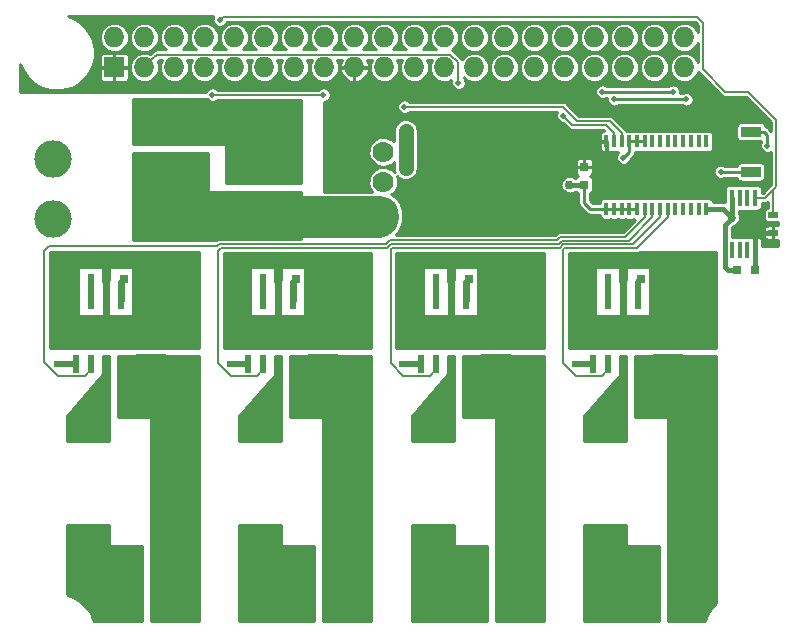
<source format=gtl>
G04 #@! TF.GenerationSoftware,KiCad,Pcbnew,(2018-01-11 revision 6f2beeb)-master*
G04 #@! TF.CreationDate,2018-01-26T06:56:05-06:00*
G04 #@! TF.ProjectId,RPi-HAT-RGBW-LED-Controller,5250692D4841542D524742572D4C4544,rev?*
G04 #@! TF.SameCoordinates,Original*
G04 #@! TF.FileFunction,Copper,L1,Top,Signal*
G04 #@! TF.FilePolarity,Positive*
%FSLAX46Y46*%
G04 Gerber Fmt 4.6, Leading zero omitted, Abs format (unit mm)*
G04 Created by KiCad (PCBNEW (2018-01-11 revision 6f2beeb)-master) date Friday, January 26, 2018 'AMt' 06:56:05 AM*
%MOMM*%
%LPD*%
G01*
G04 APERTURE LIST*
%ADD10R,2.500000X4.000000*%
%ADD11C,3.175000*%
%ADD12R,2.400000X1.500000*%
%ADD13R,1.050000X1.500000*%
%ADD14R,2.500000X1.000000*%
%ADD15R,0.500000X0.900000*%
%ADD16R,0.800000X0.750000*%
%ADD17R,3.500000X2.000000*%
%ADD18R,3.100000X2.600000*%
%ADD19R,4.500000X2.950000*%
%ADD20R,0.600000X1.550000*%
%ADD21C,0.600000*%
%ADD22R,0.900000X0.500000*%
%ADD23R,1.727200X1.727200*%
%ADD24O,1.727200X1.727200*%
%ADD25R,0.750000X0.800000*%
%ADD26R,0.400000X1.100000*%
%ADD27R,1.700000X0.900000*%
%ADD28C,1.778000*%
%ADD29R,0.450000X1.450000*%
%ADD30C,0.685800*%
%ADD31C,0.762000*%
%ADD32C,0.508000*%
%ADD33C,1.016000*%
%ADD34C,0.152400*%
%ADD35C,0.431800*%
%ADD36C,0.254000*%
%ADD37C,0.600000*%
%ADD38C,0.800000*%
%ADD39C,1.270000*%
%ADD40C,3.556000*%
%ADD41C,2.540000*%
%ADD42C,0.508000*%
%ADD43C,0.500000*%
%ADD44C,0.228600*%
G04 APERTURE END LIST*
D10*
X48895000Y-39434000D03*
X48895000Y-47434000D03*
D11*
X77724000Y-79375000D03*
X82804000Y-79375000D03*
X34290000Y-79375000D03*
X39370000Y-79375000D03*
X48895000Y-79375000D03*
X53975000Y-79375000D03*
X63500000Y-79375000D03*
X68580000Y-79375000D03*
X29210000Y-42545000D03*
X29210000Y-47625000D03*
D12*
X79615400Y-62230000D03*
D13*
X77240400Y-62230000D03*
D14*
X81280000Y-59577100D03*
X81280000Y-56577100D03*
D15*
X74700000Y-52705000D03*
X76200000Y-52705000D03*
D16*
X77470000Y-52705000D03*
X78970000Y-52705000D03*
D17*
X75996800Y-65527800D03*
X75996800Y-74527800D03*
D18*
X76835000Y-57150000D03*
D19*
X76835000Y-57150000D03*
D20*
X78740000Y-54450000D03*
X77470000Y-54450000D03*
X76200000Y-54450000D03*
X74930000Y-54450000D03*
X74930000Y-59850000D03*
X76200000Y-59850000D03*
X77470000Y-59850000D03*
X78740000Y-59850000D03*
D21*
X78635000Y-56550000D03*
X77435000Y-56550000D03*
X77435000Y-57750000D03*
X78635000Y-57750000D03*
X75035000Y-56550000D03*
X76135000Y-56550000D03*
X76135000Y-57750000D03*
X75035000Y-57750000D03*
D22*
X73533000Y-58350000D03*
X73533000Y-59850000D03*
D16*
X62865000Y-52705000D03*
X64365000Y-52705000D03*
D15*
X60095000Y-52705000D03*
X61595000Y-52705000D03*
D14*
X66675000Y-59577100D03*
X66675000Y-56577100D03*
D12*
X65010400Y-62230000D03*
D13*
X62635400Y-62230000D03*
D22*
X58928000Y-58350000D03*
X58928000Y-59850000D03*
D18*
X62230000Y-57150000D03*
D19*
X62230000Y-57150000D03*
D20*
X64135000Y-54450000D03*
X62865000Y-54450000D03*
X61595000Y-54450000D03*
X60325000Y-54450000D03*
X60325000Y-59850000D03*
X61595000Y-59850000D03*
X62865000Y-59850000D03*
X64135000Y-59850000D03*
D21*
X64030000Y-56550000D03*
X62830000Y-56550000D03*
X62830000Y-57750000D03*
X64030000Y-57750000D03*
X60430000Y-56550000D03*
X61530000Y-56550000D03*
X61530000Y-57750000D03*
X60430000Y-57750000D03*
D16*
X48260000Y-52705000D03*
X49760000Y-52705000D03*
D15*
X45490000Y-52705000D03*
X46990000Y-52705000D03*
D14*
X52070000Y-59577100D03*
X52070000Y-56577100D03*
D12*
X50405400Y-62230000D03*
D13*
X48030400Y-62230000D03*
D22*
X44323000Y-58350000D03*
X44323000Y-59850000D03*
D18*
X47625000Y-57150000D03*
D19*
X47625000Y-57150000D03*
D20*
X49530000Y-54450000D03*
X48260000Y-54450000D03*
X46990000Y-54450000D03*
X45720000Y-54450000D03*
X45720000Y-59850000D03*
X46990000Y-59850000D03*
X48260000Y-59850000D03*
X49530000Y-59850000D03*
D21*
X49425000Y-56550000D03*
X48225000Y-56550000D03*
X48225000Y-57750000D03*
X49425000Y-57750000D03*
X45825000Y-56550000D03*
X46925000Y-56550000D03*
X46925000Y-57750000D03*
X45825000Y-57750000D03*
D23*
X34370000Y-34770000D03*
D24*
X34370000Y-32230000D03*
X36910000Y-34770000D03*
X36910000Y-32230000D03*
X39450000Y-34770000D03*
X39450000Y-32230000D03*
X41990000Y-34770000D03*
X41990000Y-32230000D03*
X44530000Y-34770000D03*
X44530000Y-32230000D03*
X47070000Y-34770000D03*
X47070000Y-32230000D03*
X49610000Y-34770000D03*
X49610000Y-32230000D03*
X52150000Y-34770000D03*
X52150000Y-32230000D03*
X54690000Y-34770000D03*
X54690000Y-32230000D03*
X57230000Y-34770000D03*
X57230000Y-32230000D03*
X59770000Y-34770000D03*
X59770000Y-32230000D03*
X62310000Y-34770000D03*
X62310000Y-32230000D03*
X64850000Y-34770000D03*
X64850000Y-32230000D03*
X67390000Y-34770000D03*
X67390000Y-32230000D03*
X69930000Y-34770000D03*
X69930000Y-32230000D03*
X72470000Y-34770000D03*
X72470000Y-32230000D03*
X75010000Y-34770000D03*
X75010000Y-32230000D03*
X77550000Y-34770000D03*
X77550000Y-32230000D03*
X80090000Y-34770000D03*
X80090000Y-32230000D03*
X82630000Y-34770000D03*
X82630000Y-32230000D03*
D25*
X74163182Y-44692000D03*
X74163182Y-43192000D03*
D26*
X76034182Y-46736000D03*
X76684182Y-46736000D03*
X77334182Y-46736000D03*
X77984182Y-46736000D03*
X78634182Y-46736000D03*
X79284182Y-46736000D03*
X79934182Y-46736000D03*
X80584182Y-46736000D03*
X81234182Y-46736000D03*
X81884182Y-46736000D03*
X82534182Y-46736000D03*
X83184182Y-46736000D03*
X83834182Y-46736000D03*
X84484182Y-46736000D03*
X84484182Y-41036000D03*
X83834182Y-41036000D03*
X83184182Y-41036000D03*
X82534182Y-41036000D03*
X81884182Y-41036000D03*
X81234182Y-41036000D03*
X80584182Y-41036000D03*
X79934182Y-41036000D03*
X79284182Y-41036000D03*
X78634182Y-41036000D03*
X77984182Y-41036000D03*
X77334182Y-41036000D03*
X76684182Y-41036000D03*
X76034182Y-41036000D03*
D27*
X88265000Y-43610000D03*
X88265000Y-40210000D03*
D16*
X33655000Y-52705000D03*
X35155000Y-52705000D03*
D14*
X37465000Y-59577100D03*
X37465000Y-56577100D03*
D22*
X29718000Y-58350000D03*
X29718000Y-59850000D03*
D15*
X30885000Y-52705000D03*
X32385000Y-52705000D03*
D12*
X35800400Y-62230000D03*
D13*
X33425400Y-62230000D03*
D18*
X33020000Y-57150000D03*
D19*
X33020000Y-57150000D03*
D20*
X34925000Y-54450000D03*
X33655000Y-54450000D03*
X32385000Y-54450000D03*
X31115000Y-54450000D03*
X31115000Y-59850000D03*
X32385000Y-59850000D03*
X33655000Y-59850000D03*
X34925000Y-59850000D03*
D21*
X34820000Y-56550000D03*
X33620000Y-56550000D03*
X33620000Y-57750000D03*
X34820000Y-57750000D03*
X31220000Y-56550000D03*
X32320000Y-56550000D03*
X32320000Y-57750000D03*
X31220000Y-57750000D03*
D17*
X32181800Y-65527800D03*
X32181800Y-74527800D03*
X46786800Y-65527800D03*
X46786800Y-74527800D03*
X61391800Y-65527800D03*
X61391800Y-74527800D03*
D28*
X57150000Y-46990000D03*
X57150000Y-44450000D03*
X57150000Y-41910000D03*
D10*
X37465000Y-39434000D03*
X37465000Y-47434000D03*
D16*
X88634000Y-51943000D03*
X87134000Y-51943000D03*
D22*
X90170000Y-47256000D03*
X90170000Y-48756000D03*
D29*
X88605000Y-50206000D03*
X87955000Y-50206000D03*
X87305000Y-50206000D03*
X86655000Y-50206000D03*
X86655000Y-45806000D03*
X87305000Y-45806000D03*
X87955000Y-45806000D03*
X88605000Y-45806000D03*
D30*
X88646000Y-48260000D03*
D31*
X83820000Y-44069000D03*
D30*
X86655000Y-47498000D03*
D31*
X44450000Y-43942000D03*
X44450000Y-42926000D03*
X44450000Y-41910000D03*
D32*
X77470000Y-42406736D03*
D31*
X72898000Y-44692000D03*
D32*
X89662000Y-41402000D03*
D31*
X45466000Y-43942000D03*
X45466000Y-42926000D03*
X45466000Y-41910000D03*
X46482000Y-41910000D03*
X46482000Y-42926000D03*
X46482000Y-43942000D03*
X47498000Y-43942000D03*
X47498000Y-42926000D03*
X47498000Y-41910000D03*
D32*
X85725000Y-43610000D03*
X82804000Y-37465000D03*
X76708000Y-37465000D03*
X81661000Y-36830000D03*
D31*
X36576000Y-44704000D03*
X37592000Y-44704000D03*
X38608000Y-44704000D03*
X39624000Y-44704000D03*
X39624000Y-43688000D03*
X38608000Y-43688000D03*
X37592000Y-43688000D03*
X36576000Y-43688000D03*
X36576000Y-42672000D03*
X37592000Y-42672000D03*
X38608000Y-42672000D03*
X39624000Y-42672000D03*
D32*
X63500000Y-36068000D03*
X72390000Y-38862000D03*
X58928000Y-38100000D03*
X52070000Y-37084000D03*
X42672000Y-37084000D03*
X75692000Y-36830000D03*
D33*
X59055000Y-40132000D03*
X59055000Y-43307000D03*
D31*
X81534000Y-62738000D03*
X82550000Y-62738000D03*
X83566000Y-62738000D03*
X84582000Y-62738000D03*
X84582000Y-61722000D03*
X83566000Y-61722000D03*
X82550000Y-61722000D03*
X81534000Y-61722000D03*
X52197000Y-62738000D03*
X53213000Y-62738000D03*
X54229000Y-62738000D03*
X55245000Y-62738000D03*
X55245000Y-61722000D03*
X54229000Y-61722000D03*
X53213000Y-61722000D03*
X52197000Y-61722000D03*
X66802000Y-62738000D03*
X67818000Y-62738000D03*
X68834000Y-62738000D03*
X69850000Y-62738000D03*
X69850000Y-61722000D03*
X68834000Y-61722000D03*
X67818000Y-61722000D03*
X66802000Y-61722000D03*
X37592000Y-62738000D03*
X38608000Y-62738000D03*
X39624000Y-62738000D03*
X40640000Y-62738000D03*
X40640000Y-61722000D03*
X39624000Y-61722000D03*
X38608000Y-61722000D03*
X37592000Y-61722000D03*
D32*
X43307000Y-30734000D03*
D34*
X88605000Y-50206000D02*
X88605000Y-48301000D01*
X88605000Y-48301000D02*
X88646000Y-48260000D01*
D35*
X88605000Y-50206000D02*
X88605000Y-49049200D01*
X88605000Y-49049200D02*
X88898200Y-48756000D01*
X88898200Y-48756000D02*
X90170000Y-48756000D01*
X88605000Y-50206000D02*
X88605000Y-51914000D01*
X88605000Y-51914000D02*
X88634000Y-51943000D01*
X84484182Y-46736000D02*
X85893000Y-46736000D01*
X85893000Y-46736000D02*
X86655000Y-47498000D01*
X87134000Y-51943000D02*
X86302200Y-51943000D01*
X86302200Y-51943000D02*
X86061699Y-51702499D01*
X86061699Y-51702499D02*
X86061699Y-48091301D01*
X86061699Y-48091301D02*
X86312101Y-47840899D01*
X86312101Y-47840899D02*
X86655000Y-47498000D01*
X86655000Y-46962800D02*
X86655000Y-47498000D01*
X86655000Y-45806000D02*
X86655000Y-46962800D01*
D36*
X76034182Y-46736000D02*
X74676000Y-46736000D01*
X74676000Y-46736000D02*
X74163182Y-46223182D01*
X74163182Y-46223182D02*
X74163182Y-44692000D01*
X44450000Y-41910000D02*
X45466000Y-41910000D01*
X47498000Y-41910000D02*
X48673000Y-41910000D01*
X48895000Y-41688000D02*
X48895000Y-39434000D01*
X48673000Y-41910000D02*
X48895000Y-41688000D01*
X44450000Y-41910000D02*
X44450000Y-42926000D01*
X77984182Y-41036000D02*
X77984182Y-41903818D01*
X77984182Y-41903818D02*
X77470000Y-42418000D01*
X78634182Y-41036000D02*
X77984182Y-41036000D01*
X79284182Y-41036000D02*
X78634182Y-41036000D01*
D35*
X74163182Y-44692000D02*
X72898000Y-44692000D01*
D36*
X89662000Y-41275000D02*
X89662000Y-41402000D01*
X89662000Y-40503000D02*
X89662000Y-41275000D01*
X88265000Y-40210000D02*
X89369000Y-40210000D01*
X89369000Y-40210000D02*
X89662000Y-40503000D01*
X45466000Y-42926000D02*
X45466000Y-43942000D01*
X46482000Y-41910000D02*
X45466000Y-41910000D01*
X46482000Y-43942000D02*
X46482000Y-42926000D01*
X47498000Y-42926000D02*
X47498000Y-43942000D01*
X78662100Y-56577100D02*
X78635000Y-56550000D01*
X34847100Y-56577100D02*
X34820000Y-56550000D01*
X66647900Y-56550000D02*
X66675000Y-56577100D01*
X52042900Y-56550000D02*
X52070000Y-56577100D01*
D34*
X30885000Y-54220000D02*
X31115000Y-54450000D01*
X45490000Y-54220000D02*
X45720000Y-54450000D01*
X60095000Y-54220000D02*
X60325000Y-54450000D01*
X74700000Y-52705000D02*
X74700000Y-54220000D01*
X74700000Y-54220000D02*
X74930000Y-54450000D01*
D36*
X78634182Y-46736000D02*
X77984182Y-46736000D01*
X77984182Y-46736000D02*
X77334182Y-46736000D01*
X76684182Y-46736000D02*
X77334182Y-46736000D01*
X76034182Y-46736000D02*
X76684182Y-46736000D01*
D37*
X77470000Y-52705000D02*
X77470000Y-53232400D01*
D38*
X77470000Y-52705000D02*
X77470000Y-51181000D01*
D37*
X77470000Y-53232400D02*
X77470000Y-54450000D01*
X77470000Y-54450000D02*
X77470000Y-56515000D01*
D34*
X74930000Y-56445000D02*
X75035000Y-56550000D01*
D37*
X74930000Y-54450000D02*
X74930000Y-56445000D01*
D34*
X77470000Y-56515000D02*
X76835000Y-57150000D01*
D37*
X62865000Y-52705000D02*
X62865000Y-53232400D01*
D38*
X62865000Y-52705000D02*
X62865000Y-51181000D01*
D37*
X62865000Y-53232400D02*
X62865000Y-54450000D01*
D34*
X62865000Y-56515000D02*
X62230000Y-57150000D01*
D37*
X60325000Y-54450000D02*
X60325000Y-56445000D01*
D34*
X60325000Y-56445000D02*
X60430000Y-56550000D01*
D37*
X62865000Y-54450000D02*
X62865000Y-56515000D01*
X48260000Y-52705000D02*
X48260000Y-53232400D01*
D38*
X48260000Y-52705000D02*
X48260000Y-51181000D01*
D37*
X48260000Y-53232400D02*
X48260000Y-54450000D01*
D34*
X48260000Y-56515000D02*
X47625000Y-57150000D01*
D37*
X45720000Y-54450000D02*
X45720000Y-56445000D01*
D34*
X45720000Y-56445000D02*
X45825000Y-56550000D01*
D37*
X48260000Y-54450000D02*
X48260000Y-56515000D01*
D38*
X33655000Y-52705000D02*
X33655000Y-51181000D01*
D37*
X33655000Y-52705000D02*
X33655000Y-53232400D01*
X33655000Y-53232400D02*
X33655000Y-54450000D01*
X31115000Y-54450000D02*
X31115000Y-56445000D01*
D34*
X31115000Y-56445000D02*
X31220000Y-56550000D01*
D37*
X33655000Y-54450000D02*
X33655000Y-56515000D01*
D34*
X33655000Y-56515000D02*
X33020000Y-57150000D01*
D36*
X85725000Y-43610000D02*
X88265000Y-43610000D01*
X76708000Y-37465000D02*
X82804000Y-37465000D01*
X75692000Y-36830000D02*
X81661000Y-36830000D01*
D39*
X59055000Y-43307000D02*
X59055000Y-40132000D01*
D40*
X48895000Y-47434000D02*
X56706000Y-47434000D01*
D41*
X56706000Y-47434000D02*
X57150000Y-46990000D01*
D36*
X37592000Y-44704000D02*
X36576000Y-44704000D01*
X38608000Y-44704000D02*
X37592000Y-44704000D01*
X38608000Y-43688000D02*
X39624000Y-43688000D01*
X36576000Y-43688000D02*
X37592000Y-43688000D01*
D34*
X29610119Y-60853601D02*
X28448000Y-59691482D01*
X28448000Y-59691482D02*
X28448000Y-50292000D01*
X32385000Y-60325000D02*
X31856399Y-60853601D01*
X31856399Y-60853601D02*
X29610119Y-60853601D01*
X28829000Y-49911000D02*
X43053000Y-49911000D01*
X28448000Y-50292000D02*
X28829000Y-49911000D01*
X43053000Y-49911000D02*
X43230810Y-49733190D01*
X57354678Y-49733190D02*
X57684868Y-49403000D01*
X57684868Y-49403000D02*
X71858802Y-49403000D01*
X43230810Y-49733190D02*
X57354678Y-49733190D01*
X32385000Y-59850000D02*
X32385000Y-60325000D01*
X71858802Y-49403000D02*
X72138232Y-49123570D01*
X72138232Y-49123570D02*
X77599012Y-49123570D01*
X77599012Y-49123570D02*
X79284182Y-47438400D01*
X79284182Y-47438400D02*
X79284182Y-46736000D01*
X46990000Y-60325000D02*
X46461399Y-60853601D01*
X43434000Y-50038000D02*
X57480934Y-50038000D01*
X43180000Y-59818482D02*
X43180000Y-50292000D01*
X43180000Y-50292000D02*
X43434000Y-50038000D01*
X44215119Y-60853601D02*
X43180000Y-59818482D01*
X46990000Y-59850000D02*
X46990000Y-60325000D01*
X57811125Y-49707809D02*
X71985059Y-49707809D01*
X57480934Y-50038000D02*
X57811125Y-49707809D01*
X46461399Y-60853601D02*
X44215119Y-60853601D01*
X71985059Y-49707809D02*
X72264487Y-49428381D01*
X72264487Y-49428381D02*
X77944202Y-49428380D01*
X77944202Y-49428380D02*
X79934182Y-47438400D01*
X79934182Y-47438400D02*
X79934182Y-46736000D01*
X61595000Y-59850000D02*
X61595000Y-60325000D01*
X61595000Y-60325000D02*
X61066399Y-60853601D01*
X57785000Y-50165000D02*
X57912000Y-50038000D01*
X61066399Y-60853601D02*
X58820119Y-60853601D01*
X57785000Y-59818482D02*
X57785000Y-50165000D01*
X58820119Y-60853601D02*
X57785000Y-59818482D01*
X57912000Y-50038000D02*
X72085934Y-50038000D01*
X72085934Y-50038000D02*
X72390744Y-49733190D01*
X72390744Y-49733190D02*
X78289392Y-49733190D01*
X78289392Y-49733190D02*
X80584182Y-47438400D01*
X80584182Y-47438400D02*
X80584182Y-46736000D01*
X76200000Y-59850000D02*
X76200000Y-60325000D01*
X73425119Y-60853601D02*
X72390744Y-59819226D01*
X75671399Y-60853601D02*
X73425119Y-60853601D01*
X76200000Y-60325000D02*
X75671399Y-60853601D01*
X72390744Y-50164256D02*
X72517000Y-50038000D01*
X72390744Y-59819226D02*
X72390744Y-50164256D01*
X72517000Y-50038000D02*
X78634582Y-50038000D01*
X78634582Y-50038000D02*
X81234182Y-47438400D01*
X81234182Y-47438400D02*
X81234182Y-46736000D01*
X75974582Y-39624000D02*
X73152000Y-39624000D01*
X73152000Y-39624000D02*
X72390000Y-38862000D01*
X76684182Y-40333600D02*
X75974582Y-39624000D01*
X63500000Y-36068000D02*
X63500000Y-34343542D01*
X63500000Y-34343542D02*
X62834257Y-33677799D01*
X76684182Y-41036000D02*
X76684182Y-40333600D01*
X62834257Y-33677799D02*
X38002201Y-33677799D01*
X38002201Y-33677799D02*
X37773599Y-33906401D01*
X37773599Y-33906401D02*
X36910000Y-34770000D01*
X76100838Y-39319190D02*
X73561440Y-39319190D01*
X77334182Y-40333600D02*
X76319773Y-39319191D01*
X76319773Y-39319191D02*
X76100838Y-39319190D01*
X72342250Y-38100000D02*
X58928000Y-38100000D01*
X73561440Y-39319190D02*
X72342250Y-38100000D01*
X77334182Y-41036000D02*
X77334182Y-40333600D01*
X42672000Y-37084000D02*
X52070000Y-37084000D01*
D36*
X75717401Y-36804599D02*
X75692000Y-36830000D01*
D42*
X83566000Y-62738000D02*
X82550000Y-62738000D01*
X84582000Y-61722000D02*
X84582000Y-62738000D01*
X82550000Y-61722000D02*
X83566000Y-61722000D01*
X79615400Y-62230000D02*
X81026000Y-62230000D01*
X81026000Y-62230000D02*
X81534000Y-61722000D01*
X54229000Y-62738000D02*
X53213000Y-62738000D01*
X55245000Y-61722000D02*
X55245000Y-62738000D01*
X53213000Y-61722000D02*
X54229000Y-61722000D01*
X50405400Y-62230000D02*
X51689000Y-62230000D01*
X51689000Y-62230000D02*
X52197000Y-61722000D01*
X67818000Y-62738000D02*
X66802000Y-62738000D01*
X69850000Y-62738000D02*
X68834000Y-62738000D01*
X68834000Y-61722000D02*
X69850000Y-61722000D01*
X66802000Y-61722000D02*
X67818000Y-61722000D01*
X65010400Y-62230000D02*
X66294000Y-62230000D01*
X66294000Y-62230000D02*
X66802000Y-61722000D01*
X50405400Y-62230000D02*
X51943000Y-62230000D01*
X39624000Y-62738000D02*
X38608000Y-62738000D01*
X40640000Y-61722000D02*
X40640000Y-62738000D01*
X38608000Y-61722000D02*
X39624000Y-61722000D01*
X35800400Y-62230000D02*
X37084000Y-62230000D01*
X37084000Y-62230000D02*
X37592000Y-61722000D01*
D34*
X83185000Y-78740000D02*
X83185000Y-62230000D01*
X68580000Y-62230000D02*
X65010400Y-62230000D01*
X68580000Y-78740000D02*
X68580000Y-62230000D01*
X83185000Y-62230000D02*
X79615400Y-62230000D01*
D43*
X31115000Y-59850000D02*
X29718000Y-59850000D01*
X32385000Y-52705000D02*
X32385000Y-54450000D01*
X45720000Y-59850000D02*
X44323000Y-59850000D01*
X46990000Y-52705000D02*
X46990000Y-54450000D01*
D37*
X34925000Y-54450000D02*
X34925000Y-52935000D01*
D34*
X34925000Y-52935000D02*
X35155000Y-52705000D01*
X49530000Y-52935000D02*
X49760000Y-52705000D01*
D37*
X49530000Y-54450000D02*
X49530000Y-52935000D01*
D34*
X64135000Y-52935000D02*
X64365000Y-52705000D01*
D37*
X64135000Y-54450000D02*
X64135000Y-52935000D01*
D43*
X78740000Y-54450000D02*
X78740000Y-52935000D01*
X78740000Y-52935000D02*
X78970000Y-52705000D01*
X60325000Y-59850000D02*
X58928000Y-59850000D01*
X61595000Y-52705000D02*
X61595000Y-54450000D01*
X74930000Y-59850000D02*
X73533000Y-59850000D01*
X76200000Y-52705000D02*
X76200000Y-54450000D01*
D34*
X90424000Y-44831000D02*
X90297000Y-44958000D01*
X90297000Y-44958000D02*
X90170000Y-45085000D01*
X88605000Y-45806000D02*
X89449000Y-45806000D01*
X89449000Y-45806000D02*
X90297000Y-44958000D01*
X90170000Y-45085000D02*
X90170000Y-47256000D01*
X88011000Y-36830000D02*
X86106000Y-36830000D01*
X84201000Y-30988000D02*
X83693000Y-30480000D01*
X83693000Y-30480000D02*
X43561000Y-30480000D01*
X90424000Y-44831000D02*
X90424000Y-39243000D01*
X84201000Y-34925000D02*
X84201000Y-30988000D01*
X90424000Y-39243000D02*
X88011000Y-36830000D01*
X86106000Y-36830000D02*
X84201000Y-34925000D01*
X43561000Y-30480000D02*
X43307000Y-30734000D01*
D36*
G36*
X41529000Y-81661000D02*
X37465000Y-81661000D01*
X37465000Y-64516000D01*
X37462560Y-64491224D01*
X37455333Y-64467399D01*
X37443597Y-64445443D01*
X37427803Y-64426197D01*
X37408557Y-64410403D01*
X37386601Y-64398667D01*
X37362776Y-64391440D01*
X37338000Y-64389000D01*
X34671000Y-64389000D01*
X34671000Y-59182000D01*
X41529000Y-59182000D01*
X41529000Y-81661000D01*
X41529000Y-81661000D01*
G37*
X41529000Y-81661000D02*
X37465000Y-81661000D01*
X37465000Y-64516000D01*
X37462560Y-64491224D01*
X37455333Y-64467399D01*
X37443597Y-64445443D01*
X37427803Y-64426197D01*
X37408557Y-64410403D01*
X37386601Y-64398667D01*
X37362776Y-64391440D01*
X37338000Y-64389000D01*
X34671000Y-64389000D01*
X34671000Y-59182000D01*
X41529000Y-59182000D01*
X41529000Y-81661000D01*
G36*
X41529000Y-58496200D02*
X28956000Y-58496200D01*
X28956000Y-51816000D01*
X31292800Y-51816000D01*
X31292800Y-55676800D01*
X31302467Y-55725401D01*
X31329997Y-55766603D01*
X31371199Y-55794133D01*
X31419800Y-55803800D01*
X35814000Y-55803800D01*
X35862601Y-55794133D01*
X35903803Y-55766603D01*
X35931333Y-55725401D01*
X35941000Y-55676800D01*
X35941000Y-53092387D01*
X35943464Y-53080000D01*
X35943464Y-52330000D01*
X35941000Y-52317613D01*
X35941000Y-51816000D01*
X35931333Y-51767399D01*
X35903803Y-51726197D01*
X35862601Y-51698667D01*
X35814000Y-51689000D01*
X31419800Y-51689000D01*
X31371199Y-51698667D01*
X31329997Y-51726197D01*
X31302467Y-51767399D01*
X31292800Y-51816000D01*
X28956000Y-51816000D01*
X28956000Y-50430578D01*
X28967578Y-50419000D01*
X41529000Y-50419000D01*
X41529000Y-58496200D01*
X41529000Y-58496200D01*
G37*
X41529000Y-58496200D02*
X28956000Y-58496200D01*
X28956000Y-51816000D01*
X31292800Y-51816000D01*
X31292800Y-55676800D01*
X31302467Y-55725401D01*
X31329997Y-55766603D01*
X31371199Y-55794133D01*
X31419800Y-55803800D01*
X35814000Y-55803800D01*
X35862601Y-55794133D01*
X35903803Y-55766603D01*
X35931333Y-55725401D01*
X35941000Y-55676800D01*
X35941000Y-53092387D01*
X35943464Y-53080000D01*
X35943464Y-52330000D01*
X35941000Y-52317613D01*
X35941000Y-51816000D01*
X35931333Y-51767399D01*
X35903803Y-51726197D01*
X35862601Y-51698667D01*
X35814000Y-51689000D01*
X31419800Y-51689000D01*
X31371199Y-51698667D01*
X31329997Y-51726197D01*
X31302467Y-51767399D01*
X31292800Y-51816000D01*
X28956000Y-51816000D01*
X28956000Y-50430578D01*
X28967578Y-50419000D01*
X41529000Y-50419000D01*
X41529000Y-58496200D01*
G36*
X33909000Y-66421000D02*
X30353000Y-66421000D01*
X30353000Y-64308981D01*
X33370426Y-60788651D01*
X33394715Y-60745459D01*
X33401000Y-60706000D01*
X33401000Y-59182000D01*
X33909000Y-59182000D01*
X33909000Y-66421000D01*
X33909000Y-66421000D01*
G37*
X33909000Y-66421000D02*
X30353000Y-66421000D01*
X30353000Y-64308981D01*
X33370426Y-60788651D01*
X33394715Y-60745459D01*
X33401000Y-60706000D01*
X33401000Y-59182000D01*
X33909000Y-59182000D01*
X33909000Y-66421000D01*
G36*
X56134000Y-81661000D02*
X52070000Y-81661000D01*
X52070000Y-64516000D01*
X52067560Y-64491224D01*
X52060333Y-64467399D01*
X52048597Y-64445443D01*
X52032803Y-64426197D01*
X52013557Y-64410403D01*
X51991601Y-64398667D01*
X51967776Y-64391440D01*
X51943000Y-64389000D01*
X49276000Y-64389000D01*
X49276000Y-59182000D01*
X56134000Y-59182000D01*
X56134000Y-81661000D01*
X56134000Y-81661000D01*
G37*
X56134000Y-81661000D02*
X52070000Y-81661000D01*
X52070000Y-64516000D01*
X52067560Y-64491224D01*
X52060333Y-64467399D01*
X52048597Y-64445443D01*
X52032803Y-64426197D01*
X52013557Y-64410403D01*
X51991601Y-64398667D01*
X51967776Y-64391440D01*
X51943000Y-64389000D01*
X49276000Y-64389000D01*
X49276000Y-59182000D01*
X56134000Y-59182000D01*
X56134000Y-81661000D01*
G36*
X48514000Y-66421000D02*
X44958000Y-66421000D01*
X44958000Y-64308981D01*
X47975426Y-60788651D01*
X47999715Y-60745459D01*
X48006000Y-60706000D01*
X48006000Y-59182000D01*
X48514000Y-59182000D01*
X48514000Y-66421000D01*
X48514000Y-66421000D01*
G37*
X48514000Y-66421000D02*
X44958000Y-66421000D01*
X44958000Y-64308981D01*
X47975426Y-60788651D01*
X47999715Y-60745459D01*
X48006000Y-60706000D01*
X48006000Y-59182000D01*
X48514000Y-59182000D01*
X48514000Y-66421000D01*
G36*
X56134000Y-58496200D02*
X43637200Y-58496200D01*
X43637200Y-51816000D01*
X45897800Y-51816000D01*
X45897800Y-55676800D01*
X45907467Y-55725401D01*
X45934997Y-55766603D01*
X45976199Y-55794133D01*
X46024800Y-55803800D01*
X50419000Y-55803800D01*
X50467601Y-55794133D01*
X50508803Y-55766603D01*
X50536333Y-55725401D01*
X50546000Y-55676800D01*
X50546000Y-53092387D01*
X50548464Y-53080000D01*
X50548464Y-52330000D01*
X50546000Y-52317613D01*
X50546000Y-51816000D01*
X50536333Y-51767399D01*
X50508803Y-51726197D01*
X50467601Y-51698667D01*
X50419000Y-51689000D01*
X46024800Y-51689000D01*
X45976199Y-51698667D01*
X45934997Y-51726197D01*
X45907467Y-51767399D01*
X45897800Y-51816000D01*
X43637200Y-51816000D01*
X43637200Y-50495200D01*
X56134000Y-50495200D01*
X56134000Y-58496200D01*
X56134000Y-58496200D01*
G37*
X56134000Y-58496200D02*
X43637200Y-58496200D01*
X43637200Y-51816000D01*
X45897800Y-51816000D01*
X45897800Y-55676800D01*
X45907467Y-55725401D01*
X45934997Y-55766603D01*
X45976199Y-55794133D01*
X46024800Y-55803800D01*
X50419000Y-55803800D01*
X50467601Y-55794133D01*
X50508803Y-55766603D01*
X50536333Y-55725401D01*
X50546000Y-55676800D01*
X50546000Y-53092387D01*
X50548464Y-53080000D01*
X50548464Y-52330000D01*
X50546000Y-52317613D01*
X50546000Y-51816000D01*
X50536333Y-51767399D01*
X50508803Y-51726197D01*
X50467601Y-51698667D01*
X50419000Y-51689000D01*
X46024800Y-51689000D01*
X45976199Y-51698667D01*
X45934997Y-51726197D01*
X45907467Y-51767399D01*
X45897800Y-51816000D01*
X43637200Y-51816000D01*
X43637200Y-50495200D01*
X56134000Y-50495200D01*
X56134000Y-58496200D01*
G36*
X70739000Y-81661000D02*
X66675000Y-81661000D01*
X66675000Y-64516000D01*
X66672560Y-64491224D01*
X66665333Y-64467399D01*
X66653597Y-64445443D01*
X66637803Y-64426197D01*
X66618557Y-64410403D01*
X66596601Y-64398667D01*
X66572776Y-64391440D01*
X66548000Y-64389000D01*
X63881000Y-64389000D01*
X63881000Y-59182000D01*
X70739000Y-59182000D01*
X70739000Y-81661000D01*
X70739000Y-81661000D01*
G37*
X70739000Y-81661000D02*
X66675000Y-81661000D01*
X66675000Y-64516000D01*
X66672560Y-64491224D01*
X66665333Y-64467399D01*
X66653597Y-64445443D01*
X66637803Y-64426197D01*
X66618557Y-64410403D01*
X66596601Y-64398667D01*
X66572776Y-64391440D01*
X66548000Y-64389000D01*
X63881000Y-64389000D01*
X63881000Y-59182000D01*
X70739000Y-59182000D01*
X70739000Y-81661000D01*
G36*
X63119000Y-66421000D02*
X59563000Y-66421000D01*
X59563000Y-64308981D01*
X62580426Y-60788651D01*
X62604715Y-60745459D01*
X62611000Y-60706000D01*
X62611000Y-59182000D01*
X63119000Y-59182000D01*
X63119000Y-66421000D01*
X63119000Y-66421000D01*
G37*
X63119000Y-66421000D02*
X59563000Y-66421000D01*
X59563000Y-64308981D01*
X62580426Y-60788651D01*
X62604715Y-60745459D01*
X62611000Y-60706000D01*
X62611000Y-59182000D01*
X63119000Y-59182000D01*
X63119000Y-66421000D01*
G36*
X70739000Y-58496200D02*
X58242200Y-58496200D01*
X58242200Y-51816000D01*
X60502800Y-51816000D01*
X60502800Y-55676800D01*
X60505240Y-55701576D01*
X60512467Y-55725401D01*
X60524203Y-55747357D01*
X60539997Y-55766603D01*
X60559243Y-55782397D01*
X60581199Y-55794133D01*
X60605024Y-55801360D01*
X60629800Y-55803800D01*
X65024000Y-55803800D01*
X65048776Y-55801360D01*
X65072601Y-55794133D01*
X65094557Y-55782397D01*
X65113803Y-55766603D01*
X65129597Y-55747357D01*
X65141333Y-55725401D01*
X65148560Y-55701576D01*
X65151000Y-55676800D01*
X65151000Y-51816000D01*
X65148560Y-51791224D01*
X65141333Y-51767399D01*
X65129597Y-51745443D01*
X65113803Y-51726197D01*
X65094557Y-51710403D01*
X65072601Y-51698667D01*
X65048776Y-51691440D01*
X65024000Y-51689000D01*
X60629800Y-51689000D01*
X60605024Y-51691440D01*
X60581199Y-51698667D01*
X60559243Y-51710403D01*
X60539997Y-51726197D01*
X60524203Y-51745443D01*
X60512467Y-51767399D01*
X60505240Y-51791224D01*
X60502800Y-51816000D01*
X58242200Y-51816000D01*
X58242200Y-50495200D01*
X70739000Y-50495200D01*
X70739000Y-58496200D01*
X70739000Y-58496200D01*
G37*
X70739000Y-58496200D02*
X58242200Y-58496200D01*
X58242200Y-51816000D01*
X60502800Y-51816000D01*
X60502800Y-55676800D01*
X60505240Y-55701576D01*
X60512467Y-55725401D01*
X60524203Y-55747357D01*
X60539997Y-55766603D01*
X60559243Y-55782397D01*
X60581199Y-55794133D01*
X60605024Y-55801360D01*
X60629800Y-55803800D01*
X65024000Y-55803800D01*
X65048776Y-55801360D01*
X65072601Y-55794133D01*
X65094557Y-55782397D01*
X65113803Y-55766603D01*
X65129597Y-55747357D01*
X65141333Y-55725401D01*
X65148560Y-55701576D01*
X65151000Y-55676800D01*
X65151000Y-51816000D01*
X65148560Y-51791224D01*
X65141333Y-51767399D01*
X65129597Y-51745443D01*
X65113803Y-51726197D01*
X65094557Y-51710403D01*
X65072601Y-51698667D01*
X65048776Y-51691440D01*
X65024000Y-51689000D01*
X60629800Y-51689000D01*
X60605024Y-51691440D01*
X60581199Y-51698667D01*
X60559243Y-51710403D01*
X60539997Y-51726197D01*
X60524203Y-51745443D01*
X60512467Y-51767399D01*
X60505240Y-51791224D01*
X60502800Y-51816000D01*
X58242200Y-51816000D01*
X58242200Y-50495200D01*
X70739000Y-50495200D01*
X70739000Y-58496200D01*
G36*
X33909000Y-75184000D02*
X33911440Y-75208776D01*
X33918667Y-75232601D01*
X33930403Y-75254557D01*
X33946197Y-75273803D01*
X33965443Y-75289597D01*
X33987399Y-75301333D01*
X34011224Y-75308560D01*
X34036000Y-75311000D01*
X36703000Y-75311000D01*
X36703000Y-81661000D01*
X32623666Y-81661000D01*
X32604218Y-81562781D01*
X32363058Y-80977685D01*
X32012846Y-80450573D01*
X31566920Y-80001523D01*
X31042266Y-79647639D01*
X30458867Y-79402401D01*
X30353000Y-79380670D01*
X30353000Y-73533000D01*
X33909000Y-73533000D01*
X33909000Y-75184000D01*
X33909000Y-75184000D01*
G37*
X33909000Y-75184000D02*
X33911440Y-75208776D01*
X33918667Y-75232601D01*
X33930403Y-75254557D01*
X33946197Y-75273803D01*
X33965443Y-75289597D01*
X33987399Y-75301333D01*
X34011224Y-75308560D01*
X34036000Y-75311000D01*
X36703000Y-75311000D01*
X36703000Y-81661000D01*
X32623666Y-81661000D01*
X32604218Y-81562781D01*
X32363058Y-80977685D01*
X32012846Y-80450573D01*
X31566920Y-80001523D01*
X31042266Y-79647639D01*
X30458867Y-79402401D01*
X30353000Y-79380670D01*
X30353000Y-73533000D01*
X33909000Y-73533000D01*
X33909000Y-75184000D01*
G36*
X48514000Y-75184000D02*
X48523667Y-75232601D01*
X48551197Y-75273803D01*
X48592399Y-75301333D01*
X48641000Y-75311000D01*
X51308000Y-75311000D01*
X51308000Y-81661000D01*
X44958000Y-81661000D01*
X44958000Y-73533000D01*
X48514000Y-73533000D01*
X48514000Y-75184000D01*
X48514000Y-75184000D01*
G37*
X48514000Y-75184000D02*
X48523667Y-75232601D01*
X48551197Y-75273803D01*
X48592399Y-75301333D01*
X48641000Y-75311000D01*
X51308000Y-75311000D01*
X51308000Y-81661000D01*
X44958000Y-81661000D01*
X44958000Y-73533000D01*
X48514000Y-73533000D01*
X48514000Y-75184000D01*
G36*
X63119000Y-75184000D02*
X63128667Y-75232601D01*
X63156197Y-75273803D01*
X63197399Y-75301333D01*
X63246000Y-75311000D01*
X65913000Y-75311000D01*
X65913000Y-81661000D01*
X59563000Y-81661000D01*
X59563000Y-73533000D01*
X63119000Y-73533000D01*
X63119000Y-75184000D01*
X63119000Y-75184000D01*
G37*
X63119000Y-75184000D02*
X63128667Y-75232601D01*
X63156197Y-75273803D01*
X63197399Y-75301333D01*
X63246000Y-75311000D01*
X65913000Y-75311000D01*
X65913000Y-81661000D01*
X59563000Y-81661000D01*
X59563000Y-73533000D01*
X63119000Y-73533000D01*
X63119000Y-75184000D01*
G36*
X77724000Y-75184000D02*
X77733667Y-75232601D01*
X77761197Y-75273803D01*
X77802399Y-75301333D01*
X77851000Y-75311000D01*
X80518000Y-75311000D01*
X80518000Y-81661000D01*
X74168000Y-81661000D01*
X74168000Y-73533000D01*
X77724000Y-73533000D01*
X77724000Y-75184000D01*
X77724000Y-75184000D01*
G37*
X77724000Y-75184000D02*
X77733667Y-75232601D01*
X77761197Y-75273803D01*
X77802399Y-75301333D01*
X77851000Y-75311000D01*
X80518000Y-75311000D01*
X80518000Y-81661000D01*
X74168000Y-81661000D01*
X74168000Y-73533000D01*
X77724000Y-73533000D01*
X77724000Y-75184000D01*
G36*
X77724000Y-66421000D02*
X74168000Y-66421000D01*
X74168000Y-64308981D01*
X77185426Y-60788651D01*
X77209715Y-60745459D01*
X77216000Y-60706000D01*
X77216000Y-59182000D01*
X77724000Y-59182000D01*
X77724000Y-66421000D01*
X77724000Y-66421000D01*
G37*
X77724000Y-66421000D02*
X74168000Y-66421000D01*
X74168000Y-64308981D01*
X77185426Y-60788651D01*
X77209715Y-60745459D01*
X77216000Y-60706000D01*
X77216000Y-59182000D01*
X77724000Y-59182000D01*
X77724000Y-66421000D01*
G36*
X85344000Y-58496200D02*
X72847944Y-58496200D01*
X72847944Y-51816000D01*
X75107800Y-51816000D01*
X75107800Y-55676800D01*
X75117467Y-55725401D01*
X75144997Y-55766603D01*
X75186199Y-55794133D01*
X75234800Y-55803800D01*
X79629000Y-55803800D01*
X79677601Y-55794133D01*
X79718803Y-55766603D01*
X79746333Y-55725401D01*
X79756000Y-55676800D01*
X79756000Y-53092387D01*
X79758464Y-53080000D01*
X79758464Y-52330000D01*
X79756000Y-52317613D01*
X79756000Y-51816000D01*
X79746333Y-51767399D01*
X79718803Y-51726197D01*
X79677601Y-51698667D01*
X79629000Y-51689000D01*
X75234800Y-51689000D01*
X75186199Y-51698667D01*
X75144997Y-51726197D01*
X75117467Y-51767399D01*
X75107800Y-51816000D01*
X72847944Y-51816000D01*
X72847944Y-50495200D01*
X78634582Y-50495200D01*
X78809545Y-50460398D01*
X78871501Y-50419000D01*
X85344000Y-50419000D01*
X85344000Y-58496200D01*
X85344000Y-58496200D01*
G37*
X85344000Y-58496200D02*
X72847944Y-58496200D01*
X72847944Y-51816000D01*
X75107800Y-51816000D01*
X75107800Y-55676800D01*
X75117467Y-55725401D01*
X75144997Y-55766603D01*
X75186199Y-55794133D01*
X75234800Y-55803800D01*
X79629000Y-55803800D01*
X79677601Y-55794133D01*
X79718803Y-55766603D01*
X79746333Y-55725401D01*
X79756000Y-55676800D01*
X79756000Y-53092387D01*
X79758464Y-53080000D01*
X79758464Y-52330000D01*
X79756000Y-52317613D01*
X79756000Y-51816000D01*
X79746333Y-51767399D01*
X79718803Y-51726197D01*
X79677601Y-51698667D01*
X79629000Y-51689000D01*
X75234800Y-51689000D01*
X75186199Y-51698667D01*
X75144997Y-51726197D01*
X75117467Y-51767399D01*
X75107800Y-51816000D01*
X72847944Y-51816000D01*
X72847944Y-50495200D01*
X78634582Y-50495200D01*
X78809545Y-50460398D01*
X78871501Y-50419000D01*
X85344000Y-50419000D01*
X85344000Y-58496200D01*
D44*
G36*
X89725500Y-46635918D02*
X89720000Y-46635918D01*
X89647801Y-46643029D01*
X89578376Y-46664089D01*
X89514393Y-46698288D01*
X89458313Y-46744313D01*
X89412288Y-46800393D01*
X89378089Y-46864376D01*
X89357029Y-46933801D01*
X89349918Y-47006000D01*
X89349918Y-47506000D01*
X89357029Y-47578199D01*
X89378089Y-47647624D01*
X89412288Y-47711607D01*
X89458313Y-47767687D01*
X89514393Y-47813712D01*
X89578376Y-47847911D01*
X89647801Y-47868971D01*
X89720000Y-47876082D01*
X90581700Y-47876082D01*
X90581700Y-48137700D01*
X90274775Y-48137700D01*
X90182700Y-48229775D01*
X90182700Y-48743300D01*
X90202700Y-48743300D01*
X90202700Y-48768700D01*
X90182700Y-48768700D01*
X90182700Y-49282225D01*
X90274775Y-49374300D01*
X90581700Y-49374300D01*
X90581700Y-49885700D01*
X89198300Y-49885700D01*
X89198300Y-49444726D01*
X89184147Y-49373571D01*
X89156383Y-49306545D01*
X89116078Y-49246223D01*
X89064778Y-49194923D01*
X89004456Y-49154617D01*
X88937430Y-49126854D01*
X88866275Y-49112700D01*
X88709775Y-49112700D01*
X88617700Y-49204775D01*
X88617700Y-49885700D01*
X88592300Y-49885700D01*
X88592300Y-49204775D01*
X88500225Y-49112700D01*
X88343725Y-49112700D01*
X88277837Y-49125806D01*
X88252199Y-49118029D01*
X88180000Y-49110918D01*
X87730000Y-49110918D01*
X87657801Y-49118029D01*
X87630000Y-49126462D01*
X87602199Y-49118029D01*
X87530000Y-49110918D01*
X87080000Y-49110918D01*
X87007801Y-49118029D01*
X86980000Y-49126462D01*
X86952199Y-49118029D01*
X86880000Y-49110918D01*
X86645899Y-49110918D01*
X86645899Y-48860775D01*
X89351700Y-48860775D01*
X89351700Y-49042274D01*
X89365853Y-49113429D01*
X89393617Y-49180455D01*
X89433922Y-49240777D01*
X89485222Y-49292077D01*
X89545544Y-49332383D01*
X89612570Y-49360146D01*
X89683725Y-49374300D01*
X90065225Y-49374300D01*
X90157300Y-49282225D01*
X90157300Y-48768700D01*
X89443775Y-48768700D01*
X89351700Y-48860775D01*
X86645899Y-48860775D01*
X86645899Y-48469726D01*
X89351700Y-48469726D01*
X89351700Y-48651225D01*
X89443775Y-48743300D01*
X90157300Y-48743300D01*
X90157300Y-48229775D01*
X90065225Y-48137700D01*
X89683725Y-48137700D01*
X89612570Y-48151854D01*
X89545544Y-48179617D01*
X89485222Y-48219923D01*
X89433922Y-48271223D01*
X89393617Y-48331545D01*
X89365853Y-48398571D01*
X89351700Y-48469726D01*
X86645899Y-48469726D01*
X86645899Y-48333285D01*
X86781242Y-48197942D01*
X86847181Y-48186315D01*
X86977216Y-48135878D01*
X87094977Y-48061145D01*
X87195980Y-47964961D01*
X87276377Y-47850991D01*
X87333106Y-47723576D01*
X87364006Y-47587568D01*
X87366230Y-47428263D01*
X87339140Y-47291446D01*
X87285991Y-47162496D01*
X87239200Y-47092071D01*
X87239200Y-46901082D01*
X87530000Y-46901082D01*
X87602199Y-46893971D01*
X87630000Y-46885538D01*
X87657801Y-46893971D01*
X87730000Y-46901082D01*
X88180000Y-46901082D01*
X88252199Y-46893971D01*
X88280000Y-46885538D01*
X88307801Y-46893971D01*
X88380000Y-46901082D01*
X88830000Y-46901082D01*
X88902199Y-46893971D01*
X88971624Y-46872911D01*
X89035607Y-46838712D01*
X89091687Y-46792687D01*
X89137712Y-46736607D01*
X89171911Y-46672624D01*
X89192971Y-46603199D01*
X89200082Y-46531000D01*
X89200082Y-46250500D01*
X89449000Y-46250500D01*
X89489901Y-46246490D01*
X89530766Y-46242915D01*
X89533009Y-46242263D01*
X89535337Y-46242035D01*
X89574669Y-46230160D01*
X89614073Y-46218712D01*
X89616147Y-46217637D01*
X89618386Y-46216961D01*
X89654609Y-46197701D01*
X89691092Y-46178790D01*
X89692923Y-46177328D01*
X89694983Y-46176233D01*
X89725500Y-46151344D01*
X89725500Y-46635918D01*
X89725500Y-46635918D01*
G37*
X89725500Y-46635918D02*
X89720000Y-46635918D01*
X89647801Y-46643029D01*
X89578376Y-46664089D01*
X89514393Y-46698288D01*
X89458313Y-46744313D01*
X89412288Y-46800393D01*
X89378089Y-46864376D01*
X89357029Y-46933801D01*
X89349918Y-47006000D01*
X89349918Y-47506000D01*
X89357029Y-47578199D01*
X89378089Y-47647624D01*
X89412288Y-47711607D01*
X89458313Y-47767687D01*
X89514393Y-47813712D01*
X89578376Y-47847911D01*
X89647801Y-47868971D01*
X89720000Y-47876082D01*
X90581700Y-47876082D01*
X90581700Y-48137700D01*
X90274775Y-48137700D01*
X90182700Y-48229775D01*
X90182700Y-48743300D01*
X90202700Y-48743300D01*
X90202700Y-48768700D01*
X90182700Y-48768700D01*
X90182700Y-49282225D01*
X90274775Y-49374300D01*
X90581700Y-49374300D01*
X90581700Y-49885700D01*
X89198300Y-49885700D01*
X89198300Y-49444726D01*
X89184147Y-49373571D01*
X89156383Y-49306545D01*
X89116078Y-49246223D01*
X89064778Y-49194923D01*
X89004456Y-49154617D01*
X88937430Y-49126854D01*
X88866275Y-49112700D01*
X88709775Y-49112700D01*
X88617700Y-49204775D01*
X88617700Y-49885700D01*
X88592300Y-49885700D01*
X88592300Y-49204775D01*
X88500225Y-49112700D01*
X88343725Y-49112700D01*
X88277837Y-49125806D01*
X88252199Y-49118029D01*
X88180000Y-49110918D01*
X87730000Y-49110918D01*
X87657801Y-49118029D01*
X87630000Y-49126462D01*
X87602199Y-49118029D01*
X87530000Y-49110918D01*
X87080000Y-49110918D01*
X87007801Y-49118029D01*
X86980000Y-49126462D01*
X86952199Y-49118029D01*
X86880000Y-49110918D01*
X86645899Y-49110918D01*
X86645899Y-48860775D01*
X89351700Y-48860775D01*
X89351700Y-49042274D01*
X89365853Y-49113429D01*
X89393617Y-49180455D01*
X89433922Y-49240777D01*
X89485222Y-49292077D01*
X89545544Y-49332383D01*
X89612570Y-49360146D01*
X89683725Y-49374300D01*
X90065225Y-49374300D01*
X90157300Y-49282225D01*
X90157300Y-48768700D01*
X89443775Y-48768700D01*
X89351700Y-48860775D01*
X86645899Y-48860775D01*
X86645899Y-48469726D01*
X89351700Y-48469726D01*
X89351700Y-48651225D01*
X89443775Y-48743300D01*
X90157300Y-48743300D01*
X90157300Y-48229775D01*
X90065225Y-48137700D01*
X89683725Y-48137700D01*
X89612570Y-48151854D01*
X89545544Y-48179617D01*
X89485222Y-48219923D01*
X89433922Y-48271223D01*
X89393617Y-48331545D01*
X89365853Y-48398571D01*
X89351700Y-48469726D01*
X86645899Y-48469726D01*
X86645899Y-48333285D01*
X86781242Y-48197942D01*
X86847181Y-48186315D01*
X86977216Y-48135878D01*
X87094977Y-48061145D01*
X87195980Y-47964961D01*
X87276377Y-47850991D01*
X87333106Y-47723576D01*
X87364006Y-47587568D01*
X87366230Y-47428263D01*
X87339140Y-47291446D01*
X87285991Y-47162496D01*
X87239200Y-47092071D01*
X87239200Y-46901082D01*
X87530000Y-46901082D01*
X87602199Y-46893971D01*
X87630000Y-46885538D01*
X87657801Y-46893971D01*
X87730000Y-46901082D01*
X88180000Y-46901082D01*
X88252199Y-46893971D01*
X88280000Y-46885538D01*
X88307801Y-46893971D01*
X88380000Y-46901082D01*
X88830000Y-46901082D01*
X88902199Y-46893971D01*
X88971624Y-46872911D01*
X89035607Y-46838712D01*
X89091687Y-46792687D01*
X89137712Y-46736607D01*
X89171911Y-46672624D01*
X89192971Y-46603199D01*
X89200082Y-46531000D01*
X89200082Y-46250500D01*
X89449000Y-46250500D01*
X89489901Y-46246490D01*
X89530766Y-46242915D01*
X89533009Y-46242263D01*
X89535337Y-46242035D01*
X89574669Y-46230160D01*
X89614073Y-46218712D01*
X89616147Y-46217637D01*
X89618386Y-46216961D01*
X89654609Y-46197701D01*
X89691092Y-46178790D01*
X89692923Y-46177328D01*
X89694983Y-46176233D01*
X89725500Y-46151344D01*
X89725500Y-46635918D01*
G36*
X42759036Y-30432754D02*
X42710959Y-30544925D01*
X42685586Y-30664297D01*
X42683882Y-30786325D01*
X42705912Y-30906359D01*
X42750838Y-31019828D01*
X42816948Y-31122411D01*
X42901723Y-31210198D01*
X43001936Y-31279848D01*
X43113768Y-31328706D01*
X43232961Y-31354912D01*
X43354973Y-31357468D01*
X43475159Y-31336276D01*
X43588939Y-31292144D01*
X43691980Y-31226752D01*
X43780357Y-31142591D01*
X43850705Y-31042867D01*
X43900343Y-30931379D01*
X43901906Y-30924500D01*
X83508882Y-30924500D01*
X83756500Y-31172118D01*
X83756500Y-31731187D01*
X83656076Y-31542316D01*
X83504120Y-31356000D01*
X83318870Y-31202748D01*
X83107380Y-31088396D01*
X82877708Y-31017300D01*
X82638600Y-30992169D01*
X82399165Y-31013959D01*
X82168522Y-31081841D01*
X81955457Y-31193229D01*
X81768085Y-31343880D01*
X81613543Y-31528056D01*
X81497717Y-31738742D01*
X81425020Y-31967913D01*
X81398220Y-32206839D01*
X81398100Y-32224039D01*
X81398100Y-32235961D01*
X81421561Y-32475238D01*
X81491052Y-32705402D01*
X81603924Y-32917684D01*
X81755880Y-33104000D01*
X81941130Y-33257252D01*
X82152620Y-33371604D01*
X82382292Y-33442700D01*
X82621400Y-33467831D01*
X82860835Y-33446041D01*
X83091478Y-33378159D01*
X83304543Y-33266771D01*
X83491915Y-33116120D01*
X83646457Y-32931944D01*
X83756500Y-32731777D01*
X83756500Y-34271187D01*
X83656076Y-34082316D01*
X83504120Y-33896000D01*
X83318870Y-33742748D01*
X83107380Y-33628396D01*
X82877708Y-33557300D01*
X82638600Y-33532169D01*
X82399165Y-33553959D01*
X82168522Y-33621841D01*
X81955457Y-33733229D01*
X81768085Y-33883880D01*
X81613543Y-34068056D01*
X81497717Y-34278742D01*
X81425020Y-34507913D01*
X81398220Y-34746839D01*
X81398100Y-34764039D01*
X81398100Y-34775961D01*
X81421561Y-35015238D01*
X81491052Y-35245402D01*
X81603924Y-35457684D01*
X81755880Y-35644000D01*
X81941130Y-35797252D01*
X82152620Y-35911604D01*
X82382292Y-35982700D01*
X82621400Y-36007831D01*
X82860835Y-35986041D01*
X83091478Y-35918159D01*
X83304543Y-35806771D01*
X83491915Y-35656120D01*
X83646457Y-35471944D01*
X83762283Y-35261258D01*
X83805809Y-35124045D01*
X83809299Y-35130609D01*
X83828210Y-35167092D01*
X83829672Y-35168923D01*
X83830767Y-35170983D01*
X83856684Y-35202760D01*
X83882333Y-35234890D01*
X83885543Y-35238145D01*
X83885596Y-35238210D01*
X83885657Y-35238260D01*
X83886691Y-35239309D01*
X85791691Y-37144309D01*
X85823451Y-37170397D01*
X85854872Y-37196763D01*
X85856918Y-37197888D01*
X85858726Y-37199373D01*
X85894923Y-37218781D01*
X85930893Y-37238556D01*
X85933122Y-37239263D01*
X85935181Y-37240367D01*
X85974422Y-37252364D01*
X86013583Y-37264787D01*
X86015907Y-37265048D01*
X86018142Y-37265731D01*
X86058960Y-37269877D01*
X86099794Y-37274457D01*
X86104367Y-37274489D01*
X86104449Y-37274497D01*
X86104525Y-37274490D01*
X86106000Y-37274500D01*
X87826882Y-37274500D01*
X89979500Y-39427118D01*
X89979500Y-40120040D01*
X89719230Y-39859770D01*
X89683887Y-39830739D01*
X89648828Y-39801321D01*
X89646542Y-39800064D01*
X89644533Y-39798414D01*
X89604239Y-39776808D01*
X89564119Y-39754752D01*
X89561637Y-39753965D01*
X89559342Y-39752734D01*
X89515583Y-39739355D01*
X89481999Y-39728702D01*
X89477971Y-39687801D01*
X89456911Y-39618376D01*
X89422712Y-39554393D01*
X89376687Y-39498313D01*
X89320607Y-39452288D01*
X89256624Y-39418089D01*
X89187199Y-39397029D01*
X89115000Y-39389918D01*
X87415000Y-39389918D01*
X87342801Y-39397029D01*
X87273376Y-39418089D01*
X87209393Y-39452288D01*
X87153313Y-39498313D01*
X87107288Y-39554393D01*
X87073089Y-39618376D01*
X87052029Y-39687801D01*
X87044918Y-39760000D01*
X87044918Y-40660000D01*
X87052029Y-40732199D01*
X87073089Y-40801624D01*
X87107288Y-40865607D01*
X87153313Y-40921687D01*
X87209393Y-40967712D01*
X87273376Y-41001911D01*
X87342801Y-41022971D01*
X87415000Y-41030082D01*
X89115000Y-41030082D01*
X89165856Y-41025073D01*
X89114036Y-41100754D01*
X89065959Y-41212925D01*
X89040586Y-41332297D01*
X89038882Y-41454325D01*
X89060912Y-41574359D01*
X89105838Y-41687828D01*
X89171948Y-41790411D01*
X89256723Y-41878198D01*
X89356936Y-41947848D01*
X89468768Y-41996706D01*
X89587961Y-42022912D01*
X89709973Y-42025468D01*
X89830159Y-42004276D01*
X89943939Y-41960144D01*
X89979500Y-41937576D01*
X89979500Y-44646882D01*
X89264882Y-45361500D01*
X89200082Y-45361500D01*
X89200082Y-45081000D01*
X89192971Y-45008801D01*
X89171911Y-44939376D01*
X89137712Y-44875393D01*
X89091687Y-44819313D01*
X89035607Y-44773288D01*
X88971624Y-44739089D01*
X88902199Y-44718029D01*
X88830000Y-44710918D01*
X88380000Y-44710918D01*
X88307801Y-44718029D01*
X88280000Y-44726462D01*
X88252199Y-44718029D01*
X88180000Y-44710918D01*
X87730000Y-44710918D01*
X87657801Y-44718029D01*
X87630000Y-44726462D01*
X87602199Y-44718029D01*
X87530000Y-44710918D01*
X87080000Y-44710918D01*
X87007801Y-44718029D01*
X86980000Y-44726462D01*
X86952199Y-44718029D01*
X86880000Y-44710918D01*
X86430000Y-44710918D01*
X86357801Y-44718029D01*
X86288376Y-44739089D01*
X86224393Y-44773288D01*
X86168313Y-44819313D01*
X86122288Y-44875393D01*
X86088089Y-44939376D01*
X86067029Y-45008801D01*
X86059918Y-45081000D01*
X86059918Y-46178985D01*
X86014462Y-46164566D01*
X86011407Y-46164223D01*
X86008472Y-46163326D01*
X85954829Y-46157877D01*
X85901157Y-46151857D01*
X85895147Y-46151815D01*
X85895039Y-46151804D01*
X85894938Y-46151814D01*
X85893000Y-46151800D01*
X85050896Y-46151800D01*
X85047153Y-46113801D01*
X85026093Y-46044376D01*
X84991894Y-45980393D01*
X84945869Y-45924313D01*
X84889789Y-45878288D01*
X84825806Y-45844089D01*
X84756381Y-45823029D01*
X84684182Y-45815918D01*
X84284182Y-45815918D01*
X84211983Y-45823029D01*
X84159182Y-45839046D01*
X84106381Y-45823029D01*
X84034182Y-45815918D01*
X83634182Y-45815918D01*
X83561983Y-45823029D01*
X83509182Y-45839046D01*
X83456381Y-45823029D01*
X83384182Y-45815918D01*
X82984182Y-45815918D01*
X82911983Y-45823029D01*
X82859182Y-45839046D01*
X82806381Y-45823029D01*
X82734182Y-45815918D01*
X82334182Y-45815918D01*
X82261983Y-45823029D01*
X82209182Y-45839046D01*
X82156381Y-45823029D01*
X82084182Y-45815918D01*
X81684182Y-45815918D01*
X81611983Y-45823029D01*
X81559182Y-45839046D01*
X81506381Y-45823029D01*
X81434182Y-45815918D01*
X81034182Y-45815918D01*
X80961983Y-45823029D01*
X80909182Y-45839046D01*
X80856381Y-45823029D01*
X80784182Y-45815918D01*
X80384182Y-45815918D01*
X80311983Y-45823029D01*
X80259182Y-45839046D01*
X80206381Y-45823029D01*
X80134182Y-45815918D01*
X79734182Y-45815918D01*
X79661983Y-45823029D01*
X79609182Y-45839046D01*
X79556381Y-45823029D01*
X79484182Y-45815918D01*
X79084182Y-45815918D01*
X79011983Y-45823029D01*
X78959182Y-45839046D01*
X78906381Y-45823029D01*
X78834182Y-45815918D01*
X78434182Y-45815918D01*
X78361983Y-45823029D01*
X78309182Y-45839046D01*
X78256381Y-45823029D01*
X78184182Y-45815918D01*
X77784182Y-45815918D01*
X77711983Y-45823029D01*
X77659182Y-45839046D01*
X77606381Y-45823029D01*
X77534182Y-45815918D01*
X77134182Y-45815918D01*
X77061983Y-45823029D01*
X77009182Y-45839046D01*
X76956381Y-45823029D01*
X76884182Y-45815918D01*
X76484182Y-45815918D01*
X76411983Y-45823029D01*
X76359182Y-45839046D01*
X76306381Y-45823029D01*
X76234182Y-45815918D01*
X75834182Y-45815918D01*
X75761983Y-45823029D01*
X75692558Y-45844089D01*
X75628575Y-45878288D01*
X75572495Y-45924313D01*
X75526470Y-45980393D01*
X75492271Y-46044376D01*
X75471211Y-46113801D01*
X75464100Y-46186000D01*
X75464100Y-46240700D01*
X74881160Y-46240700D01*
X74658482Y-46018022D01*
X74658482Y-45440380D01*
X74679806Y-45433911D01*
X74743789Y-45399712D01*
X74799869Y-45353687D01*
X74845894Y-45297607D01*
X74880093Y-45233624D01*
X74901153Y-45164199D01*
X74908264Y-45092000D01*
X74908264Y-44292000D01*
X74901153Y-44219801D01*
X74880093Y-44150376D01*
X74845894Y-44086393D01*
X74799869Y-44030313D01*
X74743789Y-43984288D01*
X74679806Y-43950089D01*
X74654573Y-43942434D01*
X74712638Y-43918383D01*
X74772960Y-43878077D01*
X74824260Y-43826777D01*
X74864565Y-43766455D01*
X74892329Y-43699429D01*
X74899709Y-43662325D01*
X85101882Y-43662325D01*
X85123912Y-43782359D01*
X85168838Y-43895828D01*
X85234948Y-43998411D01*
X85319723Y-44086198D01*
X85419936Y-44155848D01*
X85531768Y-44204706D01*
X85650961Y-44230912D01*
X85772973Y-44233468D01*
X85893159Y-44212276D01*
X86006939Y-44168144D01*
X86105965Y-44105300D01*
X87049380Y-44105300D01*
X87052029Y-44132199D01*
X87073089Y-44201624D01*
X87107288Y-44265607D01*
X87153313Y-44321687D01*
X87209393Y-44367712D01*
X87273376Y-44401911D01*
X87342801Y-44422971D01*
X87415000Y-44430082D01*
X89115000Y-44430082D01*
X89187199Y-44422971D01*
X89256624Y-44401911D01*
X89320607Y-44367712D01*
X89376687Y-44321687D01*
X89422712Y-44265607D01*
X89456911Y-44201624D01*
X89477971Y-44132199D01*
X89485082Y-44060000D01*
X89485082Y-43160000D01*
X89477971Y-43087801D01*
X89456911Y-43018376D01*
X89422712Y-42954393D01*
X89376687Y-42898313D01*
X89320607Y-42852288D01*
X89256624Y-42818089D01*
X89187199Y-42797029D01*
X89115000Y-42789918D01*
X87415000Y-42789918D01*
X87342801Y-42797029D01*
X87273376Y-42818089D01*
X87209393Y-42852288D01*
X87153313Y-42898313D01*
X87107288Y-42954393D01*
X87073089Y-43018376D01*
X87052029Y-43087801D01*
X87049380Y-43114700D01*
X86103588Y-43114700D01*
X86022413Y-43059946D01*
X85909909Y-43012654D01*
X85790363Y-42988115D01*
X85668326Y-42987263D01*
X85548449Y-43010130D01*
X85435296Y-43055847D01*
X85333178Y-43122671D01*
X85245984Y-43208058D01*
X85177036Y-43308754D01*
X85128959Y-43420925D01*
X85103586Y-43540297D01*
X85101882Y-43662325D01*
X74899709Y-43662325D01*
X74906482Y-43628274D01*
X74906482Y-43296775D01*
X74814407Y-43204700D01*
X74175882Y-43204700D01*
X74175882Y-43224700D01*
X74150482Y-43224700D01*
X74150482Y-43204700D01*
X73511957Y-43204700D01*
X73419882Y-43296775D01*
X73419882Y-43628274D01*
X73434035Y-43699429D01*
X73461799Y-43766455D01*
X73502104Y-43826777D01*
X73553404Y-43878077D01*
X73613726Y-43918383D01*
X73671791Y-43942434D01*
X73646558Y-43950089D01*
X73582575Y-43984288D01*
X73526495Y-44030313D01*
X73480470Y-44086393D01*
X73469028Y-44107800D01*
X73371912Y-44107800D01*
X73256110Y-44029690D01*
X73120646Y-43972746D01*
X72976702Y-43943199D01*
X72829760Y-43942173D01*
X72685418Y-43969708D01*
X72549172Y-44024754D01*
X72426214Y-44105216D01*
X72321225Y-44208028D01*
X72238206Y-44329275D01*
X72180318Y-44464338D01*
X72149766Y-44608072D01*
X72147715Y-44755003D01*
X72174241Y-44899535D01*
X72228335Y-45036161D01*
X72307937Y-45159678D01*
X72410014Y-45265382D01*
X72530678Y-45349246D01*
X72665333Y-45408075D01*
X72808851Y-45439630D01*
X72955764Y-45442707D01*
X73100477Y-45417190D01*
X73237477Y-45364051D01*
X73361548Y-45285314D01*
X73371119Y-45276200D01*
X73469028Y-45276200D01*
X73480470Y-45297607D01*
X73526495Y-45353687D01*
X73582575Y-45399712D01*
X73646558Y-45433911D01*
X73667882Y-45440380D01*
X73667882Y-46223182D01*
X73672349Y-46268744D01*
X73676334Y-46314293D01*
X73677061Y-46316795D01*
X73677315Y-46319386D01*
X73690537Y-46363181D01*
X73703303Y-46407121D01*
X73704501Y-46409433D01*
X73705254Y-46411926D01*
X73726725Y-46452307D01*
X73747788Y-46492942D01*
X73749414Y-46494979D01*
X73750636Y-46497277D01*
X73779522Y-46532694D01*
X73808096Y-46568488D01*
X73811675Y-46572117D01*
X73811732Y-46572187D01*
X73811797Y-46572241D01*
X73812952Y-46573412D01*
X74325770Y-47086230D01*
X74361113Y-47115261D01*
X74396172Y-47144679D01*
X74398458Y-47145936D01*
X74400467Y-47147586D01*
X74440761Y-47169192D01*
X74480881Y-47191248D01*
X74483363Y-47192035D01*
X74485658Y-47193266D01*
X74529376Y-47206632D01*
X74573021Y-47220477D01*
X74575613Y-47220768D01*
X74578100Y-47221528D01*
X74623525Y-47226142D01*
X74669085Y-47231252D01*
X74674186Y-47231287D01*
X74674271Y-47231296D01*
X74674350Y-47231289D01*
X74676000Y-47231300D01*
X75464100Y-47231300D01*
X75464100Y-47286000D01*
X75471211Y-47358199D01*
X75492271Y-47427624D01*
X75526470Y-47491607D01*
X75572495Y-47547687D01*
X75628575Y-47593712D01*
X75692558Y-47627911D01*
X75761983Y-47648971D01*
X75834182Y-47656082D01*
X76234182Y-47656082D01*
X76306381Y-47648971D01*
X76359182Y-47632954D01*
X76411983Y-47648971D01*
X76484182Y-47656082D01*
X76884182Y-47656082D01*
X76956381Y-47648971D01*
X77009182Y-47632954D01*
X77061983Y-47648971D01*
X77134182Y-47656082D01*
X77534182Y-47656082D01*
X77606381Y-47648971D01*
X77659182Y-47632954D01*
X77711983Y-47648971D01*
X77784182Y-47656082D01*
X78184182Y-47656082D01*
X78256381Y-47648971D01*
X78309182Y-47632954D01*
X78361983Y-47648971D01*
X78434182Y-47656082D01*
X78437882Y-47656082D01*
X77414894Y-48679070D01*
X72138232Y-48679070D01*
X72097376Y-48683076D01*
X72056466Y-48686655D01*
X72054223Y-48687307D01*
X72051895Y-48687535D01*
X72012563Y-48699410D01*
X71973159Y-48710858D01*
X71971085Y-48711933D01*
X71968846Y-48712609D01*
X71932623Y-48731869D01*
X71896140Y-48750780D01*
X71894309Y-48752242D01*
X71892249Y-48753337D01*
X71860472Y-48779254D01*
X71828342Y-48804903D01*
X71825087Y-48808113D01*
X71825022Y-48808166D01*
X71824972Y-48808227D01*
X71823923Y-48809261D01*
X71674684Y-48958500D01*
X58216458Y-48958500D01*
X58218356Y-48956952D01*
X58485363Y-48634196D01*
X58684595Y-48265725D01*
X58808462Y-47865574D01*
X58852248Y-47448984D01*
X58814283Y-47031823D01*
X58781019Y-46918802D01*
X58758200Y-46677398D01*
X58666854Y-46370984D01*
X58517731Y-46088147D01*
X58316512Y-45839662D01*
X58070861Y-45634994D01*
X57833360Y-45505504D01*
X57927817Y-45445560D01*
X58106375Y-45275521D01*
X58248506Y-45074038D01*
X58348795Y-44848786D01*
X58403422Y-44608344D01*
X58407354Y-44326715D01*
X58359462Y-44084842D01*
X58317127Y-43982128D01*
X58343088Y-44013960D01*
X58493962Y-44138773D01*
X58666206Y-44231905D01*
X58853259Y-44289808D01*
X59047996Y-44310276D01*
X59243000Y-44292529D01*
X59430843Y-44237244D01*
X59604370Y-44146526D01*
X59756972Y-44023830D01*
X59882836Y-43873831D01*
X59977168Y-43702242D01*
X60036375Y-43515598D01*
X60058202Y-43321008D01*
X60058300Y-43307000D01*
X60058300Y-42755726D01*
X73419882Y-42755726D01*
X73419882Y-43087225D01*
X73511957Y-43179300D01*
X74150482Y-43179300D01*
X74150482Y-42515775D01*
X74175882Y-42515775D01*
X74175882Y-43179300D01*
X74814407Y-43179300D01*
X74906482Y-43087225D01*
X74906482Y-42755726D01*
X74892329Y-42684571D01*
X74864565Y-42617545D01*
X74824260Y-42557223D01*
X74772960Y-42505923D01*
X74712638Y-42465617D01*
X74645612Y-42437854D01*
X74574457Y-42423700D01*
X74267957Y-42423700D01*
X74175882Y-42515775D01*
X74150482Y-42515775D01*
X74058407Y-42423700D01*
X73751907Y-42423700D01*
X73680752Y-42437854D01*
X73613726Y-42465617D01*
X73553404Y-42505923D01*
X73502104Y-42557223D01*
X73461799Y-42617545D01*
X73434035Y-42684571D01*
X73419882Y-42755726D01*
X60058300Y-42755726D01*
X60058300Y-41140775D01*
X75465882Y-41140775D01*
X75465882Y-41622274D01*
X75480035Y-41693429D01*
X75507799Y-41760455D01*
X75548104Y-41820777D01*
X75599404Y-41872077D01*
X75659726Y-41912383D01*
X75726752Y-41940146D01*
X75797907Y-41954300D01*
X75929407Y-41954300D01*
X76021482Y-41862225D01*
X76021482Y-41048700D01*
X75557957Y-41048700D01*
X75465882Y-41140775D01*
X60058300Y-41140775D01*
X60058300Y-40132000D01*
X60039192Y-39937125D01*
X59982597Y-39749672D01*
X59890670Y-39576782D01*
X59766912Y-39425040D01*
X59616038Y-39300227D01*
X59443794Y-39207095D01*
X59256741Y-39149192D01*
X59062004Y-39128724D01*
X58867000Y-39146471D01*
X58679157Y-39201756D01*
X58505630Y-39292474D01*
X58353028Y-39415170D01*
X58227164Y-39565169D01*
X58132832Y-39736758D01*
X58073625Y-39923402D01*
X58051798Y-40117992D01*
X58051700Y-40132000D01*
X58051700Y-41033610D01*
X57955311Y-40936546D01*
X57750896Y-40798666D01*
X57523593Y-40703117D01*
X57282060Y-40653537D01*
X57035496Y-40651816D01*
X56793294Y-40698018D01*
X56564679Y-40790385D01*
X56358359Y-40925397D01*
X56182192Y-41097912D01*
X56042888Y-41301360D01*
X55945754Y-41527991D01*
X55894490Y-41769172D01*
X55891047Y-42015717D01*
X55935557Y-42258236D01*
X56026326Y-42487490D01*
X56159894Y-42694748D01*
X56331176Y-42872115D01*
X56533646Y-43012836D01*
X56759593Y-43111550D01*
X57000410Y-43164497D01*
X57246926Y-43169660D01*
X57489749Y-43126844D01*
X57719631Y-43037679D01*
X57927817Y-42905560D01*
X58051700Y-42787587D01*
X58051700Y-43307000D01*
X58070808Y-43501875D01*
X58110274Y-43632595D01*
X57955311Y-43476546D01*
X57750896Y-43338666D01*
X57523593Y-43243117D01*
X57282060Y-43193537D01*
X57035496Y-43191816D01*
X56793294Y-43238018D01*
X56564679Y-43330385D01*
X56358359Y-43465397D01*
X56182192Y-43637912D01*
X56042888Y-43841360D01*
X55945754Y-44067991D01*
X55894490Y-44309172D01*
X55891047Y-44555717D01*
X55935557Y-44798236D01*
X56026326Y-45027490D01*
X56159894Y-45234748D01*
X56211029Y-45287700D01*
X52114300Y-45287700D01*
X52114300Y-38152325D01*
X58304882Y-38152325D01*
X58326912Y-38272359D01*
X58371838Y-38385828D01*
X58437948Y-38488411D01*
X58522723Y-38576198D01*
X58622936Y-38645848D01*
X58734768Y-38694706D01*
X58853961Y-38720912D01*
X58975973Y-38723468D01*
X59096159Y-38702276D01*
X59209939Y-38658144D01*
X59312980Y-38592752D01*
X59363649Y-38544500D01*
X71853165Y-38544500D01*
X71842036Y-38560754D01*
X71793959Y-38672925D01*
X71768586Y-38792297D01*
X71766882Y-38914325D01*
X71788912Y-39034359D01*
X71833838Y-39147828D01*
X71899948Y-39250411D01*
X71984723Y-39338198D01*
X72084936Y-39407848D01*
X72196768Y-39456706D01*
X72315961Y-39482912D01*
X72383713Y-39484331D01*
X72837691Y-39938309D01*
X72869451Y-39964397D01*
X72900872Y-39990763D01*
X72902918Y-39991888D01*
X72904726Y-39993373D01*
X72940923Y-40012781D01*
X72976893Y-40032556D01*
X72979122Y-40033263D01*
X72981181Y-40034367D01*
X73020422Y-40046364D01*
X73059583Y-40058787D01*
X73061907Y-40059048D01*
X73064142Y-40059731D01*
X73104960Y-40063877D01*
X73145794Y-40068457D01*
X73150367Y-40068489D01*
X73150449Y-40068497D01*
X73150525Y-40068490D01*
X73152000Y-40068500D01*
X75790464Y-40068500D01*
X75839664Y-40117700D01*
X75797907Y-40117700D01*
X75726752Y-40131854D01*
X75659726Y-40159617D01*
X75599404Y-40199923D01*
X75548104Y-40251223D01*
X75507799Y-40311545D01*
X75480035Y-40378571D01*
X75465882Y-40449726D01*
X75465882Y-40931225D01*
X75557957Y-41023300D01*
X76021482Y-41023300D01*
X76021482Y-41003300D01*
X76046882Y-41003300D01*
X76046882Y-41023300D01*
X76066882Y-41023300D01*
X76066882Y-41048700D01*
X76046882Y-41048700D01*
X76046882Y-41862225D01*
X76138957Y-41954300D01*
X76270457Y-41954300D01*
X76341612Y-41940146D01*
X76359063Y-41932918D01*
X76411983Y-41948971D01*
X76484182Y-41956082D01*
X76884182Y-41956082D01*
X76956381Y-41948971D01*
X77009182Y-41932954D01*
X77051298Y-41945730D01*
X76990984Y-42004794D01*
X76922036Y-42105490D01*
X76873959Y-42217661D01*
X76848586Y-42337033D01*
X76846882Y-42459061D01*
X76868912Y-42579095D01*
X76913838Y-42692564D01*
X76979948Y-42795147D01*
X77064723Y-42882934D01*
X77164936Y-42952584D01*
X77276768Y-43001442D01*
X77395961Y-43027648D01*
X77517973Y-43030204D01*
X77638159Y-43009012D01*
X77751939Y-42964880D01*
X77854980Y-42899488D01*
X77943357Y-42815327D01*
X78013705Y-42715603D01*
X78063343Y-42604115D01*
X78086567Y-42501893D01*
X78334412Y-42254048D01*
X78363443Y-42218705D01*
X78392861Y-42183646D01*
X78394118Y-42181360D01*
X78395768Y-42179351D01*
X78417374Y-42139057D01*
X78439430Y-42098937D01*
X78440217Y-42096455D01*
X78441448Y-42094160D01*
X78454814Y-42050442D01*
X78468659Y-42006797D01*
X78468950Y-42004205D01*
X78469710Y-42001718D01*
X78474324Y-41956293D01*
X78474347Y-41956082D01*
X78834182Y-41956082D01*
X78906381Y-41948971D01*
X78959182Y-41932954D01*
X79011983Y-41948971D01*
X79084182Y-41956082D01*
X79484182Y-41956082D01*
X79556381Y-41948971D01*
X79609182Y-41932954D01*
X79661983Y-41948971D01*
X79734182Y-41956082D01*
X80134182Y-41956082D01*
X80206381Y-41948971D01*
X80259182Y-41932954D01*
X80311983Y-41948971D01*
X80384182Y-41956082D01*
X80784182Y-41956082D01*
X80856381Y-41948971D01*
X80909182Y-41932954D01*
X80961983Y-41948971D01*
X81034182Y-41956082D01*
X81434182Y-41956082D01*
X81506381Y-41948971D01*
X81559182Y-41932954D01*
X81611983Y-41948971D01*
X81684182Y-41956082D01*
X82084182Y-41956082D01*
X82156381Y-41948971D01*
X82209182Y-41932954D01*
X82261983Y-41948971D01*
X82334182Y-41956082D01*
X82734182Y-41956082D01*
X82806381Y-41948971D01*
X82859182Y-41932954D01*
X82911983Y-41948971D01*
X82984182Y-41956082D01*
X83384182Y-41956082D01*
X83456381Y-41948971D01*
X83509182Y-41932954D01*
X83561983Y-41948971D01*
X83634182Y-41956082D01*
X84034182Y-41956082D01*
X84106381Y-41948971D01*
X84159182Y-41932954D01*
X84211983Y-41948971D01*
X84284182Y-41956082D01*
X84684182Y-41956082D01*
X84756381Y-41948971D01*
X84825806Y-41927911D01*
X84889789Y-41893712D01*
X84945869Y-41847687D01*
X84991894Y-41791607D01*
X85026093Y-41727624D01*
X85047153Y-41658199D01*
X85054264Y-41586000D01*
X85054264Y-40486000D01*
X85047153Y-40413801D01*
X85026093Y-40344376D01*
X84991894Y-40280393D01*
X84945869Y-40224313D01*
X84889789Y-40178288D01*
X84825806Y-40144089D01*
X84756381Y-40123029D01*
X84684182Y-40115918D01*
X84284182Y-40115918D01*
X84211983Y-40123029D01*
X84159182Y-40139046D01*
X84106381Y-40123029D01*
X84034182Y-40115918D01*
X83634182Y-40115918D01*
X83561983Y-40123029D01*
X83509182Y-40139046D01*
X83456381Y-40123029D01*
X83384182Y-40115918D01*
X82984182Y-40115918D01*
X82911983Y-40123029D01*
X82859182Y-40139046D01*
X82806381Y-40123029D01*
X82734182Y-40115918D01*
X82334182Y-40115918D01*
X82261983Y-40123029D01*
X82209182Y-40139046D01*
X82156381Y-40123029D01*
X82084182Y-40115918D01*
X81684182Y-40115918D01*
X81611983Y-40123029D01*
X81559182Y-40139046D01*
X81506381Y-40123029D01*
X81434182Y-40115918D01*
X81034182Y-40115918D01*
X80961983Y-40123029D01*
X80909182Y-40139046D01*
X80856381Y-40123029D01*
X80784182Y-40115918D01*
X80384182Y-40115918D01*
X80311983Y-40123029D01*
X80259182Y-40139046D01*
X80206381Y-40123029D01*
X80134182Y-40115918D01*
X79734182Y-40115918D01*
X79661983Y-40123029D01*
X79609182Y-40139046D01*
X79556381Y-40123029D01*
X79484182Y-40115918D01*
X79084182Y-40115918D01*
X79011983Y-40123029D01*
X78959182Y-40139046D01*
X78906381Y-40123029D01*
X78834182Y-40115918D01*
X78434182Y-40115918D01*
X78361983Y-40123029D01*
X78309182Y-40139046D01*
X78256381Y-40123029D01*
X78184182Y-40115918D01*
X77784182Y-40115918D01*
X77722760Y-40121968D01*
X77706972Y-40091508D01*
X77705510Y-40089677D01*
X77704415Y-40087617D01*
X77678498Y-40055840D01*
X77652849Y-40023710D01*
X77649639Y-40020455D01*
X77649586Y-40020390D01*
X77649525Y-40020340D01*
X77648491Y-40019291D01*
X76634082Y-39004882D01*
X76602338Y-38978807D01*
X76570903Y-38952429D01*
X76568855Y-38951303D01*
X76567047Y-38949818D01*
X76530857Y-38930414D01*
X76494882Y-38910636D01*
X76492652Y-38909929D01*
X76490592Y-38908824D01*
X76451365Y-38896831D01*
X76412192Y-38884404D01*
X76409865Y-38884143D01*
X76407631Y-38883460D01*
X76366834Y-38879316D01*
X76325981Y-38874734D01*
X76321406Y-38874702D01*
X76321324Y-38874694D01*
X76321248Y-38874701D01*
X76319775Y-38874691D01*
X76100840Y-38874690D01*
X73745558Y-38874690D01*
X72656559Y-37785691D01*
X72624799Y-37759603D01*
X72593378Y-37733237D01*
X72591332Y-37732112D01*
X72589524Y-37730627D01*
X72553327Y-37711219D01*
X72517357Y-37691444D01*
X72515128Y-37690737D01*
X72513069Y-37689633D01*
X72473828Y-37677636D01*
X72434667Y-37665213D01*
X72432343Y-37664952D01*
X72430108Y-37664269D01*
X72389290Y-37660123D01*
X72348456Y-37655543D01*
X72343883Y-37655511D01*
X72343801Y-37655503D01*
X72343725Y-37655510D01*
X72342250Y-37655500D01*
X59363639Y-37655500D01*
X59326588Y-37618190D01*
X59225413Y-37549946D01*
X59112909Y-37502654D01*
X58993363Y-37478115D01*
X58871326Y-37477263D01*
X58751449Y-37500130D01*
X58638296Y-37545847D01*
X58536178Y-37612671D01*
X58448984Y-37698058D01*
X58380036Y-37798754D01*
X58331959Y-37910925D01*
X58306586Y-38030297D01*
X58304882Y-38152325D01*
X52114300Y-38152325D01*
X52114300Y-37707391D01*
X52117973Y-37707468D01*
X52238159Y-37686276D01*
X52351939Y-37642144D01*
X52454980Y-37576752D01*
X52543357Y-37492591D01*
X52613705Y-37392867D01*
X52663343Y-37281379D01*
X52690380Y-37162372D01*
X52692327Y-37022980D01*
X52668622Y-36903265D01*
X52659992Y-36882325D01*
X75068882Y-36882325D01*
X75090912Y-37002359D01*
X75135838Y-37115828D01*
X75201948Y-37218411D01*
X75286723Y-37306198D01*
X75386936Y-37375848D01*
X75498768Y-37424706D01*
X75617961Y-37450912D01*
X75739973Y-37453468D01*
X75860159Y-37432276D01*
X75973939Y-37388144D01*
X76072965Y-37325300D01*
X76101464Y-37325300D01*
X76086586Y-37395297D01*
X76084882Y-37517325D01*
X76106912Y-37637359D01*
X76151838Y-37750828D01*
X76217948Y-37853411D01*
X76302723Y-37941198D01*
X76402936Y-38010848D01*
X76514768Y-38059706D01*
X76633961Y-38085912D01*
X76755973Y-38088468D01*
X76876159Y-38067276D01*
X76989939Y-38023144D01*
X77088965Y-37960300D01*
X82426207Y-37960300D01*
X82498936Y-38010848D01*
X82610768Y-38059706D01*
X82729961Y-38085912D01*
X82851973Y-38088468D01*
X82972159Y-38067276D01*
X83085939Y-38023144D01*
X83188980Y-37957752D01*
X83277357Y-37873591D01*
X83347705Y-37773867D01*
X83397343Y-37662379D01*
X83424380Y-37543372D01*
X83426327Y-37403980D01*
X83402622Y-37284265D01*
X83356117Y-37171434D01*
X83288581Y-37069785D01*
X83202588Y-36983190D01*
X83101413Y-36914946D01*
X82988909Y-36867654D01*
X82869363Y-36843115D01*
X82747326Y-36842263D01*
X82627449Y-36865130D01*
X82514296Y-36910847D01*
X82424359Y-36969700D01*
X82267447Y-36969700D01*
X82281380Y-36908372D01*
X82283327Y-36768980D01*
X82259622Y-36649265D01*
X82213117Y-36536434D01*
X82145581Y-36434785D01*
X82059588Y-36348190D01*
X81958413Y-36279946D01*
X81845909Y-36232654D01*
X81726363Y-36208115D01*
X81604326Y-36207263D01*
X81484449Y-36230130D01*
X81371296Y-36275847D01*
X81281359Y-36334700D01*
X76070588Y-36334700D01*
X75989413Y-36279946D01*
X75876909Y-36232654D01*
X75757363Y-36208115D01*
X75635326Y-36207263D01*
X75515449Y-36230130D01*
X75402296Y-36275847D01*
X75300178Y-36342671D01*
X75212984Y-36428058D01*
X75144036Y-36528754D01*
X75095959Y-36640925D01*
X75070586Y-36760297D01*
X75068882Y-36882325D01*
X52659992Y-36882325D01*
X52622117Y-36790434D01*
X52554581Y-36688785D01*
X52468588Y-36602190D01*
X52367413Y-36533946D01*
X52254909Y-36486654D01*
X52135363Y-36462115D01*
X52013326Y-36461263D01*
X51893449Y-36484130D01*
X51780296Y-36529847D01*
X51678178Y-36596671D01*
X51634443Y-36639500D01*
X43107639Y-36639500D01*
X43070588Y-36602190D01*
X42969413Y-36533946D01*
X42856909Y-36486654D01*
X42737363Y-36462115D01*
X42615326Y-36461263D01*
X42495449Y-36484130D01*
X42382296Y-36529847D01*
X42280178Y-36596671D01*
X42192984Y-36682058D01*
X42124036Y-36782754D01*
X42079913Y-36885700D01*
X26418300Y-36885700D01*
X26418300Y-34448445D01*
X26627316Y-34976359D01*
X26968785Y-35506216D01*
X27406668Y-35959657D01*
X27924285Y-36319410D01*
X28501921Y-36571773D01*
X29117573Y-36707133D01*
X29747791Y-36720334D01*
X30368571Y-36610874D01*
X30956268Y-36382921D01*
X31488496Y-36045159D01*
X31944983Y-35610452D01*
X32308341Y-35095360D01*
X32406551Y-34874775D01*
X33138100Y-34874775D01*
X33138100Y-35669874D01*
X33152253Y-35741029D01*
X33180017Y-35808055D01*
X33220322Y-35868377D01*
X33271622Y-35919677D01*
X33331944Y-35959983D01*
X33398970Y-35987746D01*
X33470125Y-36001900D01*
X34265225Y-36001900D01*
X34357300Y-35909825D01*
X34357300Y-34782700D01*
X34382700Y-34782700D01*
X34382700Y-35909825D01*
X34474775Y-36001900D01*
X35269875Y-36001900D01*
X35341030Y-35987746D01*
X35408056Y-35959983D01*
X35468378Y-35919677D01*
X35519678Y-35868377D01*
X35559983Y-35808055D01*
X35587747Y-35741029D01*
X35601900Y-35669874D01*
X35601900Y-34874775D01*
X35509825Y-34782700D01*
X34382700Y-34782700D01*
X34357300Y-34782700D01*
X33230175Y-34782700D01*
X33138100Y-34874775D01*
X32406551Y-34874775D01*
X32455853Y-34764039D01*
X35678100Y-34764039D01*
X35678100Y-34775961D01*
X35701561Y-35015238D01*
X35771052Y-35245402D01*
X35883924Y-35457684D01*
X36035880Y-35644000D01*
X36221130Y-35797252D01*
X36432620Y-35911604D01*
X36662292Y-35982700D01*
X36901400Y-36007831D01*
X37140835Y-35986041D01*
X37371478Y-35918159D01*
X37584543Y-35806771D01*
X37771915Y-35656120D01*
X37926457Y-35471944D01*
X38042283Y-35261258D01*
X38114980Y-35032087D01*
X38141780Y-34793161D01*
X38141900Y-34775961D01*
X38141900Y-34764039D01*
X38118439Y-34524762D01*
X38048948Y-34294598D01*
X38036823Y-34271795D01*
X38186319Y-34122299D01*
X38403723Y-34122299D01*
X38317717Y-34278742D01*
X38245020Y-34507913D01*
X38218220Y-34746839D01*
X38218100Y-34764039D01*
X38218100Y-34775961D01*
X38241561Y-35015238D01*
X38311052Y-35245402D01*
X38423924Y-35457684D01*
X38575880Y-35644000D01*
X38761130Y-35797252D01*
X38972620Y-35911604D01*
X39202292Y-35982700D01*
X39441400Y-36007831D01*
X39680835Y-35986041D01*
X39911478Y-35918159D01*
X40124543Y-35806771D01*
X40311915Y-35656120D01*
X40466457Y-35471944D01*
X40582283Y-35261258D01*
X40654980Y-35032087D01*
X40681780Y-34793161D01*
X40681900Y-34775961D01*
X40681900Y-34764039D01*
X40658439Y-34524762D01*
X40588948Y-34294598D01*
X40497335Y-34122299D01*
X40943723Y-34122299D01*
X40857717Y-34278742D01*
X40785020Y-34507913D01*
X40758220Y-34746839D01*
X40758100Y-34764039D01*
X40758100Y-34775961D01*
X40781561Y-35015238D01*
X40851052Y-35245402D01*
X40963924Y-35457684D01*
X41115880Y-35644000D01*
X41301130Y-35797252D01*
X41512620Y-35911604D01*
X41742292Y-35982700D01*
X41981400Y-36007831D01*
X42220835Y-35986041D01*
X42451478Y-35918159D01*
X42664543Y-35806771D01*
X42851915Y-35656120D01*
X43006457Y-35471944D01*
X43122283Y-35261258D01*
X43194980Y-35032087D01*
X43221780Y-34793161D01*
X43221900Y-34775961D01*
X43221900Y-34764039D01*
X43198439Y-34524762D01*
X43128948Y-34294598D01*
X43037335Y-34122299D01*
X43483723Y-34122299D01*
X43397717Y-34278742D01*
X43325020Y-34507913D01*
X43298220Y-34746839D01*
X43298100Y-34764039D01*
X43298100Y-34775961D01*
X43321561Y-35015238D01*
X43391052Y-35245402D01*
X43503924Y-35457684D01*
X43655880Y-35644000D01*
X43841130Y-35797252D01*
X44052620Y-35911604D01*
X44282292Y-35982700D01*
X44521400Y-36007831D01*
X44760835Y-35986041D01*
X44991478Y-35918159D01*
X45204543Y-35806771D01*
X45391915Y-35656120D01*
X45546457Y-35471944D01*
X45662283Y-35261258D01*
X45734980Y-35032087D01*
X45761780Y-34793161D01*
X45761900Y-34775961D01*
X45761900Y-34764039D01*
X45738439Y-34524762D01*
X45668948Y-34294598D01*
X45577335Y-34122299D01*
X46023723Y-34122299D01*
X45937717Y-34278742D01*
X45865020Y-34507913D01*
X45838220Y-34746839D01*
X45838100Y-34764039D01*
X45838100Y-34775961D01*
X45861561Y-35015238D01*
X45931052Y-35245402D01*
X46043924Y-35457684D01*
X46195880Y-35644000D01*
X46381130Y-35797252D01*
X46592620Y-35911604D01*
X46822292Y-35982700D01*
X47061400Y-36007831D01*
X47300835Y-35986041D01*
X47531478Y-35918159D01*
X47744543Y-35806771D01*
X47931915Y-35656120D01*
X48086457Y-35471944D01*
X48202283Y-35261258D01*
X48274980Y-35032087D01*
X48301780Y-34793161D01*
X48301900Y-34775961D01*
X48301900Y-34764039D01*
X48278439Y-34524762D01*
X48208948Y-34294598D01*
X48117335Y-34122299D01*
X48563723Y-34122299D01*
X48477717Y-34278742D01*
X48405020Y-34507913D01*
X48378220Y-34746839D01*
X48378100Y-34764039D01*
X48378100Y-34775961D01*
X48401561Y-35015238D01*
X48471052Y-35245402D01*
X48583924Y-35457684D01*
X48735880Y-35644000D01*
X48921130Y-35797252D01*
X49132620Y-35911604D01*
X49362292Y-35982700D01*
X49601400Y-36007831D01*
X49840835Y-35986041D01*
X50071478Y-35918159D01*
X50284543Y-35806771D01*
X50471915Y-35656120D01*
X50626457Y-35471944D01*
X50742283Y-35261258D01*
X50814980Y-35032087D01*
X50841780Y-34793161D01*
X50841900Y-34775961D01*
X50841900Y-34764039D01*
X50818439Y-34524762D01*
X50748948Y-34294598D01*
X50657335Y-34122299D01*
X51103723Y-34122299D01*
X51017717Y-34278742D01*
X50945020Y-34507913D01*
X50918220Y-34746839D01*
X50918100Y-34764039D01*
X50918100Y-34775961D01*
X50941561Y-35015238D01*
X51011052Y-35245402D01*
X51123924Y-35457684D01*
X51275880Y-35644000D01*
X51461130Y-35797252D01*
X51672620Y-35911604D01*
X51902292Y-35982700D01*
X52141400Y-36007831D01*
X52380835Y-35986041D01*
X52611478Y-35918159D01*
X52824543Y-35806771D01*
X53011915Y-35656120D01*
X53166457Y-35471944D01*
X53282283Y-35261258D01*
X53354980Y-35032087D01*
X53361355Y-34975245D01*
X53475318Y-34975245D01*
X53538699Y-35208274D01*
X53646324Y-35424460D01*
X53794057Y-35615496D01*
X53976220Y-35774040D01*
X54185814Y-35893999D01*
X54414783Y-35970763D01*
X54484755Y-35984682D01*
X54677300Y-35909754D01*
X54677300Y-34782700D01*
X54702700Y-34782700D01*
X54702700Y-35909754D01*
X54895245Y-35984682D01*
X54965217Y-35970763D01*
X55194186Y-35893999D01*
X55403780Y-35774040D01*
X55585943Y-35615496D01*
X55733676Y-35424460D01*
X55841301Y-35208274D01*
X55904682Y-34975245D01*
X55829760Y-34782700D01*
X54702700Y-34782700D01*
X54677300Y-34782700D01*
X53550240Y-34782700D01*
X53475318Y-34975245D01*
X53361355Y-34975245D01*
X53381780Y-34793161D01*
X53381900Y-34775961D01*
X53381900Y-34764039D01*
X53358439Y-34524762D01*
X53288948Y-34294598D01*
X53197335Y-34122299D01*
X53642959Y-34122299D01*
X53538699Y-34331726D01*
X53475318Y-34564755D01*
X53550240Y-34757300D01*
X54677300Y-34757300D01*
X54677300Y-34737300D01*
X54702700Y-34737300D01*
X54702700Y-34757300D01*
X55829760Y-34757300D01*
X55904682Y-34564755D01*
X55841301Y-34331726D01*
X55737041Y-34122299D01*
X56183723Y-34122299D01*
X56097717Y-34278742D01*
X56025020Y-34507913D01*
X55998220Y-34746839D01*
X55998100Y-34764039D01*
X55998100Y-34775961D01*
X56021561Y-35015238D01*
X56091052Y-35245402D01*
X56203924Y-35457684D01*
X56355880Y-35644000D01*
X56541130Y-35797252D01*
X56752620Y-35911604D01*
X56982292Y-35982700D01*
X57221400Y-36007831D01*
X57460835Y-35986041D01*
X57691478Y-35918159D01*
X57904543Y-35806771D01*
X58091915Y-35656120D01*
X58246457Y-35471944D01*
X58362283Y-35261258D01*
X58434980Y-35032087D01*
X58461780Y-34793161D01*
X58461900Y-34775961D01*
X58461900Y-34764039D01*
X58438439Y-34524762D01*
X58368948Y-34294598D01*
X58277335Y-34122299D01*
X58723723Y-34122299D01*
X58637717Y-34278742D01*
X58565020Y-34507913D01*
X58538220Y-34746839D01*
X58538100Y-34764039D01*
X58538100Y-34775961D01*
X58561561Y-35015238D01*
X58631052Y-35245402D01*
X58743924Y-35457684D01*
X58895880Y-35644000D01*
X59081130Y-35797252D01*
X59292620Y-35911604D01*
X59522292Y-35982700D01*
X59761400Y-36007831D01*
X60000835Y-35986041D01*
X60231478Y-35918159D01*
X60444543Y-35806771D01*
X60631915Y-35656120D01*
X60786457Y-35471944D01*
X60902283Y-35261258D01*
X60974980Y-35032087D01*
X61001780Y-34793161D01*
X61001900Y-34775961D01*
X61001900Y-34764039D01*
X60978439Y-34524762D01*
X60908948Y-34294598D01*
X60817335Y-34122299D01*
X61263723Y-34122299D01*
X61177717Y-34278742D01*
X61105020Y-34507913D01*
X61078220Y-34746839D01*
X61078100Y-34764039D01*
X61078100Y-34775961D01*
X61101561Y-35015238D01*
X61171052Y-35245402D01*
X61283924Y-35457684D01*
X61435880Y-35644000D01*
X61621130Y-35797252D01*
X61832620Y-35911604D01*
X62062292Y-35982700D01*
X62301400Y-36007831D01*
X62540835Y-35986041D01*
X62771478Y-35918159D01*
X62920544Y-35840229D01*
X62903959Y-35878925D01*
X62878586Y-35998297D01*
X62876882Y-36120325D01*
X62898912Y-36240359D01*
X62943838Y-36353828D01*
X63009948Y-36456411D01*
X63094723Y-36544198D01*
X63194936Y-36613848D01*
X63306768Y-36662706D01*
X63425961Y-36688912D01*
X63547973Y-36691468D01*
X63668159Y-36670276D01*
X63781939Y-36626144D01*
X63884980Y-36560752D01*
X63973357Y-36476591D01*
X64043705Y-36376867D01*
X64093343Y-36265379D01*
X64120380Y-36146372D01*
X64122327Y-36006980D01*
X64098622Y-35887265D01*
X64052117Y-35774434D01*
X63984581Y-35672785D01*
X63944500Y-35632423D01*
X63944500Y-35605524D01*
X63975880Y-35644000D01*
X64161130Y-35797252D01*
X64372620Y-35911604D01*
X64602292Y-35982700D01*
X64841400Y-36007831D01*
X65080835Y-35986041D01*
X65311478Y-35918159D01*
X65524543Y-35806771D01*
X65711915Y-35656120D01*
X65866457Y-35471944D01*
X65982283Y-35261258D01*
X66054980Y-35032087D01*
X66081780Y-34793161D01*
X66081900Y-34775961D01*
X66081900Y-34764039D01*
X66158100Y-34764039D01*
X66158100Y-34775961D01*
X66181561Y-35015238D01*
X66251052Y-35245402D01*
X66363924Y-35457684D01*
X66515880Y-35644000D01*
X66701130Y-35797252D01*
X66912620Y-35911604D01*
X67142292Y-35982700D01*
X67381400Y-36007831D01*
X67620835Y-35986041D01*
X67851478Y-35918159D01*
X68064543Y-35806771D01*
X68251915Y-35656120D01*
X68406457Y-35471944D01*
X68522283Y-35261258D01*
X68594980Y-35032087D01*
X68621780Y-34793161D01*
X68621900Y-34775961D01*
X68621900Y-34764039D01*
X68698100Y-34764039D01*
X68698100Y-34775961D01*
X68721561Y-35015238D01*
X68791052Y-35245402D01*
X68903924Y-35457684D01*
X69055880Y-35644000D01*
X69241130Y-35797252D01*
X69452620Y-35911604D01*
X69682292Y-35982700D01*
X69921400Y-36007831D01*
X70160835Y-35986041D01*
X70391478Y-35918159D01*
X70604543Y-35806771D01*
X70791915Y-35656120D01*
X70946457Y-35471944D01*
X71062283Y-35261258D01*
X71134980Y-35032087D01*
X71161780Y-34793161D01*
X71161900Y-34775961D01*
X71161900Y-34764039D01*
X71238100Y-34764039D01*
X71238100Y-34775961D01*
X71261561Y-35015238D01*
X71331052Y-35245402D01*
X71443924Y-35457684D01*
X71595880Y-35644000D01*
X71781130Y-35797252D01*
X71992620Y-35911604D01*
X72222292Y-35982700D01*
X72461400Y-36007831D01*
X72700835Y-35986041D01*
X72931478Y-35918159D01*
X73144543Y-35806771D01*
X73331915Y-35656120D01*
X73486457Y-35471944D01*
X73602283Y-35261258D01*
X73674980Y-35032087D01*
X73701780Y-34793161D01*
X73701900Y-34775961D01*
X73701900Y-34764039D01*
X73778100Y-34764039D01*
X73778100Y-34775961D01*
X73801561Y-35015238D01*
X73871052Y-35245402D01*
X73983924Y-35457684D01*
X74135880Y-35644000D01*
X74321130Y-35797252D01*
X74532620Y-35911604D01*
X74762292Y-35982700D01*
X75001400Y-36007831D01*
X75240835Y-35986041D01*
X75471478Y-35918159D01*
X75684543Y-35806771D01*
X75871915Y-35656120D01*
X76026457Y-35471944D01*
X76142283Y-35261258D01*
X76214980Y-35032087D01*
X76241780Y-34793161D01*
X76241900Y-34775961D01*
X76241900Y-34764039D01*
X76318100Y-34764039D01*
X76318100Y-34775961D01*
X76341561Y-35015238D01*
X76411052Y-35245402D01*
X76523924Y-35457684D01*
X76675880Y-35644000D01*
X76861130Y-35797252D01*
X77072620Y-35911604D01*
X77302292Y-35982700D01*
X77541400Y-36007831D01*
X77780835Y-35986041D01*
X78011478Y-35918159D01*
X78224543Y-35806771D01*
X78411915Y-35656120D01*
X78566457Y-35471944D01*
X78682283Y-35261258D01*
X78754980Y-35032087D01*
X78781780Y-34793161D01*
X78781900Y-34775961D01*
X78781900Y-34764039D01*
X78858100Y-34764039D01*
X78858100Y-34775961D01*
X78881561Y-35015238D01*
X78951052Y-35245402D01*
X79063924Y-35457684D01*
X79215880Y-35644000D01*
X79401130Y-35797252D01*
X79612620Y-35911604D01*
X79842292Y-35982700D01*
X80081400Y-36007831D01*
X80320835Y-35986041D01*
X80551478Y-35918159D01*
X80764543Y-35806771D01*
X80951915Y-35656120D01*
X81106457Y-35471944D01*
X81222283Y-35261258D01*
X81294980Y-35032087D01*
X81321780Y-34793161D01*
X81321900Y-34775961D01*
X81321900Y-34764039D01*
X81298439Y-34524762D01*
X81228948Y-34294598D01*
X81116076Y-34082316D01*
X80964120Y-33896000D01*
X80778870Y-33742748D01*
X80567380Y-33628396D01*
X80337708Y-33557300D01*
X80098600Y-33532169D01*
X79859165Y-33553959D01*
X79628522Y-33621841D01*
X79415457Y-33733229D01*
X79228085Y-33883880D01*
X79073543Y-34068056D01*
X78957717Y-34278742D01*
X78885020Y-34507913D01*
X78858220Y-34746839D01*
X78858100Y-34764039D01*
X78781900Y-34764039D01*
X78758439Y-34524762D01*
X78688948Y-34294598D01*
X78576076Y-34082316D01*
X78424120Y-33896000D01*
X78238870Y-33742748D01*
X78027380Y-33628396D01*
X77797708Y-33557300D01*
X77558600Y-33532169D01*
X77319165Y-33553959D01*
X77088522Y-33621841D01*
X76875457Y-33733229D01*
X76688085Y-33883880D01*
X76533543Y-34068056D01*
X76417717Y-34278742D01*
X76345020Y-34507913D01*
X76318220Y-34746839D01*
X76318100Y-34764039D01*
X76241900Y-34764039D01*
X76218439Y-34524762D01*
X76148948Y-34294598D01*
X76036076Y-34082316D01*
X75884120Y-33896000D01*
X75698870Y-33742748D01*
X75487380Y-33628396D01*
X75257708Y-33557300D01*
X75018600Y-33532169D01*
X74779165Y-33553959D01*
X74548522Y-33621841D01*
X74335457Y-33733229D01*
X74148085Y-33883880D01*
X73993543Y-34068056D01*
X73877717Y-34278742D01*
X73805020Y-34507913D01*
X73778220Y-34746839D01*
X73778100Y-34764039D01*
X73701900Y-34764039D01*
X73678439Y-34524762D01*
X73608948Y-34294598D01*
X73496076Y-34082316D01*
X73344120Y-33896000D01*
X73158870Y-33742748D01*
X72947380Y-33628396D01*
X72717708Y-33557300D01*
X72478600Y-33532169D01*
X72239165Y-33553959D01*
X72008522Y-33621841D01*
X71795457Y-33733229D01*
X71608085Y-33883880D01*
X71453543Y-34068056D01*
X71337717Y-34278742D01*
X71265020Y-34507913D01*
X71238220Y-34746839D01*
X71238100Y-34764039D01*
X71161900Y-34764039D01*
X71138439Y-34524762D01*
X71068948Y-34294598D01*
X70956076Y-34082316D01*
X70804120Y-33896000D01*
X70618870Y-33742748D01*
X70407380Y-33628396D01*
X70177708Y-33557300D01*
X69938600Y-33532169D01*
X69699165Y-33553959D01*
X69468522Y-33621841D01*
X69255457Y-33733229D01*
X69068085Y-33883880D01*
X68913543Y-34068056D01*
X68797717Y-34278742D01*
X68725020Y-34507913D01*
X68698220Y-34746839D01*
X68698100Y-34764039D01*
X68621900Y-34764039D01*
X68598439Y-34524762D01*
X68528948Y-34294598D01*
X68416076Y-34082316D01*
X68264120Y-33896000D01*
X68078870Y-33742748D01*
X67867380Y-33628396D01*
X67637708Y-33557300D01*
X67398600Y-33532169D01*
X67159165Y-33553959D01*
X66928522Y-33621841D01*
X66715457Y-33733229D01*
X66528085Y-33883880D01*
X66373543Y-34068056D01*
X66257717Y-34278742D01*
X66185020Y-34507913D01*
X66158220Y-34746839D01*
X66158100Y-34764039D01*
X66081900Y-34764039D01*
X66058439Y-34524762D01*
X65988948Y-34294598D01*
X65876076Y-34082316D01*
X65724120Y-33896000D01*
X65538870Y-33742748D01*
X65327380Y-33628396D01*
X65097708Y-33557300D01*
X64858600Y-33532169D01*
X64619165Y-33553959D01*
X64388522Y-33621841D01*
X64175457Y-33733229D01*
X63988085Y-33883880D01*
X63839994Y-34060368D01*
X63818667Y-34033652D01*
X63815457Y-34030397D01*
X63815404Y-34030332D01*
X63815343Y-34030282D01*
X63814309Y-34029233D01*
X63148566Y-33363490D01*
X63116806Y-33337402D01*
X63085385Y-33311036D01*
X63083339Y-33309911D01*
X63081531Y-33308426D01*
X63045334Y-33289018D01*
X63009364Y-33269243D01*
X63007135Y-33268536D01*
X63005076Y-33267432D01*
X62989604Y-33262702D01*
X63171915Y-33116120D01*
X63326457Y-32931944D01*
X63442283Y-32721258D01*
X63514980Y-32492087D01*
X63541780Y-32253161D01*
X63541900Y-32235961D01*
X63541900Y-32224039D01*
X63618100Y-32224039D01*
X63618100Y-32235961D01*
X63641561Y-32475238D01*
X63711052Y-32705402D01*
X63823924Y-32917684D01*
X63975880Y-33104000D01*
X64161130Y-33257252D01*
X64372620Y-33371604D01*
X64602292Y-33442700D01*
X64841400Y-33467831D01*
X65080835Y-33446041D01*
X65311478Y-33378159D01*
X65524543Y-33266771D01*
X65711915Y-33116120D01*
X65866457Y-32931944D01*
X65982283Y-32721258D01*
X66054980Y-32492087D01*
X66081780Y-32253161D01*
X66081900Y-32235961D01*
X66081900Y-32224039D01*
X66158100Y-32224039D01*
X66158100Y-32235961D01*
X66181561Y-32475238D01*
X66251052Y-32705402D01*
X66363924Y-32917684D01*
X66515880Y-33104000D01*
X66701130Y-33257252D01*
X66912620Y-33371604D01*
X67142292Y-33442700D01*
X67381400Y-33467831D01*
X67620835Y-33446041D01*
X67851478Y-33378159D01*
X68064543Y-33266771D01*
X68251915Y-33116120D01*
X68406457Y-32931944D01*
X68522283Y-32721258D01*
X68594980Y-32492087D01*
X68621780Y-32253161D01*
X68621900Y-32235961D01*
X68621900Y-32224039D01*
X68698100Y-32224039D01*
X68698100Y-32235961D01*
X68721561Y-32475238D01*
X68791052Y-32705402D01*
X68903924Y-32917684D01*
X69055880Y-33104000D01*
X69241130Y-33257252D01*
X69452620Y-33371604D01*
X69682292Y-33442700D01*
X69921400Y-33467831D01*
X70160835Y-33446041D01*
X70391478Y-33378159D01*
X70604543Y-33266771D01*
X70791915Y-33116120D01*
X70946457Y-32931944D01*
X71062283Y-32721258D01*
X71134980Y-32492087D01*
X71161780Y-32253161D01*
X71161900Y-32235961D01*
X71161900Y-32224039D01*
X71238100Y-32224039D01*
X71238100Y-32235961D01*
X71261561Y-32475238D01*
X71331052Y-32705402D01*
X71443924Y-32917684D01*
X71595880Y-33104000D01*
X71781130Y-33257252D01*
X71992620Y-33371604D01*
X72222292Y-33442700D01*
X72461400Y-33467831D01*
X72700835Y-33446041D01*
X72931478Y-33378159D01*
X73144543Y-33266771D01*
X73331915Y-33116120D01*
X73486457Y-32931944D01*
X73602283Y-32721258D01*
X73674980Y-32492087D01*
X73701780Y-32253161D01*
X73701900Y-32235961D01*
X73701900Y-32224039D01*
X73778100Y-32224039D01*
X73778100Y-32235961D01*
X73801561Y-32475238D01*
X73871052Y-32705402D01*
X73983924Y-32917684D01*
X74135880Y-33104000D01*
X74321130Y-33257252D01*
X74532620Y-33371604D01*
X74762292Y-33442700D01*
X75001400Y-33467831D01*
X75240835Y-33446041D01*
X75471478Y-33378159D01*
X75684543Y-33266771D01*
X75871915Y-33116120D01*
X76026457Y-32931944D01*
X76142283Y-32721258D01*
X76214980Y-32492087D01*
X76241780Y-32253161D01*
X76241900Y-32235961D01*
X76241900Y-32224039D01*
X76318100Y-32224039D01*
X76318100Y-32235961D01*
X76341561Y-32475238D01*
X76411052Y-32705402D01*
X76523924Y-32917684D01*
X76675880Y-33104000D01*
X76861130Y-33257252D01*
X77072620Y-33371604D01*
X77302292Y-33442700D01*
X77541400Y-33467831D01*
X77780835Y-33446041D01*
X78011478Y-33378159D01*
X78224543Y-33266771D01*
X78411915Y-33116120D01*
X78566457Y-32931944D01*
X78682283Y-32721258D01*
X78754980Y-32492087D01*
X78781780Y-32253161D01*
X78781900Y-32235961D01*
X78781900Y-32224039D01*
X78858100Y-32224039D01*
X78858100Y-32235961D01*
X78881561Y-32475238D01*
X78951052Y-32705402D01*
X79063924Y-32917684D01*
X79215880Y-33104000D01*
X79401130Y-33257252D01*
X79612620Y-33371604D01*
X79842292Y-33442700D01*
X80081400Y-33467831D01*
X80320835Y-33446041D01*
X80551478Y-33378159D01*
X80764543Y-33266771D01*
X80951915Y-33116120D01*
X81106457Y-32931944D01*
X81222283Y-32721258D01*
X81294980Y-32492087D01*
X81321780Y-32253161D01*
X81321900Y-32235961D01*
X81321900Y-32224039D01*
X81298439Y-31984762D01*
X81228948Y-31754598D01*
X81116076Y-31542316D01*
X80964120Y-31356000D01*
X80778870Y-31202748D01*
X80567380Y-31088396D01*
X80337708Y-31017300D01*
X80098600Y-30992169D01*
X79859165Y-31013959D01*
X79628522Y-31081841D01*
X79415457Y-31193229D01*
X79228085Y-31343880D01*
X79073543Y-31528056D01*
X78957717Y-31738742D01*
X78885020Y-31967913D01*
X78858220Y-32206839D01*
X78858100Y-32224039D01*
X78781900Y-32224039D01*
X78758439Y-31984762D01*
X78688948Y-31754598D01*
X78576076Y-31542316D01*
X78424120Y-31356000D01*
X78238870Y-31202748D01*
X78027380Y-31088396D01*
X77797708Y-31017300D01*
X77558600Y-30992169D01*
X77319165Y-31013959D01*
X77088522Y-31081841D01*
X76875457Y-31193229D01*
X76688085Y-31343880D01*
X76533543Y-31528056D01*
X76417717Y-31738742D01*
X76345020Y-31967913D01*
X76318220Y-32206839D01*
X76318100Y-32224039D01*
X76241900Y-32224039D01*
X76218439Y-31984762D01*
X76148948Y-31754598D01*
X76036076Y-31542316D01*
X75884120Y-31356000D01*
X75698870Y-31202748D01*
X75487380Y-31088396D01*
X75257708Y-31017300D01*
X75018600Y-30992169D01*
X74779165Y-31013959D01*
X74548522Y-31081841D01*
X74335457Y-31193229D01*
X74148085Y-31343880D01*
X73993543Y-31528056D01*
X73877717Y-31738742D01*
X73805020Y-31967913D01*
X73778220Y-32206839D01*
X73778100Y-32224039D01*
X73701900Y-32224039D01*
X73678439Y-31984762D01*
X73608948Y-31754598D01*
X73496076Y-31542316D01*
X73344120Y-31356000D01*
X73158870Y-31202748D01*
X72947380Y-31088396D01*
X72717708Y-31017300D01*
X72478600Y-30992169D01*
X72239165Y-31013959D01*
X72008522Y-31081841D01*
X71795457Y-31193229D01*
X71608085Y-31343880D01*
X71453543Y-31528056D01*
X71337717Y-31738742D01*
X71265020Y-31967913D01*
X71238220Y-32206839D01*
X71238100Y-32224039D01*
X71161900Y-32224039D01*
X71138439Y-31984762D01*
X71068948Y-31754598D01*
X70956076Y-31542316D01*
X70804120Y-31356000D01*
X70618870Y-31202748D01*
X70407380Y-31088396D01*
X70177708Y-31017300D01*
X69938600Y-30992169D01*
X69699165Y-31013959D01*
X69468522Y-31081841D01*
X69255457Y-31193229D01*
X69068085Y-31343880D01*
X68913543Y-31528056D01*
X68797717Y-31738742D01*
X68725020Y-31967913D01*
X68698220Y-32206839D01*
X68698100Y-32224039D01*
X68621900Y-32224039D01*
X68598439Y-31984762D01*
X68528948Y-31754598D01*
X68416076Y-31542316D01*
X68264120Y-31356000D01*
X68078870Y-31202748D01*
X67867380Y-31088396D01*
X67637708Y-31017300D01*
X67398600Y-30992169D01*
X67159165Y-31013959D01*
X66928522Y-31081841D01*
X66715457Y-31193229D01*
X66528085Y-31343880D01*
X66373543Y-31528056D01*
X66257717Y-31738742D01*
X66185020Y-31967913D01*
X66158220Y-32206839D01*
X66158100Y-32224039D01*
X66081900Y-32224039D01*
X66058439Y-31984762D01*
X65988948Y-31754598D01*
X65876076Y-31542316D01*
X65724120Y-31356000D01*
X65538870Y-31202748D01*
X65327380Y-31088396D01*
X65097708Y-31017300D01*
X64858600Y-30992169D01*
X64619165Y-31013959D01*
X64388522Y-31081841D01*
X64175457Y-31193229D01*
X63988085Y-31343880D01*
X63833543Y-31528056D01*
X63717717Y-31738742D01*
X63645020Y-31967913D01*
X63618220Y-32206839D01*
X63618100Y-32224039D01*
X63541900Y-32224039D01*
X63518439Y-31984762D01*
X63448948Y-31754598D01*
X63336076Y-31542316D01*
X63184120Y-31356000D01*
X62998870Y-31202748D01*
X62787380Y-31088396D01*
X62557708Y-31017300D01*
X62318600Y-30992169D01*
X62079165Y-31013959D01*
X61848522Y-31081841D01*
X61635457Y-31193229D01*
X61448085Y-31343880D01*
X61293543Y-31528056D01*
X61177717Y-31738742D01*
X61105020Y-31967913D01*
X61078220Y-32206839D01*
X61078100Y-32224039D01*
X61078100Y-32235961D01*
X61101561Y-32475238D01*
X61171052Y-32705402D01*
X61283924Y-32917684D01*
X61435880Y-33104000D01*
X61592176Y-33233299D01*
X60486174Y-33233299D01*
X60631915Y-33116120D01*
X60786457Y-32931944D01*
X60902283Y-32721258D01*
X60974980Y-32492087D01*
X61001780Y-32253161D01*
X61001900Y-32235961D01*
X61001900Y-32224039D01*
X60978439Y-31984762D01*
X60908948Y-31754598D01*
X60796076Y-31542316D01*
X60644120Y-31356000D01*
X60458870Y-31202748D01*
X60247380Y-31088396D01*
X60017708Y-31017300D01*
X59778600Y-30992169D01*
X59539165Y-31013959D01*
X59308522Y-31081841D01*
X59095457Y-31193229D01*
X58908085Y-31343880D01*
X58753543Y-31528056D01*
X58637717Y-31738742D01*
X58565020Y-31967913D01*
X58538220Y-32206839D01*
X58538100Y-32224039D01*
X58538100Y-32235961D01*
X58561561Y-32475238D01*
X58631052Y-32705402D01*
X58743924Y-32917684D01*
X58895880Y-33104000D01*
X59052176Y-33233299D01*
X57946174Y-33233299D01*
X58091915Y-33116120D01*
X58246457Y-32931944D01*
X58362283Y-32721258D01*
X58434980Y-32492087D01*
X58461780Y-32253161D01*
X58461900Y-32235961D01*
X58461900Y-32224039D01*
X58438439Y-31984762D01*
X58368948Y-31754598D01*
X58256076Y-31542316D01*
X58104120Y-31356000D01*
X57918870Y-31202748D01*
X57707380Y-31088396D01*
X57477708Y-31017300D01*
X57238600Y-30992169D01*
X56999165Y-31013959D01*
X56768522Y-31081841D01*
X56555457Y-31193229D01*
X56368085Y-31343880D01*
X56213543Y-31528056D01*
X56097717Y-31738742D01*
X56025020Y-31967913D01*
X55998220Y-32206839D01*
X55998100Y-32224039D01*
X55998100Y-32235961D01*
X56021561Y-32475238D01*
X56091052Y-32705402D01*
X56203924Y-32917684D01*
X56355880Y-33104000D01*
X56512176Y-33233299D01*
X55406174Y-33233299D01*
X55551915Y-33116120D01*
X55706457Y-32931944D01*
X55822283Y-32721258D01*
X55894980Y-32492087D01*
X55921780Y-32253161D01*
X55921900Y-32235961D01*
X55921900Y-32224039D01*
X55898439Y-31984762D01*
X55828948Y-31754598D01*
X55716076Y-31542316D01*
X55564120Y-31356000D01*
X55378870Y-31202748D01*
X55167380Y-31088396D01*
X54937708Y-31017300D01*
X54698600Y-30992169D01*
X54459165Y-31013959D01*
X54228522Y-31081841D01*
X54015457Y-31193229D01*
X53828085Y-31343880D01*
X53673543Y-31528056D01*
X53557717Y-31738742D01*
X53485020Y-31967913D01*
X53458220Y-32206839D01*
X53458100Y-32224039D01*
X53458100Y-32235961D01*
X53481561Y-32475238D01*
X53551052Y-32705402D01*
X53663924Y-32917684D01*
X53815880Y-33104000D01*
X53972176Y-33233299D01*
X52866174Y-33233299D01*
X53011915Y-33116120D01*
X53166457Y-32931944D01*
X53282283Y-32721258D01*
X53354980Y-32492087D01*
X53381780Y-32253161D01*
X53381900Y-32235961D01*
X53381900Y-32224039D01*
X53358439Y-31984762D01*
X53288948Y-31754598D01*
X53176076Y-31542316D01*
X53024120Y-31356000D01*
X52838870Y-31202748D01*
X52627380Y-31088396D01*
X52397708Y-31017300D01*
X52158600Y-30992169D01*
X51919165Y-31013959D01*
X51688522Y-31081841D01*
X51475457Y-31193229D01*
X51288085Y-31343880D01*
X51133543Y-31528056D01*
X51017717Y-31738742D01*
X50945020Y-31967913D01*
X50918220Y-32206839D01*
X50918100Y-32224039D01*
X50918100Y-32235961D01*
X50941561Y-32475238D01*
X51011052Y-32705402D01*
X51123924Y-32917684D01*
X51275880Y-33104000D01*
X51432176Y-33233299D01*
X50326174Y-33233299D01*
X50471915Y-33116120D01*
X50626457Y-32931944D01*
X50742283Y-32721258D01*
X50814980Y-32492087D01*
X50841780Y-32253161D01*
X50841900Y-32235961D01*
X50841900Y-32224039D01*
X50818439Y-31984762D01*
X50748948Y-31754598D01*
X50636076Y-31542316D01*
X50484120Y-31356000D01*
X50298870Y-31202748D01*
X50087380Y-31088396D01*
X49857708Y-31017300D01*
X49618600Y-30992169D01*
X49379165Y-31013959D01*
X49148522Y-31081841D01*
X48935457Y-31193229D01*
X48748085Y-31343880D01*
X48593543Y-31528056D01*
X48477717Y-31738742D01*
X48405020Y-31967913D01*
X48378220Y-32206839D01*
X48378100Y-32224039D01*
X48378100Y-32235961D01*
X48401561Y-32475238D01*
X48471052Y-32705402D01*
X48583924Y-32917684D01*
X48735880Y-33104000D01*
X48892176Y-33233299D01*
X47786174Y-33233299D01*
X47931915Y-33116120D01*
X48086457Y-32931944D01*
X48202283Y-32721258D01*
X48274980Y-32492087D01*
X48301780Y-32253161D01*
X48301900Y-32235961D01*
X48301900Y-32224039D01*
X48278439Y-31984762D01*
X48208948Y-31754598D01*
X48096076Y-31542316D01*
X47944120Y-31356000D01*
X47758870Y-31202748D01*
X47547380Y-31088396D01*
X47317708Y-31017300D01*
X47078600Y-30992169D01*
X46839165Y-31013959D01*
X46608522Y-31081841D01*
X46395457Y-31193229D01*
X46208085Y-31343880D01*
X46053543Y-31528056D01*
X45937717Y-31738742D01*
X45865020Y-31967913D01*
X45838220Y-32206839D01*
X45838100Y-32224039D01*
X45838100Y-32235961D01*
X45861561Y-32475238D01*
X45931052Y-32705402D01*
X46043924Y-32917684D01*
X46195880Y-33104000D01*
X46352176Y-33233299D01*
X45246174Y-33233299D01*
X45391915Y-33116120D01*
X45546457Y-32931944D01*
X45662283Y-32721258D01*
X45734980Y-32492087D01*
X45761780Y-32253161D01*
X45761900Y-32235961D01*
X45761900Y-32224039D01*
X45738439Y-31984762D01*
X45668948Y-31754598D01*
X45556076Y-31542316D01*
X45404120Y-31356000D01*
X45218870Y-31202748D01*
X45007380Y-31088396D01*
X44777708Y-31017300D01*
X44538600Y-30992169D01*
X44299165Y-31013959D01*
X44068522Y-31081841D01*
X43855457Y-31193229D01*
X43668085Y-31343880D01*
X43513543Y-31528056D01*
X43397717Y-31738742D01*
X43325020Y-31967913D01*
X43298220Y-32206839D01*
X43298100Y-32224039D01*
X43298100Y-32235961D01*
X43321561Y-32475238D01*
X43391052Y-32705402D01*
X43503924Y-32917684D01*
X43655880Y-33104000D01*
X43812176Y-33233299D01*
X42706174Y-33233299D01*
X42851915Y-33116120D01*
X43006457Y-32931944D01*
X43122283Y-32721258D01*
X43194980Y-32492087D01*
X43221780Y-32253161D01*
X43221900Y-32235961D01*
X43221900Y-32224039D01*
X43198439Y-31984762D01*
X43128948Y-31754598D01*
X43016076Y-31542316D01*
X42864120Y-31356000D01*
X42678870Y-31202748D01*
X42467380Y-31088396D01*
X42237708Y-31017300D01*
X41998600Y-30992169D01*
X41759165Y-31013959D01*
X41528522Y-31081841D01*
X41315457Y-31193229D01*
X41128085Y-31343880D01*
X40973543Y-31528056D01*
X40857717Y-31738742D01*
X40785020Y-31967913D01*
X40758220Y-32206839D01*
X40758100Y-32224039D01*
X40758100Y-32235961D01*
X40781561Y-32475238D01*
X40851052Y-32705402D01*
X40963924Y-32917684D01*
X41115880Y-33104000D01*
X41272176Y-33233299D01*
X40166174Y-33233299D01*
X40311915Y-33116120D01*
X40466457Y-32931944D01*
X40582283Y-32721258D01*
X40654980Y-32492087D01*
X40681780Y-32253161D01*
X40681900Y-32235961D01*
X40681900Y-32224039D01*
X40658439Y-31984762D01*
X40588948Y-31754598D01*
X40476076Y-31542316D01*
X40324120Y-31356000D01*
X40138870Y-31202748D01*
X39927380Y-31088396D01*
X39697708Y-31017300D01*
X39458600Y-30992169D01*
X39219165Y-31013959D01*
X38988522Y-31081841D01*
X38775457Y-31193229D01*
X38588085Y-31343880D01*
X38433543Y-31528056D01*
X38317717Y-31738742D01*
X38245020Y-31967913D01*
X38218220Y-32206839D01*
X38218100Y-32224039D01*
X38218100Y-32235961D01*
X38241561Y-32475238D01*
X38311052Y-32705402D01*
X38423924Y-32917684D01*
X38575880Y-33104000D01*
X38732176Y-33233299D01*
X38002201Y-33233299D01*
X37961300Y-33237309D01*
X37920435Y-33240884D01*
X37918192Y-33241536D01*
X37915864Y-33241764D01*
X37876532Y-33253639D01*
X37837128Y-33265087D01*
X37835054Y-33266162D01*
X37832815Y-33266838D01*
X37796553Y-33286119D01*
X37760109Y-33305010D01*
X37758282Y-33306469D01*
X37756218Y-33307566D01*
X37724414Y-33333505D01*
X37692311Y-33359132D01*
X37689056Y-33362342D01*
X37688991Y-33362395D01*
X37688941Y-33362456D01*
X37687892Y-33363490D01*
X37410490Y-33640892D01*
X37387380Y-33628396D01*
X37157708Y-33557300D01*
X36918600Y-33532169D01*
X36679165Y-33553959D01*
X36448522Y-33621841D01*
X36235457Y-33733229D01*
X36048085Y-33883880D01*
X35893543Y-34068056D01*
X35777717Y-34278742D01*
X35705020Y-34507913D01*
X35678220Y-34746839D01*
X35678100Y-34764039D01*
X32455853Y-34764039D01*
X32564730Y-34519500D01*
X32704385Y-33904808D01*
X32704869Y-33870126D01*
X33138100Y-33870126D01*
X33138100Y-34665225D01*
X33230175Y-34757300D01*
X34357300Y-34757300D01*
X34357300Y-33630175D01*
X34382700Y-33630175D01*
X34382700Y-34757300D01*
X35509825Y-34757300D01*
X35601900Y-34665225D01*
X35601900Y-33870126D01*
X35587747Y-33798971D01*
X35559983Y-33731945D01*
X35519678Y-33671623D01*
X35468378Y-33620323D01*
X35408056Y-33580017D01*
X35341030Y-33552254D01*
X35269875Y-33538100D01*
X34474775Y-33538100D01*
X34382700Y-33630175D01*
X34357300Y-33630175D01*
X34265225Y-33538100D01*
X33470125Y-33538100D01*
X33398970Y-33552254D01*
X33331944Y-33580017D01*
X33271622Y-33620323D01*
X33220322Y-33671623D01*
X33180017Y-33731945D01*
X33152253Y-33798971D01*
X33138100Y-33870126D01*
X32704869Y-33870126D01*
X32714438Y-33184822D01*
X32592001Y-32566470D01*
X32450862Y-32224039D01*
X33138100Y-32224039D01*
X33138100Y-32235961D01*
X33161561Y-32475238D01*
X33231052Y-32705402D01*
X33343924Y-32917684D01*
X33495880Y-33104000D01*
X33681130Y-33257252D01*
X33892620Y-33371604D01*
X34122292Y-33442700D01*
X34361400Y-33467831D01*
X34600835Y-33446041D01*
X34831478Y-33378159D01*
X35044543Y-33266771D01*
X35231915Y-33116120D01*
X35386457Y-32931944D01*
X35502283Y-32721258D01*
X35574980Y-32492087D01*
X35601780Y-32253161D01*
X35601900Y-32235961D01*
X35601900Y-32224039D01*
X35678100Y-32224039D01*
X35678100Y-32235961D01*
X35701561Y-32475238D01*
X35771052Y-32705402D01*
X35883924Y-32917684D01*
X36035880Y-33104000D01*
X36221130Y-33257252D01*
X36432620Y-33371604D01*
X36662292Y-33442700D01*
X36901400Y-33467831D01*
X37140835Y-33446041D01*
X37371478Y-33378159D01*
X37584543Y-33266771D01*
X37771915Y-33116120D01*
X37926457Y-32931944D01*
X38042283Y-32721258D01*
X38114980Y-32492087D01*
X38141780Y-32253161D01*
X38141900Y-32235961D01*
X38141900Y-32224039D01*
X38118439Y-31984762D01*
X38048948Y-31754598D01*
X37936076Y-31542316D01*
X37784120Y-31356000D01*
X37598870Y-31202748D01*
X37387380Y-31088396D01*
X37157708Y-31017300D01*
X36918600Y-30992169D01*
X36679165Y-31013959D01*
X36448522Y-31081841D01*
X36235457Y-31193229D01*
X36048085Y-31343880D01*
X35893543Y-31528056D01*
X35777717Y-31738742D01*
X35705020Y-31967913D01*
X35678220Y-32206839D01*
X35678100Y-32224039D01*
X35601900Y-32224039D01*
X35578439Y-31984762D01*
X35508948Y-31754598D01*
X35396076Y-31542316D01*
X35244120Y-31356000D01*
X35058870Y-31202748D01*
X34847380Y-31088396D01*
X34617708Y-31017300D01*
X34378600Y-30992169D01*
X34139165Y-31013959D01*
X33908522Y-31081841D01*
X33695457Y-31193229D01*
X33508085Y-31343880D01*
X33353543Y-31528056D01*
X33237717Y-31738742D01*
X33165020Y-31967913D01*
X33138220Y-32206839D01*
X33138100Y-32224039D01*
X32450862Y-32224039D01*
X32351791Y-31983676D01*
X32002957Y-31458638D01*
X31558786Y-31011355D01*
X31036196Y-30658864D01*
X30463917Y-30418300D01*
X42768933Y-30418300D01*
X42759036Y-30432754D01*
X42759036Y-30432754D01*
G37*
X42759036Y-30432754D02*
X42710959Y-30544925D01*
X42685586Y-30664297D01*
X42683882Y-30786325D01*
X42705912Y-30906359D01*
X42750838Y-31019828D01*
X42816948Y-31122411D01*
X42901723Y-31210198D01*
X43001936Y-31279848D01*
X43113768Y-31328706D01*
X43232961Y-31354912D01*
X43354973Y-31357468D01*
X43475159Y-31336276D01*
X43588939Y-31292144D01*
X43691980Y-31226752D01*
X43780357Y-31142591D01*
X43850705Y-31042867D01*
X43900343Y-30931379D01*
X43901906Y-30924500D01*
X83508882Y-30924500D01*
X83756500Y-31172118D01*
X83756500Y-31731187D01*
X83656076Y-31542316D01*
X83504120Y-31356000D01*
X83318870Y-31202748D01*
X83107380Y-31088396D01*
X82877708Y-31017300D01*
X82638600Y-30992169D01*
X82399165Y-31013959D01*
X82168522Y-31081841D01*
X81955457Y-31193229D01*
X81768085Y-31343880D01*
X81613543Y-31528056D01*
X81497717Y-31738742D01*
X81425020Y-31967913D01*
X81398220Y-32206839D01*
X81398100Y-32224039D01*
X81398100Y-32235961D01*
X81421561Y-32475238D01*
X81491052Y-32705402D01*
X81603924Y-32917684D01*
X81755880Y-33104000D01*
X81941130Y-33257252D01*
X82152620Y-33371604D01*
X82382292Y-33442700D01*
X82621400Y-33467831D01*
X82860835Y-33446041D01*
X83091478Y-33378159D01*
X83304543Y-33266771D01*
X83491915Y-33116120D01*
X83646457Y-32931944D01*
X83756500Y-32731777D01*
X83756500Y-34271187D01*
X83656076Y-34082316D01*
X83504120Y-33896000D01*
X83318870Y-33742748D01*
X83107380Y-33628396D01*
X82877708Y-33557300D01*
X82638600Y-33532169D01*
X82399165Y-33553959D01*
X82168522Y-33621841D01*
X81955457Y-33733229D01*
X81768085Y-33883880D01*
X81613543Y-34068056D01*
X81497717Y-34278742D01*
X81425020Y-34507913D01*
X81398220Y-34746839D01*
X81398100Y-34764039D01*
X81398100Y-34775961D01*
X81421561Y-35015238D01*
X81491052Y-35245402D01*
X81603924Y-35457684D01*
X81755880Y-35644000D01*
X81941130Y-35797252D01*
X82152620Y-35911604D01*
X82382292Y-35982700D01*
X82621400Y-36007831D01*
X82860835Y-35986041D01*
X83091478Y-35918159D01*
X83304543Y-35806771D01*
X83491915Y-35656120D01*
X83646457Y-35471944D01*
X83762283Y-35261258D01*
X83805809Y-35124045D01*
X83809299Y-35130609D01*
X83828210Y-35167092D01*
X83829672Y-35168923D01*
X83830767Y-35170983D01*
X83856684Y-35202760D01*
X83882333Y-35234890D01*
X83885543Y-35238145D01*
X83885596Y-35238210D01*
X83885657Y-35238260D01*
X83886691Y-35239309D01*
X85791691Y-37144309D01*
X85823451Y-37170397D01*
X85854872Y-37196763D01*
X85856918Y-37197888D01*
X85858726Y-37199373D01*
X85894923Y-37218781D01*
X85930893Y-37238556D01*
X85933122Y-37239263D01*
X85935181Y-37240367D01*
X85974422Y-37252364D01*
X86013583Y-37264787D01*
X86015907Y-37265048D01*
X86018142Y-37265731D01*
X86058960Y-37269877D01*
X86099794Y-37274457D01*
X86104367Y-37274489D01*
X86104449Y-37274497D01*
X86104525Y-37274490D01*
X86106000Y-37274500D01*
X87826882Y-37274500D01*
X89979500Y-39427118D01*
X89979500Y-40120040D01*
X89719230Y-39859770D01*
X89683887Y-39830739D01*
X89648828Y-39801321D01*
X89646542Y-39800064D01*
X89644533Y-39798414D01*
X89604239Y-39776808D01*
X89564119Y-39754752D01*
X89561637Y-39753965D01*
X89559342Y-39752734D01*
X89515583Y-39739355D01*
X89481999Y-39728702D01*
X89477971Y-39687801D01*
X89456911Y-39618376D01*
X89422712Y-39554393D01*
X89376687Y-39498313D01*
X89320607Y-39452288D01*
X89256624Y-39418089D01*
X89187199Y-39397029D01*
X89115000Y-39389918D01*
X87415000Y-39389918D01*
X87342801Y-39397029D01*
X87273376Y-39418089D01*
X87209393Y-39452288D01*
X87153313Y-39498313D01*
X87107288Y-39554393D01*
X87073089Y-39618376D01*
X87052029Y-39687801D01*
X87044918Y-39760000D01*
X87044918Y-40660000D01*
X87052029Y-40732199D01*
X87073089Y-40801624D01*
X87107288Y-40865607D01*
X87153313Y-40921687D01*
X87209393Y-40967712D01*
X87273376Y-41001911D01*
X87342801Y-41022971D01*
X87415000Y-41030082D01*
X89115000Y-41030082D01*
X89165856Y-41025073D01*
X89114036Y-41100754D01*
X89065959Y-41212925D01*
X89040586Y-41332297D01*
X89038882Y-41454325D01*
X89060912Y-41574359D01*
X89105838Y-41687828D01*
X89171948Y-41790411D01*
X89256723Y-41878198D01*
X89356936Y-41947848D01*
X89468768Y-41996706D01*
X89587961Y-42022912D01*
X89709973Y-42025468D01*
X89830159Y-42004276D01*
X89943939Y-41960144D01*
X89979500Y-41937576D01*
X89979500Y-44646882D01*
X89264882Y-45361500D01*
X89200082Y-45361500D01*
X89200082Y-45081000D01*
X89192971Y-45008801D01*
X89171911Y-44939376D01*
X89137712Y-44875393D01*
X89091687Y-44819313D01*
X89035607Y-44773288D01*
X88971624Y-44739089D01*
X88902199Y-44718029D01*
X88830000Y-44710918D01*
X88380000Y-44710918D01*
X88307801Y-44718029D01*
X88280000Y-44726462D01*
X88252199Y-44718029D01*
X88180000Y-44710918D01*
X87730000Y-44710918D01*
X87657801Y-44718029D01*
X87630000Y-44726462D01*
X87602199Y-44718029D01*
X87530000Y-44710918D01*
X87080000Y-44710918D01*
X87007801Y-44718029D01*
X86980000Y-44726462D01*
X86952199Y-44718029D01*
X86880000Y-44710918D01*
X86430000Y-44710918D01*
X86357801Y-44718029D01*
X86288376Y-44739089D01*
X86224393Y-44773288D01*
X86168313Y-44819313D01*
X86122288Y-44875393D01*
X86088089Y-44939376D01*
X86067029Y-45008801D01*
X86059918Y-45081000D01*
X86059918Y-46178985D01*
X86014462Y-46164566D01*
X86011407Y-46164223D01*
X86008472Y-46163326D01*
X85954829Y-46157877D01*
X85901157Y-46151857D01*
X85895147Y-46151815D01*
X85895039Y-46151804D01*
X85894938Y-46151814D01*
X85893000Y-46151800D01*
X85050896Y-46151800D01*
X85047153Y-46113801D01*
X85026093Y-46044376D01*
X84991894Y-45980393D01*
X84945869Y-45924313D01*
X84889789Y-45878288D01*
X84825806Y-45844089D01*
X84756381Y-45823029D01*
X84684182Y-45815918D01*
X84284182Y-45815918D01*
X84211983Y-45823029D01*
X84159182Y-45839046D01*
X84106381Y-45823029D01*
X84034182Y-45815918D01*
X83634182Y-45815918D01*
X83561983Y-45823029D01*
X83509182Y-45839046D01*
X83456381Y-45823029D01*
X83384182Y-45815918D01*
X82984182Y-45815918D01*
X82911983Y-45823029D01*
X82859182Y-45839046D01*
X82806381Y-45823029D01*
X82734182Y-45815918D01*
X82334182Y-45815918D01*
X82261983Y-45823029D01*
X82209182Y-45839046D01*
X82156381Y-45823029D01*
X82084182Y-45815918D01*
X81684182Y-45815918D01*
X81611983Y-45823029D01*
X81559182Y-45839046D01*
X81506381Y-45823029D01*
X81434182Y-45815918D01*
X81034182Y-45815918D01*
X80961983Y-45823029D01*
X80909182Y-45839046D01*
X80856381Y-45823029D01*
X80784182Y-45815918D01*
X80384182Y-45815918D01*
X80311983Y-45823029D01*
X80259182Y-45839046D01*
X80206381Y-45823029D01*
X80134182Y-45815918D01*
X79734182Y-45815918D01*
X79661983Y-45823029D01*
X79609182Y-45839046D01*
X79556381Y-45823029D01*
X79484182Y-45815918D01*
X79084182Y-45815918D01*
X79011983Y-45823029D01*
X78959182Y-45839046D01*
X78906381Y-45823029D01*
X78834182Y-45815918D01*
X78434182Y-45815918D01*
X78361983Y-45823029D01*
X78309182Y-45839046D01*
X78256381Y-45823029D01*
X78184182Y-45815918D01*
X77784182Y-45815918D01*
X77711983Y-45823029D01*
X77659182Y-45839046D01*
X77606381Y-45823029D01*
X77534182Y-45815918D01*
X77134182Y-45815918D01*
X77061983Y-45823029D01*
X77009182Y-45839046D01*
X76956381Y-45823029D01*
X76884182Y-45815918D01*
X76484182Y-45815918D01*
X76411983Y-45823029D01*
X76359182Y-45839046D01*
X76306381Y-45823029D01*
X76234182Y-45815918D01*
X75834182Y-45815918D01*
X75761983Y-45823029D01*
X75692558Y-45844089D01*
X75628575Y-45878288D01*
X75572495Y-45924313D01*
X75526470Y-45980393D01*
X75492271Y-46044376D01*
X75471211Y-46113801D01*
X75464100Y-46186000D01*
X75464100Y-46240700D01*
X74881160Y-46240700D01*
X74658482Y-46018022D01*
X74658482Y-45440380D01*
X74679806Y-45433911D01*
X74743789Y-45399712D01*
X74799869Y-45353687D01*
X74845894Y-45297607D01*
X74880093Y-45233624D01*
X74901153Y-45164199D01*
X74908264Y-45092000D01*
X74908264Y-44292000D01*
X74901153Y-44219801D01*
X74880093Y-44150376D01*
X74845894Y-44086393D01*
X74799869Y-44030313D01*
X74743789Y-43984288D01*
X74679806Y-43950089D01*
X74654573Y-43942434D01*
X74712638Y-43918383D01*
X74772960Y-43878077D01*
X74824260Y-43826777D01*
X74864565Y-43766455D01*
X74892329Y-43699429D01*
X74899709Y-43662325D01*
X85101882Y-43662325D01*
X85123912Y-43782359D01*
X85168838Y-43895828D01*
X85234948Y-43998411D01*
X85319723Y-44086198D01*
X85419936Y-44155848D01*
X85531768Y-44204706D01*
X85650961Y-44230912D01*
X85772973Y-44233468D01*
X85893159Y-44212276D01*
X86006939Y-44168144D01*
X86105965Y-44105300D01*
X87049380Y-44105300D01*
X87052029Y-44132199D01*
X87073089Y-44201624D01*
X87107288Y-44265607D01*
X87153313Y-44321687D01*
X87209393Y-44367712D01*
X87273376Y-44401911D01*
X87342801Y-44422971D01*
X87415000Y-44430082D01*
X89115000Y-44430082D01*
X89187199Y-44422971D01*
X89256624Y-44401911D01*
X89320607Y-44367712D01*
X89376687Y-44321687D01*
X89422712Y-44265607D01*
X89456911Y-44201624D01*
X89477971Y-44132199D01*
X89485082Y-44060000D01*
X89485082Y-43160000D01*
X89477971Y-43087801D01*
X89456911Y-43018376D01*
X89422712Y-42954393D01*
X89376687Y-42898313D01*
X89320607Y-42852288D01*
X89256624Y-42818089D01*
X89187199Y-42797029D01*
X89115000Y-42789918D01*
X87415000Y-42789918D01*
X87342801Y-42797029D01*
X87273376Y-42818089D01*
X87209393Y-42852288D01*
X87153313Y-42898313D01*
X87107288Y-42954393D01*
X87073089Y-43018376D01*
X87052029Y-43087801D01*
X87049380Y-43114700D01*
X86103588Y-43114700D01*
X86022413Y-43059946D01*
X85909909Y-43012654D01*
X85790363Y-42988115D01*
X85668326Y-42987263D01*
X85548449Y-43010130D01*
X85435296Y-43055847D01*
X85333178Y-43122671D01*
X85245984Y-43208058D01*
X85177036Y-43308754D01*
X85128959Y-43420925D01*
X85103586Y-43540297D01*
X85101882Y-43662325D01*
X74899709Y-43662325D01*
X74906482Y-43628274D01*
X74906482Y-43296775D01*
X74814407Y-43204700D01*
X74175882Y-43204700D01*
X74175882Y-43224700D01*
X74150482Y-43224700D01*
X74150482Y-43204700D01*
X73511957Y-43204700D01*
X73419882Y-43296775D01*
X73419882Y-43628274D01*
X73434035Y-43699429D01*
X73461799Y-43766455D01*
X73502104Y-43826777D01*
X73553404Y-43878077D01*
X73613726Y-43918383D01*
X73671791Y-43942434D01*
X73646558Y-43950089D01*
X73582575Y-43984288D01*
X73526495Y-44030313D01*
X73480470Y-44086393D01*
X73469028Y-44107800D01*
X73371912Y-44107800D01*
X73256110Y-44029690D01*
X73120646Y-43972746D01*
X72976702Y-43943199D01*
X72829760Y-43942173D01*
X72685418Y-43969708D01*
X72549172Y-44024754D01*
X72426214Y-44105216D01*
X72321225Y-44208028D01*
X72238206Y-44329275D01*
X72180318Y-44464338D01*
X72149766Y-44608072D01*
X72147715Y-44755003D01*
X72174241Y-44899535D01*
X72228335Y-45036161D01*
X72307937Y-45159678D01*
X72410014Y-45265382D01*
X72530678Y-45349246D01*
X72665333Y-45408075D01*
X72808851Y-45439630D01*
X72955764Y-45442707D01*
X73100477Y-45417190D01*
X73237477Y-45364051D01*
X73361548Y-45285314D01*
X73371119Y-45276200D01*
X73469028Y-45276200D01*
X73480470Y-45297607D01*
X73526495Y-45353687D01*
X73582575Y-45399712D01*
X73646558Y-45433911D01*
X73667882Y-45440380D01*
X73667882Y-46223182D01*
X73672349Y-46268744D01*
X73676334Y-46314293D01*
X73677061Y-46316795D01*
X73677315Y-46319386D01*
X73690537Y-46363181D01*
X73703303Y-46407121D01*
X73704501Y-46409433D01*
X73705254Y-46411926D01*
X73726725Y-46452307D01*
X73747788Y-46492942D01*
X73749414Y-46494979D01*
X73750636Y-46497277D01*
X73779522Y-46532694D01*
X73808096Y-46568488D01*
X73811675Y-46572117D01*
X73811732Y-46572187D01*
X73811797Y-46572241D01*
X73812952Y-46573412D01*
X74325770Y-47086230D01*
X74361113Y-47115261D01*
X74396172Y-47144679D01*
X74398458Y-47145936D01*
X74400467Y-47147586D01*
X74440761Y-47169192D01*
X74480881Y-47191248D01*
X74483363Y-47192035D01*
X74485658Y-47193266D01*
X74529376Y-47206632D01*
X74573021Y-47220477D01*
X74575613Y-47220768D01*
X74578100Y-47221528D01*
X74623525Y-47226142D01*
X74669085Y-47231252D01*
X74674186Y-47231287D01*
X74674271Y-47231296D01*
X74674350Y-47231289D01*
X74676000Y-47231300D01*
X75464100Y-47231300D01*
X75464100Y-47286000D01*
X75471211Y-47358199D01*
X75492271Y-47427624D01*
X75526470Y-47491607D01*
X75572495Y-47547687D01*
X75628575Y-47593712D01*
X75692558Y-47627911D01*
X75761983Y-47648971D01*
X75834182Y-47656082D01*
X76234182Y-47656082D01*
X76306381Y-47648971D01*
X76359182Y-47632954D01*
X76411983Y-47648971D01*
X76484182Y-47656082D01*
X76884182Y-47656082D01*
X76956381Y-47648971D01*
X77009182Y-47632954D01*
X77061983Y-47648971D01*
X77134182Y-47656082D01*
X77534182Y-47656082D01*
X77606381Y-47648971D01*
X77659182Y-47632954D01*
X77711983Y-47648971D01*
X77784182Y-47656082D01*
X78184182Y-47656082D01*
X78256381Y-47648971D01*
X78309182Y-47632954D01*
X78361983Y-47648971D01*
X78434182Y-47656082D01*
X78437882Y-47656082D01*
X77414894Y-48679070D01*
X72138232Y-48679070D01*
X72097376Y-48683076D01*
X72056466Y-48686655D01*
X72054223Y-48687307D01*
X72051895Y-48687535D01*
X72012563Y-48699410D01*
X71973159Y-48710858D01*
X71971085Y-48711933D01*
X71968846Y-48712609D01*
X71932623Y-48731869D01*
X71896140Y-48750780D01*
X71894309Y-48752242D01*
X71892249Y-48753337D01*
X71860472Y-48779254D01*
X71828342Y-48804903D01*
X71825087Y-48808113D01*
X71825022Y-48808166D01*
X71824972Y-48808227D01*
X71823923Y-48809261D01*
X71674684Y-48958500D01*
X58216458Y-48958500D01*
X58218356Y-48956952D01*
X58485363Y-48634196D01*
X58684595Y-48265725D01*
X58808462Y-47865574D01*
X58852248Y-47448984D01*
X58814283Y-47031823D01*
X58781019Y-46918802D01*
X58758200Y-46677398D01*
X58666854Y-46370984D01*
X58517731Y-46088147D01*
X58316512Y-45839662D01*
X58070861Y-45634994D01*
X57833360Y-45505504D01*
X57927817Y-45445560D01*
X58106375Y-45275521D01*
X58248506Y-45074038D01*
X58348795Y-44848786D01*
X58403422Y-44608344D01*
X58407354Y-44326715D01*
X58359462Y-44084842D01*
X58317127Y-43982128D01*
X58343088Y-44013960D01*
X58493962Y-44138773D01*
X58666206Y-44231905D01*
X58853259Y-44289808D01*
X59047996Y-44310276D01*
X59243000Y-44292529D01*
X59430843Y-44237244D01*
X59604370Y-44146526D01*
X59756972Y-44023830D01*
X59882836Y-43873831D01*
X59977168Y-43702242D01*
X60036375Y-43515598D01*
X60058202Y-43321008D01*
X60058300Y-43307000D01*
X60058300Y-42755726D01*
X73419882Y-42755726D01*
X73419882Y-43087225D01*
X73511957Y-43179300D01*
X74150482Y-43179300D01*
X74150482Y-42515775D01*
X74175882Y-42515775D01*
X74175882Y-43179300D01*
X74814407Y-43179300D01*
X74906482Y-43087225D01*
X74906482Y-42755726D01*
X74892329Y-42684571D01*
X74864565Y-42617545D01*
X74824260Y-42557223D01*
X74772960Y-42505923D01*
X74712638Y-42465617D01*
X74645612Y-42437854D01*
X74574457Y-42423700D01*
X74267957Y-42423700D01*
X74175882Y-42515775D01*
X74150482Y-42515775D01*
X74058407Y-42423700D01*
X73751907Y-42423700D01*
X73680752Y-42437854D01*
X73613726Y-42465617D01*
X73553404Y-42505923D01*
X73502104Y-42557223D01*
X73461799Y-42617545D01*
X73434035Y-42684571D01*
X73419882Y-42755726D01*
X60058300Y-42755726D01*
X60058300Y-41140775D01*
X75465882Y-41140775D01*
X75465882Y-41622274D01*
X75480035Y-41693429D01*
X75507799Y-41760455D01*
X75548104Y-41820777D01*
X75599404Y-41872077D01*
X75659726Y-41912383D01*
X75726752Y-41940146D01*
X75797907Y-41954300D01*
X75929407Y-41954300D01*
X76021482Y-41862225D01*
X76021482Y-41048700D01*
X75557957Y-41048700D01*
X75465882Y-41140775D01*
X60058300Y-41140775D01*
X60058300Y-40132000D01*
X60039192Y-39937125D01*
X59982597Y-39749672D01*
X59890670Y-39576782D01*
X59766912Y-39425040D01*
X59616038Y-39300227D01*
X59443794Y-39207095D01*
X59256741Y-39149192D01*
X59062004Y-39128724D01*
X58867000Y-39146471D01*
X58679157Y-39201756D01*
X58505630Y-39292474D01*
X58353028Y-39415170D01*
X58227164Y-39565169D01*
X58132832Y-39736758D01*
X58073625Y-39923402D01*
X58051798Y-40117992D01*
X58051700Y-40132000D01*
X58051700Y-41033610D01*
X57955311Y-40936546D01*
X57750896Y-40798666D01*
X57523593Y-40703117D01*
X57282060Y-40653537D01*
X57035496Y-40651816D01*
X56793294Y-40698018D01*
X56564679Y-40790385D01*
X56358359Y-40925397D01*
X56182192Y-41097912D01*
X56042888Y-41301360D01*
X55945754Y-41527991D01*
X55894490Y-41769172D01*
X55891047Y-42015717D01*
X55935557Y-42258236D01*
X56026326Y-42487490D01*
X56159894Y-42694748D01*
X56331176Y-42872115D01*
X56533646Y-43012836D01*
X56759593Y-43111550D01*
X57000410Y-43164497D01*
X57246926Y-43169660D01*
X57489749Y-43126844D01*
X57719631Y-43037679D01*
X57927817Y-42905560D01*
X58051700Y-42787587D01*
X58051700Y-43307000D01*
X58070808Y-43501875D01*
X58110274Y-43632595D01*
X57955311Y-43476546D01*
X57750896Y-43338666D01*
X57523593Y-43243117D01*
X57282060Y-43193537D01*
X57035496Y-43191816D01*
X56793294Y-43238018D01*
X56564679Y-43330385D01*
X56358359Y-43465397D01*
X56182192Y-43637912D01*
X56042888Y-43841360D01*
X55945754Y-44067991D01*
X55894490Y-44309172D01*
X55891047Y-44555717D01*
X55935557Y-44798236D01*
X56026326Y-45027490D01*
X56159894Y-45234748D01*
X56211029Y-45287700D01*
X52114300Y-45287700D01*
X52114300Y-38152325D01*
X58304882Y-38152325D01*
X58326912Y-38272359D01*
X58371838Y-38385828D01*
X58437948Y-38488411D01*
X58522723Y-38576198D01*
X58622936Y-38645848D01*
X58734768Y-38694706D01*
X58853961Y-38720912D01*
X58975973Y-38723468D01*
X59096159Y-38702276D01*
X59209939Y-38658144D01*
X59312980Y-38592752D01*
X59363649Y-38544500D01*
X71853165Y-38544500D01*
X71842036Y-38560754D01*
X71793959Y-38672925D01*
X71768586Y-38792297D01*
X71766882Y-38914325D01*
X71788912Y-39034359D01*
X71833838Y-39147828D01*
X71899948Y-39250411D01*
X71984723Y-39338198D01*
X72084936Y-39407848D01*
X72196768Y-39456706D01*
X72315961Y-39482912D01*
X72383713Y-39484331D01*
X72837691Y-39938309D01*
X72869451Y-39964397D01*
X72900872Y-39990763D01*
X72902918Y-39991888D01*
X72904726Y-39993373D01*
X72940923Y-40012781D01*
X72976893Y-40032556D01*
X72979122Y-40033263D01*
X72981181Y-40034367D01*
X73020422Y-40046364D01*
X73059583Y-40058787D01*
X73061907Y-40059048D01*
X73064142Y-40059731D01*
X73104960Y-40063877D01*
X73145794Y-40068457D01*
X73150367Y-40068489D01*
X73150449Y-40068497D01*
X73150525Y-40068490D01*
X73152000Y-40068500D01*
X75790464Y-40068500D01*
X75839664Y-40117700D01*
X75797907Y-40117700D01*
X75726752Y-40131854D01*
X75659726Y-40159617D01*
X75599404Y-40199923D01*
X75548104Y-40251223D01*
X75507799Y-40311545D01*
X75480035Y-40378571D01*
X75465882Y-40449726D01*
X75465882Y-40931225D01*
X75557957Y-41023300D01*
X76021482Y-41023300D01*
X76021482Y-41003300D01*
X76046882Y-41003300D01*
X76046882Y-41023300D01*
X76066882Y-41023300D01*
X76066882Y-41048700D01*
X76046882Y-41048700D01*
X76046882Y-41862225D01*
X76138957Y-41954300D01*
X76270457Y-41954300D01*
X76341612Y-41940146D01*
X76359063Y-41932918D01*
X76411983Y-41948971D01*
X76484182Y-41956082D01*
X76884182Y-41956082D01*
X76956381Y-41948971D01*
X77009182Y-41932954D01*
X77051298Y-41945730D01*
X76990984Y-42004794D01*
X76922036Y-42105490D01*
X76873959Y-42217661D01*
X76848586Y-42337033D01*
X76846882Y-42459061D01*
X76868912Y-42579095D01*
X76913838Y-42692564D01*
X76979948Y-42795147D01*
X77064723Y-42882934D01*
X77164936Y-42952584D01*
X77276768Y-43001442D01*
X77395961Y-43027648D01*
X77517973Y-43030204D01*
X77638159Y-43009012D01*
X77751939Y-42964880D01*
X77854980Y-42899488D01*
X77943357Y-42815327D01*
X78013705Y-42715603D01*
X78063343Y-42604115D01*
X78086567Y-42501893D01*
X78334412Y-42254048D01*
X78363443Y-42218705D01*
X78392861Y-42183646D01*
X78394118Y-42181360D01*
X78395768Y-42179351D01*
X78417374Y-42139057D01*
X78439430Y-42098937D01*
X78440217Y-42096455D01*
X78441448Y-42094160D01*
X78454814Y-42050442D01*
X78468659Y-42006797D01*
X78468950Y-42004205D01*
X78469710Y-42001718D01*
X78474324Y-41956293D01*
X78474347Y-41956082D01*
X78834182Y-41956082D01*
X78906381Y-41948971D01*
X78959182Y-41932954D01*
X79011983Y-41948971D01*
X79084182Y-41956082D01*
X79484182Y-41956082D01*
X79556381Y-41948971D01*
X79609182Y-41932954D01*
X79661983Y-41948971D01*
X79734182Y-41956082D01*
X80134182Y-41956082D01*
X80206381Y-41948971D01*
X80259182Y-41932954D01*
X80311983Y-41948971D01*
X80384182Y-41956082D01*
X80784182Y-41956082D01*
X80856381Y-41948971D01*
X80909182Y-41932954D01*
X80961983Y-41948971D01*
X81034182Y-41956082D01*
X81434182Y-41956082D01*
X81506381Y-41948971D01*
X81559182Y-41932954D01*
X81611983Y-41948971D01*
X81684182Y-41956082D01*
X82084182Y-41956082D01*
X82156381Y-41948971D01*
X82209182Y-41932954D01*
X82261983Y-41948971D01*
X82334182Y-41956082D01*
X82734182Y-41956082D01*
X82806381Y-41948971D01*
X82859182Y-41932954D01*
X82911983Y-41948971D01*
X82984182Y-41956082D01*
X83384182Y-41956082D01*
X83456381Y-41948971D01*
X83509182Y-41932954D01*
X83561983Y-41948971D01*
X83634182Y-41956082D01*
X84034182Y-41956082D01*
X84106381Y-41948971D01*
X84159182Y-41932954D01*
X84211983Y-41948971D01*
X84284182Y-41956082D01*
X84684182Y-41956082D01*
X84756381Y-41948971D01*
X84825806Y-41927911D01*
X84889789Y-41893712D01*
X84945869Y-41847687D01*
X84991894Y-41791607D01*
X85026093Y-41727624D01*
X85047153Y-41658199D01*
X85054264Y-41586000D01*
X85054264Y-40486000D01*
X85047153Y-40413801D01*
X85026093Y-40344376D01*
X84991894Y-40280393D01*
X84945869Y-40224313D01*
X84889789Y-40178288D01*
X84825806Y-40144089D01*
X84756381Y-40123029D01*
X84684182Y-40115918D01*
X84284182Y-40115918D01*
X84211983Y-40123029D01*
X84159182Y-40139046D01*
X84106381Y-40123029D01*
X84034182Y-40115918D01*
X83634182Y-40115918D01*
X83561983Y-40123029D01*
X83509182Y-40139046D01*
X83456381Y-40123029D01*
X83384182Y-40115918D01*
X82984182Y-40115918D01*
X82911983Y-40123029D01*
X82859182Y-40139046D01*
X82806381Y-40123029D01*
X82734182Y-40115918D01*
X82334182Y-40115918D01*
X82261983Y-40123029D01*
X82209182Y-40139046D01*
X82156381Y-40123029D01*
X82084182Y-40115918D01*
X81684182Y-40115918D01*
X81611983Y-40123029D01*
X81559182Y-40139046D01*
X81506381Y-40123029D01*
X81434182Y-40115918D01*
X81034182Y-40115918D01*
X80961983Y-40123029D01*
X80909182Y-40139046D01*
X80856381Y-40123029D01*
X80784182Y-40115918D01*
X80384182Y-40115918D01*
X80311983Y-40123029D01*
X80259182Y-40139046D01*
X80206381Y-40123029D01*
X80134182Y-40115918D01*
X79734182Y-40115918D01*
X79661983Y-40123029D01*
X79609182Y-40139046D01*
X79556381Y-40123029D01*
X79484182Y-40115918D01*
X79084182Y-40115918D01*
X79011983Y-40123029D01*
X78959182Y-40139046D01*
X78906381Y-40123029D01*
X78834182Y-40115918D01*
X78434182Y-40115918D01*
X78361983Y-40123029D01*
X78309182Y-40139046D01*
X78256381Y-40123029D01*
X78184182Y-40115918D01*
X77784182Y-40115918D01*
X77722760Y-40121968D01*
X77706972Y-40091508D01*
X77705510Y-40089677D01*
X77704415Y-40087617D01*
X77678498Y-40055840D01*
X77652849Y-40023710D01*
X77649639Y-40020455D01*
X77649586Y-40020390D01*
X77649525Y-40020340D01*
X77648491Y-40019291D01*
X76634082Y-39004882D01*
X76602338Y-38978807D01*
X76570903Y-38952429D01*
X76568855Y-38951303D01*
X76567047Y-38949818D01*
X76530857Y-38930414D01*
X76494882Y-38910636D01*
X76492652Y-38909929D01*
X76490592Y-38908824D01*
X76451365Y-38896831D01*
X76412192Y-38884404D01*
X76409865Y-38884143D01*
X76407631Y-38883460D01*
X76366834Y-38879316D01*
X76325981Y-38874734D01*
X76321406Y-38874702D01*
X76321324Y-38874694D01*
X76321248Y-38874701D01*
X76319775Y-38874691D01*
X76100840Y-38874690D01*
X73745558Y-38874690D01*
X72656559Y-37785691D01*
X72624799Y-37759603D01*
X72593378Y-37733237D01*
X72591332Y-37732112D01*
X72589524Y-37730627D01*
X72553327Y-37711219D01*
X72517357Y-37691444D01*
X72515128Y-37690737D01*
X72513069Y-37689633D01*
X72473828Y-37677636D01*
X72434667Y-37665213D01*
X72432343Y-37664952D01*
X72430108Y-37664269D01*
X72389290Y-37660123D01*
X72348456Y-37655543D01*
X72343883Y-37655511D01*
X72343801Y-37655503D01*
X72343725Y-37655510D01*
X72342250Y-37655500D01*
X59363639Y-37655500D01*
X59326588Y-37618190D01*
X59225413Y-37549946D01*
X59112909Y-37502654D01*
X58993363Y-37478115D01*
X58871326Y-37477263D01*
X58751449Y-37500130D01*
X58638296Y-37545847D01*
X58536178Y-37612671D01*
X58448984Y-37698058D01*
X58380036Y-37798754D01*
X58331959Y-37910925D01*
X58306586Y-38030297D01*
X58304882Y-38152325D01*
X52114300Y-38152325D01*
X52114300Y-37707391D01*
X52117973Y-37707468D01*
X52238159Y-37686276D01*
X52351939Y-37642144D01*
X52454980Y-37576752D01*
X52543357Y-37492591D01*
X52613705Y-37392867D01*
X52663343Y-37281379D01*
X52690380Y-37162372D01*
X52692327Y-37022980D01*
X52668622Y-36903265D01*
X52659992Y-36882325D01*
X75068882Y-36882325D01*
X75090912Y-37002359D01*
X75135838Y-37115828D01*
X75201948Y-37218411D01*
X75286723Y-37306198D01*
X75386936Y-37375848D01*
X75498768Y-37424706D01*
X75617961Y-37450912D01*
X75739973Y-37453468D01*
X75860159Y-37432276D01*
X75973939Y-37388144D01*
X76072965Y-37325300D01*
X76101464Y-37325300D01*
X76086586Y-37395297D01*
X76084882Y-37517325D01*
X76106912Y-37637359D01*
X76151838Y-37750828D01*
X76217948Y-37853411D01*
X76302723Y-37941198D01*
X76402936Y-38010848D01*
X76514768Y-38059706D01*
X76633961Y-38085912D01*
X76755973Y-38088468D01*
X76876159Y-38067276D01*
X76989939Y-38023144D01*
X77088965Y-37960300D01*
X82426207Y-37960300D01*
X82498936Y-38010848D01*
X82610768Y-38059706D01*
X82729961Y-38085912D01*
X82851973Y-38088468D01*
X82972159Y-38067276D01*
X83085939Y-38023144D01*
X83188980Y-37957752D01*
X83277357Y-37873591D01*
X83347705Y-37773867D01*
X83397343Y-37662379D01*
X83424380Y-37543372D01*
X83426327Y-37403980D01*
X83402622Y-37284265D01*
X83356117Y-37171434D01*
X83288581Y-37069785D01*
X83202588Y-36983190D01*
X83101413Y-36914946D01*
X82988909Y-36867654D01*
X82869363Y-36843115D01*
X82747326Y-36842263D01*
X82627449Y-36865130D01*
X82514296Y-36910847D01*
X82424359Y-36969700D01*
X82267447Y-36969700D01*
X82281380Y-36908372D01*
X82283327Y-36768980D01*
X82259622Y-36649265D01*
X82213117Y-36536434D01*
X82145581Y-36434785D01*
X82059588Y-36348190D01*
X81958413Y-36279946D01*
X81845909Y-36232654D01*
X81726363Y-36208115D01*
X81604326Y-36207263D01*
X81484449Y-36230130D01*
X81371296Y-36275847D01*
X81281359Y-36334700D01*
X76070588Y-36334700D01*
X75989413Y-36279946D01*
X75876909Y-36232654D01*
X75757363Y-36208115D01*
X75635326Y-36207263D01*
X75515449Y-36230130D01*
X75402296Y-36275847D01*
X75300178Y-36342671D01*
X75212984Y-36428058D01*
X75144036Y-36528754D01*
X75095959Y-36640925D01*
X75070586Y-36760297D01*
X75068882Y-36882325D01*
X52659992Y-36882325D01*
X52622117Y-36790434D01*
X52554581Y-36688785D01*
X52468588Y-36602190D01*
X52367413Y-36533946D01*
X52254909Y-36486654D01*
X52135363Y-36462115D01*
X52013326Y-36461263D01*
X51893449Y-36484130D01*
X51780296Y-36529847D01*
X51678178Y-36596671D01*
X51634443Y-36639500D01*
X43107639Y-36639500D01*
X43070588Y-36602190D01*
X42969413Y-36533946D01*
X42856909Y-36486654D01*
X42737363Y-36462115D01*
X42615326Y-36461263D01*
X42495449Y-36484130D01*
X42382296Y-36529847D01*
X42280178Y-36596671D01*
X42192984Y-36682058D01*
X42124036Y-36782754D01*
X42079913Y-36885700D01*
X26418300Y-36885700D01*
X26418300Y-34448445D01*
X26627316Y-34976359D01*
X26968785Y-35506216D01*
X27406668Y-35959657D01*
X27924285Y-36319410D01*
X28501921Y-36571773D01*
X29117573Y-36707133D01*
X29747791Y-36720334D01*
X30368571Y-36610874D01*
X30956268Y-36382921D01*
X31488496Y-36045159D01*
X31944983Y-35610452D01*
X32308341Y-35095360D01*
X32406551Y-34874775D01*
X33138100Y-34874775D01*
X33138100Y-35669874D01*
X33152253Y-35741029D01*
X33180017Y-35808055D01*
X33220322Y-35868377D01*
X33271622Y-35919677D01*
X33331944Y-35959983D01*
X33398970Y-35987746D01*
X33470125Y-36001900D01*
X34265225Y-36001900D01*
X34357300Y-35909825D01*
X34357300Y-34782700D01*
X34382700Y-34782700D01*
X34382700Y-35909825D01*
X34474775Y-36001900D01*
X35269875Y-36001900D01*
X35341030Y-35987746D01*
X35408056Y-35959983D01*
X35468378Y-35919677D01*
X35519678Y-35868377D01*
X35559983Y-35808055D01*
X35587747Y-35741029D01*
X35601900Y-35669874D01*
X35601900Y-34874775D01*
X35509825Y-34782700D01*
X34382700Y-34782700D01*
X34357300Y-34782700D01*
X33230175Y-34782700D01*
X33138100Y-34874775D01*
X32406551Y-34874775D01*
X32455853Y-34764039D01*
X35678100Y-34764039D01*
X35678100Y-34775961D01*
X35701561Y-35015238D01*
X35771052Y-35245402D01*
X35883924Y-35457684D01*
X36035880Y-35644000D01*
X36221130Y-35797252D01*
X36432620Y-35911604D01*
X36662292Y-35982700D01*
X36901400Y-36007831D01*
X37140835Y-35986041D01*
X37371478Y-35918159D01*
X37584543Y-35806771D01*
X37771915Y-35656120D01*
X37926457Y-35471944D01*
X38042283Y-35261258D01*
X38114980Y-35032087D01*
X38141780Y-34793161D01*
X38141900Y-34775961D01*
X38141900Y-34764039D01*
X38118439Y-34524762D01*
X38048948Y-34294598D01*
X38036823Y-34271795D01*
X38186319Y-34122299D01*
X38403723Y-34122299D01*
X38317717Y-34278742D01*
X38245020Y-34507913D01*
X38218220Y-34746839D01*
X38218100Y-34764039D01*
X38218100Y-34775961D01*
X38241561Y-35015238D01*
X38311052Y-35245402D01*
X38423924Y-35457684D01*
X38575880Y-35644000D01*
X38761130Y-35797252D01*
X38972620Y-35911604D01*
X39202292Y-35982700D01*
X39441400Y-36007831D01*
X39680835Y-35986041D01*
X39911478Y-35918159D01*
X40124543Y-35806771D01*
X40311915Y-35656120D01*
X40466457Y-35471944D01*
X40582283Y-35261258D01*
X40654980Y-35032087D01*
X40681780Y-34793161D01*
X40681900Y-34775961D01*
X40681900Y-34764039D01*
X40658439Y-34524762D01*
X40588948Y-34294598D01*
X40497335Y-34122299D01*
X40943723Y-34122299D01*
X40857717Y-34278742D01*
X40785020Y-34507913D01*
X40758220Y-34746839D01*
X40758100Y-34764039D01*
X40758100Y-34775961D01*
X40781561Y-35015238D01*
X40851052Y-35245402D01*
X40963924Y-35457684D01*
X41115880Y-35644000D01*
X41301130Y-35797252D01*
X41512620Y-35911604D01*
X41742292Y-35982700D01*
X41981400Y-36007831D01*
X42220835Y-35986041D01*
X42451478Y-35918159D01*
X42664543Y-35806771D01*
X42851915Y-35656120D01*
X43006457Y-35471944D01*
X43122283Y-35261258D01*
X43194980Y-35032087D01*
X43221780Y-34793161D01*
X43221900Y-34775961D01*
X43221900Y-34764039D01*
X43198439Y-34524762D01*
X43128948Y-34294598D01*
X43037335Y-34122299D01*
X43483723Y-34122299D01*
X43397717Y-34278742D01*
X43325020Y-34507913D01*
X43298220Y-34746839D01*
X43298100Y-34764039D01*
X43298100Y-34775961D01*
X43321561Y-35015238D01*
X43391052Y-35245402D01*
X43503924Y-35457684D01*
X43655880Y-35644000D01*
X43841130Y-35797252D01*
X44052620Y-35911604D01*
X44282292Y-35982700D01*
X44521400Y-36007831D01*
X44760835Y-35986041D01*
X44991478Y-35918159D01*
X45204543Y-35806771D01*
X45391915Y-35656120D01*
X45546457Y-35471944D01*
X45662283Y-35261258D01*
X45734980Y-35032087D01*
X45761780Y-34793161D01*
X45761900Y-34775961D01*
X45761900Y-34764039D01*
X45738439Y-34524762D01*
X45668948Y-34294598D01*
X45577335Y-34122299D01*
X46023723Y-34122299D01*
X45937717Y-34278742D01*
X45865020Y-34507913D01*
X45838220Y-34746839D01*
X45838100Y-34764039D01*
X45838100Y-34775961D01*
X45861561Y-35015238D01*
X45931052Y-35245402D01*
X46043924Y-35457684D01*
X46195880Y-35644000D01*
X46381130Y-35797252D01*
X46592620Y-35911604D01*
X46822292Y-35982700D01*
X47061400Y-36007831D01*
X47300835Y-35986041D01*
X47531478Y-35918159D01*
X47744543Y-35806771D01*
X47931915Y-35656120D01*
X48086457Y-35471944D01*
X48202283Y-35261258D01*
X48274980Y-35032087D01*
X48301780Y-34793161D01*
X48301900Y-34775961D01*
X48301900Y-34764039D01*
X48278439Y-34524762D01*
X48208948Y-34294598D01*
X48117335Y-34122299D01*
X48563723Y-34122299D01*
X48477717Y-34278742D01*
X48405020Y-34507913D01*
X48378220Y-34746839D01*
X48378100Y-34764039D01*
X48378100Y-34775961D01*
X48401561Y-35015238D01*
X48471052Y-35245402D01*
X48583924Y-35457684D01*
X48735880Y-35644000D01*
X48921130Y-35797252D01*
X49132620Y-35911604D01*
X49362292Y-35982700D01*
X49601400Y-36007831D01*
X49840835Y-35986041D01*
X50071478Y-35918159D01*
X50284543Y-35806771D01*
X50471915Y-35656120D01*
X50626457Y-35471944D01*
X50742283Y-35261258D01*
X50814980Y-35032087D01*
X50841780Y-34793161D01*
X50841900Y-34775961D01*
X50841900Y-34764039D01*
X50818439Y-34524762D01*
X50748948Y-34294598D01*
X50657335Y-34122299D01*
X51103723Y-34122299D01*
X51017717Y-34278742D01*
X50945020Y-34507913D01*
X50918220Y-34746839D01*
X50918100Y-34764039D01*
X50918100Y-34775961D01*
X50941561Y-35015238D01*
X51011052Y-35245402D01*
X51123924Y-35457684D01*
X51275880Y-35644000D01*
X51461130Y-35797252D01*
X51672620Y-35911604D01*
X51902292Y-35982700D01*
X52141400Y-36007831D01*
X52380835Y-35986041D01*
X52611478Y-35918159D01*
X52824543Y-35806771D01*
X53011915Y-35656120D01*
X53166457Y-35471944D01*
X53282283Y-35261258D01*
X53354980Y-35032087D01*
X53361355Y-34975245D01*
X53475318Y-34975245D01*
X53538699Y-35208274D01*
X53646324Y-35424460D01*
X53794057Y-35615496D01*
X53976220Y-35774040D01*
X54185814Y-35893999D01*
X54414783Y-35970763D01*
X54484755Y-35984682D01*
X54677300Y-35909754D01*
X54677300Y-34782700D01*
X54702700Y-34782700D01*
X54702700Y-35909754D01*
X54895245Y-35984682D01*
X54965217Y-35970763D01*
X55194186Y-35893999D01*
X55403780Y-35774040D01*
X55585943Y-35615496D01*
X55733676Y-35424460D01*
X55841301Y-35208274D01*
X55904682Y-34975245D01*
X55829760Y-34782700D01*
X54702700Y-34782700D01*
X54677300Y-34782700D01*
X53550240Y-34782700D01*
X53475318Y-34975245D01*
X53361355Y-34975245D01*
X53381780Y-34793161D01*
X53381900Y-34775961D01*
X53381900Y-34764039D01*
X53358439Y-34524762D01*
X53288948Y-34294598D01*
X53197335Y-34122299D01*
X53642959Y-34122299D01*
X53538699Y-34331726D01*
X53475318Y-34564755D01*
X53550240Y-34757300D01*
X54677300Y-34757300D01*
X54677300Y-34737300D01*
X54702700Y-34737300D01*
X54702700Y-34757300D01*
X55829760Y-34757300D01*
X55904682Y-34564755D01*
X55841301Y-34331726D01*
X55737041Y-34122299D01*
X56183723Y-34122299D01*
X56097717Y-34278742D01*
X56025020Y-34507913D01*
X55998220Y-34746839D01*
X55998100Y-34764039D01*
X55998100Y-34775961D01*
X56021561Y-35015238D01*
X56091052Y-35245402D01*
X56203924Y-35457684D01*
X56355880Y-35644000D01*
X56541130Y-35797252D01*
X56752620Y-35911604D01*
X56982292Y-35982700D01*
X57221400Y-36007831D01*
X57460835Y-35986041D01*
X57691478Y-35918159D01*
X57904543Y-35806771D01*
X58091915Y-35656120D01*
X58246457Y-35471944D01*
X58362283Y-35261258D01*
X58434980Y-35032087D01*
X58461780Y-34793161D01*
X58461900Y-34775961D01*
X58461900Y-34764039D01*
X58438439Y-34524762D01*
X58368948Y-34294598D01*
X58277335Y-34122299D01*
X58723723Y-34122299D01*
X58637717Y-34278742D01*
X58565020Y-34507913D01*
X58538220Y-34746839D01*
X58538100Y-34764039D01*
X58538100Y-34775961D01*
X58561561Y-35015238D01*
X58631052Y-35245402D01*
X58743924Y-35457684D01*
X58895880Y-35644000D01*
X59081130Y-35797252D01*
X59292620Y-35911604D01*
X59522292Y-35982700D01*
X59761400Y-36007831D01*
X60000835Y-35986041D01*
X60231478Y-35918159D01*
X60444543Y-35806771D01*
X60631915Y-35656120D01*
X60786457Y-35471944D01*
X60902283Y-35261258D01*
X60974980Y-35032087D01*
X61001780Y-34793161D01*
X61001900Y-34775961D01*
X61001900Y-34764039D01*
X60978439Y-34524762D01*
X60908948Y-34294598D01*
X60817335Y-34122299D01*
X61263723Y-34122299D01*
X61177717Y-34278742D01*
X61105020Y-34507913D01*
X61078220Y-34746839D01*
X61078100Y-34764039D01*
X61078100Y-34775961D01*
X61101561Y-35015238D01*
X61171052Y-35245402D01*
X61283924Y-35457684D01*
X61435880Y-35644000D01*
X61621130Y-35797252D01*
X61832620Y-35911604D01*
X62062292Y-35982700D01*
X62301400Y-36007831D01*
X62540835Y-35986041D01*
X62771478Y-35918159D01*
X62920544Y-35840229D01*
X62903959Y-35878925D01*
X62878586Y-35998297D01*
X62876882Y-36120325D01*
X62898912Y-36240359D01*
X62943838Y-36353828D01*
X63009948Y-36456411D01*
X63094723Y-36544198D01*
X63194936Y-36613848D01*
X63306768Y-36662706D01*
X63425961Y-36688912D01*
X63547973Y-36691468D01*
X63668159Y-36670276D01*
X63781939Y-36626144D01*
X63884980Y-36560752D01*
X63973357Y-36476591D01*
X64043705Y-36376867D01*
X64093343Y-36265379D01*
X64120380Y-36146372D01*
X64122327Y-36006980D01*
X64098622Y-35887265D01*
X64052117Y-35774434D01*
X63984581Y-35672785D01*
X63944500Y-35632423D01*
X63944500Y-35605524D01*
X63975880Y-35644000D01*
X64161130Y-35797252D01*
X64372620Y-35911604D01*
X64602292Y-35982700D01*
X64841400Y-36007831D01*
X65080835Y-35986041D01*
X65311478Y-35918159D01*
X65524543Y-35806771D01*
X65711915Y-35656120D01*
X65866457Y-35471944D01*
X65982283Y-35261258D01*
X66054980Y-35032087D01*
X66081780Y-34793161D01*
X66081900Y-34775961D01*
X66081900Y-34764039D01*
X66158100Y-34764039D01*
X66158100Y-34775961D01*
X66181561Y-35015238D01*
X66251052Y-35245402D01*
X66363924Y-35457684D01*
X66515880Y-35644000D01*
X66701130Y-35797252D01*
X66912620Y-35911604D01*
X67142292Y-35982700D01*
X67381400Y-36007831D01*
X67620835Y-35986041D01*
X67851478Y-35918159D01*
X68064543Y-35806771D01*
X68251915Y-35656120D01*
X68406457Y-35471944D01*
X68522283Y-35261258D01*
X68594980Y-35032087D01*
X68621780Y-34793161D01*
X68621900Y-34775961D01*
X68621900Y-34764039D01*
X68698100Y-34764039D01*
X68698100Y-34775961D01*
X68721561Y-35015238D01*
X68791052Y-35245402D01*
X68903924Y-35457684D01*
X69055880Y-35644000D01*
X69241130Y-35797252D01*
X69452620Y-35911604D01*
X69682292Y-35982700D01*
X69921400Y-36007831D01*
X70160835Y-35986041D01*
X70391478Y-35918159D01*
X70604543Y-35806771D01*
X70791915Y-35656120D01*
X70946457Y-35471944D01*
X71062283Y-35261258D01*
X71134980Y-35032087D01*
X71161780Y-34793161D01*
X71161900Y-34775961D01*
X71161900Y-34764039D01*
X71238100Y-34764039D01*
X71238100Y-34775961D01*
X71261561Y-35015238D01*
X71331052Y-35245402D01*
X71443924Y-35457684D01*
X71595880Y-35644000D01*
X71781130Y-35797252D01*
X71992620Y-35911604D01*
X72222292Y-35982700D01*
X72461400Y-36007831D01*
X72700835Y-35986041D01*
X72931478Y-35918159D01*
X73144543Y-35806771D01*
X73331915Y-35656120D01*
X73486457Y-35471944D01*
X73602283Y-35261258D01*
X73674980Y-35032087D01*
X73701780Y-34793161D01*
X73701900Y-34775961D01*
X73701900Y-34764039D01*
X73778100Y-34764039D01*
X73778100Y-34775961D01*
X73801561Y-35015238D01*
X73871052Y-35245402D01*
X73983924Y-35457684D01*
X74135880Y-35644000D01*
X74321130Y-35797252D01*
X74532620Y-35911604D01*
X74762292Y-35982700D01*
X75001400Y-36007831D01*
X75240835Y-35986041D01*
X75471478Y-35918159D01*
X75684543Y-35806771D01*
X75871915Y-35656120D01*
X76026457Y-35471944D01*
X76142283Y-35261258D01*
X76214980Y-35032087D01*
X76241780Y-34793161D01*
X76241900Y-34775961D01*
X76241900Y-34764039D01*
X76318100Y-34764039D01*
X76318100Y-34775961D01*
X76341561Y-35015238D01*
X76411052Y-35245402D01*
X76523924Y-35457684D01*
X76675880Y-35644000D01*
X76861130Y-35797252D01*
X77072620Y-35911604D01*
X77302292Y-35982700D01*
X77541400Y-36007831D01*
X77780835Y-35986041D01*
X78011478Y-35918159D01*
X78224543Y-35806771D01*
X78411915Y-35656120D01*
X78566457Y-35471944D01*
X78682283Y-35261258D01*
X78754980Y-35032087D01*
X78781780Y-34793161D01*
X78781900Y-34775961D01*
X78781900Y-34764039D01*
X78858100Y-34764039D01*
X78858100Y-34775961D01*
X78881561Y-35015238D01*
X78951052Y-35245402D01*
X79063924Y-35457684D01*
X79215880Y-35644000D01*
X79401130Y-35797252D01*
X79612620Y-35911604D01*
X79842292Y-35982700D01*
X80081400Y-36007831D01*
X80320835Y-35986041D01*
X80551478Y-35918159D01*
X80764543Y-35806771D01*
X80951915Y-35656120D01*
X81106457Y-35471944D01*
X81222283Y-35261258D01*
X81294980Y-35032087D01*
X81321780Y-34793161D01*
X81321900Y-34775961D01*
X81321900Y-34764039D01*
X81298439Y-34524762D01*
X81228948Y-34294598D01*
X81116076Y-34082316D01*
X80964120Y-33896000D01*
X80778870Y-33742748D01*
X80567380Y-33628396D01*
X80337708Y-33557300D01*
X80098600Y-33532169D01*
X79859165Y-33553959D01*
X79628522Y-33621841D01*
X79415457Y-33733229D01*
X79228085Y-33883880D01*
X79073543Y-34068056D01*
X78957717Y-34278742D01*
X78885020Y-34507913D01*
X78858220Y-34746839D01*
X78858100Y-34764039D01*
X78781900Y-34764039D01*
X78758439Y-34524762D01*
X78688948Y-34294598D01*
X78576076Y-34082316D01*
X78424120Y-33896000D01*
X78238870Y-33742748D01*
X78027380Y-33628396D01*
X77797708Y-33557300D01*
X77558600Y-33532169D01*
X77319165Y-33553959D01*
X77088522Y-33621841D01*
X76875457Y-33733229D01*
X76688085Y-33883880D01*
X76533543Y-34068056D01*
X76417717Y-34278742D01*
X76345020Y-34507913D01*
X76318220Y-34746839D01*
X76318100Y-34764039D01*
X76241900Y-34764039D01*
X76218439Y-34524762D01*
X76148948Y-34294598D01*
X76036076Y-34082316D01*
X75884120Y-33896000D01*
X75698870Y-33742748D01*
X75487380Y-33628396D01*
X75257708Y-33557300D01*
X75018600Y-33532169D01*
X74779165Y-33553959D01*
X74548522Y-33621841D01*
X74335457Y-33733229D01*
X74148085Y-33883880D01*
X73993543Y-34068056D01*
X73877717Y-34278742D01*
X73805020Y-34507913D01*
X73778220Y-34746839D01*
X73778100Y-34764039D01*
X73701900Y-34764039D01*
X73678439Y-34524762D01*
X73608948Y-34294598D01*
X73496076Y-34082316D01*
X73344120Y-33896000D01*
X73158870Y-33742748D01*
X72947380Y-33628396D01*
X72717708Y-33557300D01*
X72478600Y-33532169D01*
X72239165Y-33553959D01*
X72008522Y-33621841D01*
X71795457Y-33733229D01*
X71608085Y-33883880D01*
X71453543Y-34068056D01*
X71337717Y-34278742D01*
X71265020Y-34507913D01*
X71238220Y-34746839D01*
X71238100Y-34764039D01*
X71161900Y-34764039D01*
X71138439Y-34524762D01*
X71068948Y-34294598D01*
X70956076Y-34082316D01*
X70804120Y-33896000D01*
X70618870Y-33742748D01*
X70407380Y-33628396D01*
X70177708Y-33557300D01*
X69938600Y-33532169D01*
X69699165Y-33553959D01*
X69468522Y-33621841D01*
X69255457Y-33733229D01*
X69068085Y-33883880D01*
X68913543Y-34068056D01*
X68797717Y-34278742D01*
X68725020Y-34507913D01*
X68698220Y-34746839D01*
X68698100Y-34764039D01*
X68621900Y-34764039D01*
X68598439Y-34524762D01*
X68528948Y-34294598D01*
X68416076Y-34082316D01*
X68264120Y-33896000D01*
X68078870Y-33742748D01*
X67867380Y-33628396D01*
X67637708Y-33557300D01*
X67398600Y-33532169D01*
X67159165Y-33553959D01*
X66928522Y-33621841D01*
X66715457Y-33733229D01*
X66528085Y-33883880D01*
X66373543Y-34068056D01*
X66257717Y-34278742D01*
X66185020Y-34507913D01*
X66158220Y-34746839D01*
X66158100Y-34764039D01*
X66081900Y-34764039D01*
X66058439Y-34524762D01*
X65988948Y-34294598D01*
X65876076Y-34082316D01*
X65724120Y-33896000D01*
X65538870Y-33742748D01*
X65327380Y-33628396D01*
X65097708Y-33557300D01*
X64858600Y-33532169D01*
X64619165Y-33553959D01*
X64388522Y-33621841D01*
X64175457Y-33733229D01*
X63988085Y-33883880D01*
X63839994Y-34060368D01*
X63818667Y-34033652D01*
X63815457Y-34030397D01*
X63815404Y-34030332D01*
X63815343Y-34030282D01*
X63814309Y-34029233D01*
X63148566Y-33363490D01*
X63116806Y-33337402D01*
X63085385Y-33311036D01*
X63083339Y-33309911D01*
X63081531Y-33308426D01*
X63045334Y-33289018D01*
X63009364Y-33269243D01*
X63007135Y-33268536D01*
X63005076Y-33267432D01*
X62989604Y-33262702D01*
X63171915Y-33116120D01*
X63326457Y-32931944D01*
X63442283Y-32721258D01*
X63514980Y-32492087D01*
X63541780Y-32253161D01*
X63541900Y-32235961D01*
X63541900Y-32224039D01*
X63618100Y-32224039D01*
X63618100Y-32235961D01*
X63641561Y-32475238D01*
X63711052Y-32705402D01*
X63823924Y-32917684D01*
X63975880Y-33104000D01*
X64161130Y-33257252D01*
X64372620Y-33371604D01*
X64602292Y-33442700D01*
X64841400Y-33467831D01*
X65080835Y-33446041D01*
X65311478Y-33378159D01*
X65524543Y-33266771D01*
X65711915Y-33116120D01*
X65866457Y-32931944D01*
X65982283Y-32721258D01*
X66054980Y-32492087D01*
X66081780Y-32253161D01*
X66081900Y-32235961D01*
X66081900Y-32224039D01*
X66158100Y-32224039D01*
X66158100Y-32235961D01*
X66181561Y-32475238D01*
X66251052Y-32705402D01*
X66363924Y-32917684D01*
X66515880Y-33104000D01*
X66701130Y-33257252D01*
X66912620Y-33371604D01*
X67142292Y-33442700D01*
X67381400Y-33467831D01*
X67620835Y-33446041D01*
X67851478Y-33378159D01*
X68064543Y-33266771D01*
X68251915Y-33116120D01*
X68406457Y-32931944D01*
X68522283Y-32721258D01*
X68594980Y-32492087D01*
X68621780Y-32253161D01*
X68621900Y-32235961D01*
X68621900Y-32224039D01*
X68698100Y-32224039D01*
X68698100Y-32235961D01*
X68721561Y-32475238D01*
X68791052Y-32705402D01*
X68903924Y-32917684D01*
X69055880Y-33104000D01*
X69241130Y-33257252D01*
X69452620Y-33371604D01*
X69682292Y-33442700D01*
X69921400Y-33467831D01*
X70160835Y-33446041D01*
X70391478Y-33378159D01*
X70604543Y-33266771D01*
X70791915Y-33116120D01*
X70946457Y-32931944D01*
X71062283Y-32721258D01*
X71134980Y-32492087D01*
X71161780Y-32253161D01*
X71161900Y-32235961D01*
X71161900Y-32224039D01*
X71238100Y-32224039D01*
X71238100Y-32235961D01*
X71261561Y-32475238D01*
X71331052Y-32705402D01*
X71443924Y-32917684D01*
X71595880Y-33104000D01*
X71781130Y-33257252D01*
X71992620Y-33371604D01*
X72222292Y-33442700D01*
X72461400Y-33467831D01*
X72700835Y-33446041D01*
X72931478Y-33378159D01*
X73144543Y-33266771D01*
X73331915Y-33116120D01*
X73486457Y-32931944D01*
X73602283Y-32721258D01*
X73674980Y-32492087D01*
X73701780Y-32253161D01*
X73701900Y-32235961D01*
X73701900Y-32224039D01*
X73778100Y-32224039D01*
X73778100Y-32235961D01*
X73801561Y-32475238D01*
X73871052Y-32705402D01*
X73983924Y-32917684D01*
X74135880Y-33104000D01*
X74321130Y-33257252D01*
X74532620Y-33371604D01*
X74762292Y-33442700D01*
X75001400Y-33467831D01*
X75240835Y-33446041D01*
X75471478Y-33378159D01*
X75684543Y-33266771D01*
X75871915Y-33116120D01*
X76026457Y-32931944D01*
X76142283Y-32721258D01*
X76214980Y-32492087D01*
X76241780Y-32253161D01*
X76241900Y-32235961D01*
X76241900Y-32224039D01*
X76318100Y-32224039D01*
X76318100Y-32235961D01*
X76341561Y-32475238D01*
X76411052Y-32705402D01*
X76523924Y-32917684D01*
X76675880Y-33104000D01*
X76861130Y-33257252D01*
X77072620Y-33371604D01*
X77302292Y-33442700D01*
X77541400Y-33467831D01*
X77780835Y-33446041D01*
X78011478Y-33378159D01*
X78224543Y-33266771D01*
X78411915Y-33116120D01*
X78566457Y-32931944D01*
X78682283Y-32721258D01*
X78754980Y-32492087D01*
X78781780Y-32253161D01*
X78781900Y-32235961D01*
X78781900Y-32224039D01*
X78858100Y-32224039D01*
X78858100Y-32235961D01*
X78881561Y-32475238D01*
X78951052Y-32705402D01*
X79063924Y-32917684D01*
X79215880Y-33104000D01*
X79401130Y-33257252D01*
X79612620Y-33371604D01*
X79842292Y-33442700D01*
X80081400Y-33467831D01*
X80320835Y-33446041D01*
X80551478Y-33378159D01*
X80764543Y-33266771D01*
X80951915Y-33116120D01*
X81106457Y-32931944D01*
X81222283Y-32721258D01*
X81294980Y-32492087D01*
X81321780Y-32253161D01*
X81321900Y-32235961D01*
X81321900Y-32224039D01*
X81298439Y-31984762D01*
X81228948Y-31754598D01*
X81116076Y-31542316D01*
X80964120Y-31356000D01*
X80778870Y-31202748D01*
X80567380Y-31088396D01*
X80337708Y-31017300D01*
X80098600Y-30992169D01*
X79859165Y-31013959D01*
X79628522Y-31081841D01*
X79415457Y-31193229D01*
X79228085Y-31343880D01*
X79073543Y-31528056D01*
X78957717Y-31738742D01*
X78885020Y-31967913D01*
X78858220Y-32206839D01*
X78858100Y-32224039D01*
X78781900Y-32224039D01*
X78758439Y-31984762D01*
X78688948Y-31754598D01*
X78576076Y-31542316D01*
X78424120Y-31356000D01*
X78238870Y-31202748D01*
X78027380Y-31088396D01*
X77797708Y-31017300D01*
X77558600Y-30992169D01*
X77319165Y-31013959D01*
X77088522Y-31081841D01*
X76875457Y-31193229D01*
X76688085Y-31343880D01*
X76533543Y-31528056D01*
X76417717Y-31738742D01*
X76345020Y-31967913D01*
X76318220Y-32206839D01*
X76318100Y-32224039D01*
X76241900Y-32224039D01*
X76218439Y-31984762D01*
X76148948Y-31754598D01*
X76036076Y-31542316D01*
X75884120Y-31356000D01*
X75698870Y-31202748D01*
X75487380Y-31088396D01*
X75257708Y-31017300D01*
X75018600Y-30992169D01*
X74779165Y-31013959D01*
X74548522Y-31081841D01*
X74335457Y-31193229D01*
X74148085Y-31343880D01*
X73993543Y-31528056D01*
X73877717Y-31738742D01*
X73805020Y-31967913D01*
X73778220Y-32206839D01*
X73778100Y-32224039D01*
X73701900Y-32224039D01*
X73678439Y-31984762D01*
X73608948Y-31754598D01*
X73496076Y-31542316D01*
X73344120Y-31356000D01*
X73158870Y-31202748D01*
X72947380Y-31088396D01*
X72717708Y-31017300D01*
X72478600Y-30992169D01*
X72239165Y-31013959D01*
X72008522Y-31081841D01*
X71795457Y-31193229D01*
X71608085Y-31343880D01*
X71453543Y-31528056D01*
X71337717Y-31738742D01*
X71265020Y-31967913D01*
X71238220Y-32206839D01*
X71238100Y-32224039D01*
X71161900Y-32224039D01*
X71138439Y-31984762D01*
X71068948Y-31754598D01*
X70956076Y-31542316D01*
X70804120Y-31356000D01*
X70618870Y-31202748D01*
X70407380Y-31088396D01*
X70177708Y-31017300D01*
X69938600Y-30992169D01*
X69699165Y-31013959D01*
X69468522Y-31081841D01*
X69255457Y-31193229D01*
X69068085Y-31343880D01*
X68913543Y-31528056D01*
X68797717Y-31738742D01*
X68725020Y-31967913D01*
X68698220Y-32206839D01*
X68698100Y-32224039D01*
X68621900Y-32224039D01*
X68598439Y-31984762D01*
X68528948Y-31754598D01*
X68416076Y-31542316D01*
X68264120Y-31356000D01*
X68078870Y-31202748D01*
X67867380Y-31088396D01*
X67637708Y-31017300D01*
X67398600Y-30992169D01*
X67159165Y-31013959D01*
X66928522Y-31081841D01*
X66715457Y-31193229D01*
X66528085Y-31343880D01*
X66373543Y-31528056D01*
X66257717Y-31738742D01*
X66185020Y-31967913D01*
X66158220Y-32206839D01*
X66158100Y-32224039D01*
X66081900Y-32224039D01*
X66058439Y-31984762D01*
X65988948Y-31754598D01*
X65876076Y-31542316D01*
X65724120Y-31356000D01*
X65538870Y-31202748D01*
X65327380Y-31088396D01*
X65097708Y-31017300D01*
X64858600Y-30992169D01*
X64619165Y-31013959D01*
X64388522Y-31081841D01*
X64175457Y-31193229D01*
X63988085Y-31343880D01*
X63833543Y-31528056D01*
X63717717Y-31738742D01*
X63645020Y-31967913D01*
X63618220Y-32206839D01*
X63618100Y-32224039D01*
X63541900Y-32224039D01*
X63518439Y-31984762D01*
X63448948Y-31754598D01*
X63336076Y-31542316D01*
X63184120Y-31356000D01*
X62998870Y-31202748D01*
X62787380Y-31088396D01*
X62557708Y-31017300D01*
X62318600Y-30992169D01*
X62079165Y-31013959D01*
X61848522Y-31081841D01*
X61635457Y-31193229D01*
X61448085Y-31343880D01*
X61293543Y-31528056D01*
X61177717Y-31738742D01*
X61105020Y-31967913D01*
X61078220Y-32206839D01*
X61078100Y-32224039D01*
X61078100Y-32235961D01*
X61101561Y-32475238D01*
X61171052Y-32705402D01*
X61283924Y-32917684D01*
X61435880Y-33104000D01*
X61592176Y-33233299D01*
X60486174Y-33233299D01*
X60631915Y-33116120D01*
X60786457Y-32931944D01*
X60902283Y-32721258D01*
X60974980Y-32492087D01*
X61001780Y-32253161D01*
X61001900Y-32235961D01*
X61001900Y-32224039D01*
X60978439Y-31984762D01*
X60908948Y-31754598D01*
X60796076Y-31542316D01*
X60644120Y-31356000D01*
X60458870Y-31202748D01*
X60247380Y-31088396D01*
X60017708Y-31017300D01*
X59778600Y-30992169D01*
X59539165Y-31013959D01*
X59308522Y-31081841D01*
X59095457Y-31193229D01*
X58908085Y-31343880D01*
X58753543Y-31528056D01*
X58637717Y-31738742D01*
X58565020Y-31967913D01*
X58538220Y-32206839D01*
X58538100Y-32224039D01*
X58538100Y-32235961D01*
X58561561Y-32475238D01*
X58631052Y-32705402D01*
X58743924Y-32917684D01*
X58895880Y-33104000D01*
X59052176Y-33233299D01*
X57946174Y-33233299D01*
X58091915Y-33116120D01*
X58246457Y-32931944D01*
X58362283Y-32721258D01*
X58434980Y-32492087D01*
X58461780Y-32253161D01*
X58461900Y-32235961D01*
X58461900Y-32224039D01*
X58438439Y-31984762D01*
X58368948Y-31754598D01*
X58256076Y-31542316D01*
X58104120Y-31356000D01*
X57918870Y-31202748D01*
X57707380Y-31088396D01*
X57477708Y-31017300D01*
X57238600Y-30992169D01*
X56999165Y-31013959D01*
X56768522Y-31081841D01*
X56555457Y-31193229D01*
X56368085Y-31343880D01*
X56213543Y-31528056D01*
X56097717Y-31738742D01*
X56025020Y-31967913D01*
X55998220Y-32206839D01*
X55998100Y-32224039D01*
X55998100Y-32235961D01*
X56021561Y-32475238D01*
X56091052Y-32705402D01*
X56203924Y-32917684D01*
X56355880Y-33104000D01*
X56512176Y-33233299D01*
X55406174Y-33233299D01*
X55551915Y-33116120D01*
X55706457Y-32931944D01*
X55822283Y-32721258D01*
X55894980Y-32492087D01*
X55921780Y-32253161D01*
X55921900Y-32235961D01*
X55921900Y-32224039D01*
X55898439Y-31984762D01*
X55828948Y-31754598D01*
X55716076Y-31542316D01*
X55564120Y-31356000D01*
X55378870Y-31202748D01*
X55167380Y-31088396D01*
X54937708Y-31017300D01*
X54698600Y-30992169D01*
X54459165Y-31013959D01*
X54228522Y-31081841D01*
X54015457Y-31193229D01*
X53828085Y-31343880D01*
X53673543Y-31528056D01*
X53557717Y-31738742D01*
X53485020Y-31967913D01*
X53458220Y-32206839D01*
X53458100Y-32224039D01*
X53458100Y-32235961D01*
X53481561Y-32475238D01*
X53551052Y-32705402D01*
X53663924Y-32917684D01*
X53815880Y-33104000D01*
X53972176Y-33233299D01*
X52866174Y-33233299D01*
X53011915Y-33116120D01*
X53166457Y-32931944D01*
X53282283Y-32721258D01*
X53354980Y-32492087D01*
X53381780Y-32253161D01*
X53381900Y-32235961D01*
X53381900Y-32224039D01*
X53358439Y-31984762D01*
X53288948Y-31754598D01*
X53176076Y-31542316D01*
X53024120Y-31356000D01*
X52838870Y-31202748D01*
X52627380Y-31088396D01*
X52397708Y-31017300D01*
X52158600Y-30992169D01*
X51919165Y-31013959D01*
X51688522Y-31081841D01*
X51475457Y-31193229D01*
X51288085Y-31343880D01*
X51133543Y-31528056D01*
X51017717Y-31738742D01*
X50945020Y-31967913D01*
X50918220Y-32206839D01*
X50918100Y-32224039D01*
X50918100Y-32235961D01*
X50941561Y-32475238D01*
X51011052Y-32705402D01*
X51123924Y-32917684D01*
X51275880Y-33104000D01*
X51432176Y-33233299D01*
X50326174Y-33233299D01*
X50471915Y-33116120D01*
X50626457Y-32931944D01*
X50742283Y-32721258D01*
X50814980Y-32492087D01*
X50841780Y-32253161D01*
X50841900Y-32235961D01*
X50841900Y-32224039D01*
X50818439Y-31984762D01*
X50748948Y-31754598D01*
X50636076Y-31542316D01*
X50484120Y-31356000D01*
X50298870Y-31202748D01*
X50087380Y-31088396D01*
X49857708Y-31017300D01*
X49618600Y-30992169D01*
X49379165Y-31013959D01*
X49148522Y-31081841D01*
X48935457Y-31193229D01*
X48748085Y-31343880D01*
X48593543Y-31528056D01*
X48477717Y-31738742D01*
X48405020Y-31967913D01*
X48378220Y-32206839D01*
X48378100Y-32224039D01*
X48378100Y-32235961D01*
X48401561Y-32475238D01*
X48471052Y-32705402D01*
X48583924Y-32917684D01*
X48735880Y-33104000D01*
X48892176Y-33233299D01*
X47786174Y-33233299D01*
X47931915Y-33116120D01*
X48086457Y-32931944D01*
X48202283Y-32721258D01*
X48274980Y-32492087D01*
X48301780Y-32253161D01*
X48301900Y-32235961D01*
X48301900Y-32224039D01*
X48278439Y-31984762D01*
X48208948Y-31754598D01*
X48096076Y-31542316D01*
X47944120Y-31356000D01*
X47758870Y-31202748D01*
X47547380Y-31088396D01*
X47317708Y-31017300D01*
X47078600Y-30992169D01*
X46839165Y-31013959D01*
X46608522Y-31081841D01*
X46395457Y-31193229D01*
X46208085Y-31343880D01*
X46053543Y-31528056D01*
X45937717Y-31738742D01*
X45865020Y-31967913D01*
X45838220Y-32206839D01*
X45838100Y-32224039D01*
X45838100Y-32235961D01*
X45861561Y-32475238D01*
X45931052Y-32705402D01*
X46043924Y-32917684D01*
X46195880Y-33104000D01*
X46352176Y-33233299D01*
X45246174Y-33233299D01*
X45391915Y-33116120D01*
X45546457Y-32931944D01*
X45662283Y-32721258D01*
X45734980Y-32492087D01*
X45761780Y-32253161D01*
X45761900Y-32235961D01*
X45761900Y-32224039D01*
X45738439Y-31984762D01*
X45668948Y-31754598D01*
X45556076Y-31542316D01*
X45404120Y-31356000D01*
X45218870Y-31202748D01*
X45007380Y-31088396D01*
X44777708Y-31017300D01*
X44538600Y-30992169D01*
X44299165Y-31013959D01*
X44068522Y-31081841D01*
X43855457Y-31193229D01*
X43668085Y-31343880D01*
X43513543Y-31528056D01*
X43397717Y-31738742D01*
X43325020Y-31967913D01*
X43298220Y-32206839D01*
X43298100Y-32224039D01*
X43298100Y-32235961D01*
X43321561Y-32475238D01*
X43391052Y-32705402D01*
X43503924Y-32917684D01*
X43655880Y-33104000D01*
X43812176Y-33233299D01*
X42706174Y-33233299D01*
X42851915Y-33116120D01*
X43006457Y-32931944D01*
X43122283Y-32721258D01*
X43194980Y-32492087D01*
X43221780Y-32253161D01*
X43221900Y-32235961D01*
X43221900Y-32224039D01*
X43198439Y-31984762D01*
X43128948Y-31754598D01*
X43016076Y-31542316D01*
X42864120Y-31356000D01*
X42678870Y-31202748D01*
X42467380Y-31088396D01*
X42237708Y-31017300D01*
X41998600Y-30992169D01*
X41759165Y-31013959D01*
X41528522Y-31081841D01*
X41315457Y-31193229D01*
X41128085Y-31343880D01*
X40973543Y-31528056D01*
X40857717Y-31738742D01*
X40785020Y-31967913D01*
X40758220Y-32206839D01*
X40758100Y-32224039D01*
X40758100Y-32235961D01*
X40781561Y-32475238D01*
X40851052Y-32705402D01*
X40963924Y-32917684D01*
X41115880Y-33104000D01*
X41272176Y-33233299D01*
X40166174Y-33233299D01*
X40311915Y-33116120D01*
X40466457Y-32931944D01*
X40582283Y-32721258D01*
X40654980Y-32492087D01*
X40681780Y-32253161D01*
X40681900Y-32235961D01*
X40681900Y-32224039D01*
X40658439Y-31984762D01*
X40588948Y-31754598D01*
X40476076Y-31542316D01*
X40324120Y-31356000D01*
X40138870Y-31202748D01*
X39927380Y-31088396D01*
X39697708Y-31017300D01*
X39458600Y-30992169D01*
X39219165Y-31013959D01*
X38988522Y-31081841D01*
X38775457Y-31193229D01*
X38588085Y-31343880D01*
X38433543Y-31528056D01*
X38317717Y-31738742D01*
X38245020Y-31967913D01*
X38218220Y-32206839D01*
X38218100Y-32224039D01*
X38218100Y-32235961D01*
X38241561Y-32475238D01*
X38311052Y-32705402D01*
X38423924Y-32917684D01*
X38575880Y-33104000D01*
X38732176Y-33233299D01*
X38002201Y-33233299D01*
X37961300Y-33237309D01*
X37920435Y-33240884D01*
X37918192Y-33241536D01*
X37915864Y-33241764D01*
X37876532Y-33253639D01*
X37837128Y-33265087D01*
X37835054Y-33266162D01*
X37832815Y-33266838D01*
X37796553Y-33286119D01*
X37760109Y-33305010D01*
X37758282Y-33306469D01*
X37756218Y-33307566D01*
X37724414Y-33333505D01*
X37692311Y-33359132D01*
X37689056Y-33362342D01*
X37688991Y-33362395D01*
X37688941Y-33362456D01*
X37687892Y-33363490D01*
X37410490Y-33640892D01*
X37387380Y-33628396D01*
X37157708Y-33557300D01*
X36918600Y-33532169D01*
X36679165Y-33553959D01*
X36448522Y-33621841D01*
X36235457Y-33733229D01*
X36048085Y-33883880D01*
X35893543Y-34068056D01*
X35777717Y-34278742D01*
X35705020Y-34507913D01*
X35678220Y-34746839D01*
X35678100Y-34764039D01*
X32455853Y-34764039D01*
X32564730Y-34519500D01*
X32704385Y-33904808D01*
X32704869Y-33870126D01*
X33138100Y-33870126D01*
X33138100Y-34665225D01*
X33230175Y-34757300D01*
X34357300Y-34757300D01*
X34357300Y-33630175D01*
X34382700Y-33630175D01*
X34382700Y-34757300D01*
X35509825Y-34757300D01*
X35601900Y-34665225D01*
X35601900Y-33870126D01*
X35587747Y-33798971D01*
X35559983Y-33731945D01*
X35519678Y-33671623D01*
X35468378Y-33620323D01*
X35408056Y-33580017D01*
X35341030Y-33552254D01*
X35269875Y-33538100D01*
X34474775Y-33538100D01*
X34382700Y-33630175D01*
X34357300Y-33630175D01*
X34265225Y-33538100D01*
X33470125Y-33538100D01*
X33398970Y-33552254D01*
X33331944Y-33580017D01*
X33271622Y-33620323D01*
X33220322Y-33671623D01*
X33180017Y-33731945D01*
X33152253Y-33798971D01*
X33138100Y-33870126D01*
X32704869Y-33870126D01*
X32714438Y-33184822D01*
X32592001Y-32566470D01*
X32450862Y-32224039D01*
X33138100Y-32224039D01*
X33138100Y-32235961D01*
X33161561Y-32475238D01*
X33231052Y-32705402D01*
X33343924Y-32917684D01*
X33495880Y-33104000D01*
X33681130Y-33257252D01*
X33892620Y-33371604D01*
X34122292Y-33442700D01*
X34361400Y-33467831D01*
X34600835Y-33446041D01*
X34831478Y-33378159D01*
X35044543Y-33266771D01*
X35231915Y-33116120D01*
X35386457Y-32931944D01*
X35502283Y-32721258D01*
X35574980Y-32492087D01*
X35601780Y-32253161D01*
X35601900Y-32235961D01*
X35601900Y-32224039D01*
X35678100Y-32224039D01*
X35678100Y-32235961D01*
X35701561Y-32475238D01*
X35771052Y-32705402D01*
X35883924Y-32917684D01*
X36035880Y-33104000D01*
X36221130Y-33257252D01*
X36432620Y-33371604D01*
X36662292Y-33442700D01*
X36901400Y-33467831D01*
X37140835Y-33446041D01*
X37371478Y-33378159D01*
X37584543Y-33266771D01*
X37771915Y-33116120D01*
X37926457Y-32931944D01*
X38042283Y-32721258D01*
X38114980Y-32492087D01*
X38141780Y-32253161D01*
X38141900Y-32235961D01*
X38141900Y-32224039D01*
X38118439Y-31984762D01*
X38048948Y-31754598D01*
X37936076Y-31542316D01*
X37784120Y-31356000D01*
X37598870Y-31202748D01*
X37387380Y-31088396D01*
X37157708Y-31017300D01*
X36918600Y-30992169D01*
X36679165Y-31013959D01*
X36448522Y-31081841D01*
X36235457Y-31193229D01*
X36048085Y-31343880D01*
X35893543Y-31528056D01*
X35777717Y-31738742D01*
X35705020Y-31967913D01*
X35678220Y-32206839D01*
X35678100Y-32224039D01*
X35601900Y-32224039D01*
X35578439Y-31984762D01*
X35508948Y-31754598D01*
X35396076Y-31542316D01*
X35244120Y-31356000D01*
X35058870Y-31202748D01*
X34847380Y-31088396D01*
X34617708Y-31017300D01*
X34378600Y-30992169D01*
X34139165Y-31013959D01*
X33908522Y-31081841D01*
X33695457Y-31193229D01*
X33508085Y-31343880D01*
X33353543Y-31528056D01*
X33237717Y-31738742D01*
X33165020Y-31967913D01*
X33138220Y-32206839D01*
X33138100Y-32224039D01*
X32450862Y-32224039D01*
X32351791Y-31983676D01*
X32002957Y-31458638D01*
X31558786Y-31011355D01*
X31036196Y-30658864D01*
X30463917Y-30418300D01*
X42768933Y-30418300D01*
X42759036Y-30432754D01*
D36*
G36*
X85344000Y-80094500D02*
X85016014Y-80415688D01*
X84658476Y-80937859D01*
X84409171Y-81519531D01*
X84379101Y-81661000D01*
X81280000Y-81661000D01*
X81280000Y-64516000D01*
X81277560Y-64491224D01*
X81270333Y-64467399D01*
X81258597Y-64445443D01*
X81242803Y-64426197D01*
X81223557Y-64410403D01*
X81201601Y-64398667D01*
X81177776Y-64391440D01*
X81153000Y-64389000D01*
X78486000Y-64389000D01*
X78486000Y-59182000D01*
X85344000Y-59182000D01*
X85344000Y-80094500D01*
X85344000Y-80094500D01*
G37*
X85344000Y-80094500D02*
X85016014Y-80415688D01*
X84658476Y-80937859D01*
X84409171Y-81519531D01*
X84379101Y-81661000D01*
X81280000Y-81661000D01*
X81280000Y-64516000D01*
X81277560Y-64491224D01*
X81270333Y-64467399D01*
X81258597Y-64445443D01*
X81242803Y-64426197D01*
X81223557Y-64410403D01*
X81201601Y-64398667D01*
X81177776Y-64391440D01*
X81153000Y-64389000D01*
X78486000Y-64389000D01*
X78486000Y-59182000D01*
X85344000Y-59182000D01*
X85344000Y-80094500D01*
D44*
G36*
X42303700Y-45212000D02*
X42305896Y-45234299D01*
X42312401Y-45255741D01*
X42322963Y-45275502D01*
X42337178Y-45292822D01*
X42354498Y-45307037D01*
X42374259Y-45317599D01*
X42395701Y-45324104D01*
X42418000Y-45326300D01*
X50177700Y-45326300D01*
X50177700Y-49288690D01*
X43230810Y-49288690D01*
X43189913Y-49292700D01*
X43149043Y-49296275D01*
X43146799Y-49296927D01*
X43144473Y-49297155D01*
X43105167Y-49309022D01*
X43065736Y-49320478D01*
X43063661Y-49321554D01*
X43061424Y-49322229D01*
X43025180Y-49341500D01*
X42988718Y-49360401D01*
X42986891Y-49361860D01*
X42984827Y-49362957D01*
X42953023Y-49388896D01*
X42920920Y-49414523D01*
X42919727Y-49415700D01*
X35928300Y-49415700D01*
X35928300Y-42024300D01*
X42303700Y-42024300D01*
X42303700Y-45212000D01*
X42303700Y-45212000D01*
G37*
X42303700Y-45212000D02*
X42305896Y-45234299D01*
X42312401Y-45255741D01*
X42322963Y-45275502D01*
X42337178Y-45292822D01*
X42354498Y-45307037D01*
X42374259Y-45317599D01*
X42395701Y-45324104D01*
X42418000Y-45326300D01*
X50177700Y-45326300D01*
X50177700Y-49288690D01*
X43230810Y-49288690D01*
X43189913Y-49292700D01*
X43149043Y-49296275D01*
X43146799Y-49296927D01*
X43144473Y-49297155D01*
X43105167Y-49309022D01*
X43065736Y-49320478D01*
X43063661Y-49321554D01*
X43061424Y-49322229D01*
X43025180Y-49341500D01*
X42988718Y-49360401D01*
X42986891Y-49361860D01*
X42984827Y-49362957D01*
X42953023Y-49388896D01*
X42920920Y-49414523D01*
X42919727Y-49415700D01*
X35928300Y-49415700D01*
X35928300Y-42024300D01*
X42303700Y-42024300D01*
X42303700Y-45212000D01*
G36*
X42181948Y-37472411D02*
X42266723Y-37560198D01*
X42366936Y-37629848D01*
X42478768Y-37678706D01*
X42597961Y-37704912D01*
X42719973Y-37707468D01*
X42840159Y-37686276D01*
X42953939Y-37642144D01*
X43056980Y-37576752D01*
X43107649Y-37528500D01*
X50177700Y-37528500D01*
X50177700Y-44589700D01*
X43802300Y-44589700D01*
X43802300Y-41402000D01*
X43800104Y-41379701D01*
X43793599Y-41358259D01*
X43783037Y-41338498D01*
X43768822Y-41321178D01*
X43751502Y-41306963D01*
X43731741Y-41296401D01*
X43710299Y-41289896D01*
X43688000Y-41287700D01*
X35928300Y-41287700D01*
X35928300Y-37452300D01*
X42168987Y-37452300D01*
X42181948Y-37472411D01*
X42181948Y-37472411D01*
G37*
X42181948Y-37472411D02*
X42266723Y-37560198D01*
X42366936Y-37629848D01*
X42478768Y-37678706D01*
X42597961Y-37704912D01*
X42719973Y-37707468D01*
X42840159Y-37686276D01*
X42953939Y-37642144D01*
X43056980Y-37576752D01*
X43107649Y-37528500D01*
X50177700Y-37528500D01*
X50177700Y-44589700D01*
X43802300Y-44589700D01*
X43802300Y-41402000D01*
X43800104Y-41379701D01*
X43793599Y-41358259D01*
X43783037Y-41338498D01*
X43768822Y-41321178D01*
X43751502Y-41306963D01*
X43731741Y-41296401D01*
X43710299Y-41289896D01*
X43688000Y-41287700D01*
X35928300Y-41287700D01*
X35928300Y-37452300D01*
X42168987Y-37452300D01*
X42181948Y-37472411D01*
M02*

</source>
